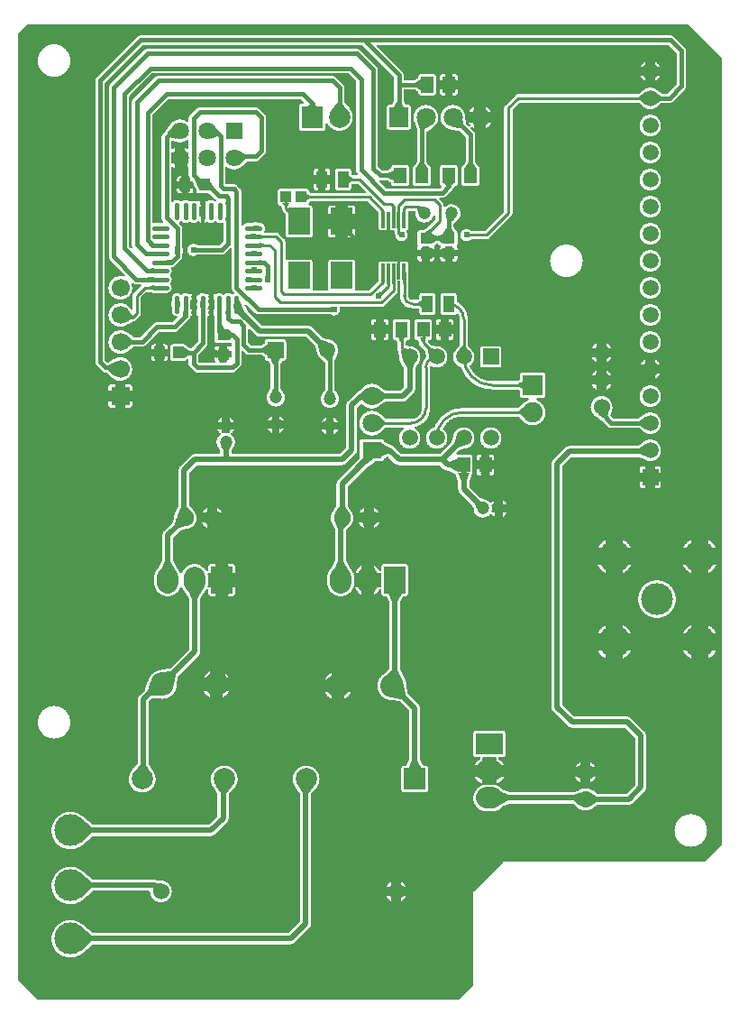
<source format=gtl>
G04 Layer: TopLayer*
G04 EasyEDA v6.4.3, 2020-08-16T09:55:44+08:00*
G04 81dc946ae44a44bf806acedbfbfd66cd,06d3987d76a94bb6b6563c12ef58ecb4,10*
G04 Gerber Generator version 0.2*
G04 Scale: 100 percent, Rotated: No, Reflected: No *
G04 Dimensions in inches *
G04 leading zeros omitted , absolute positions ,2 integer and 4 decimal *
%FSLAX24Y24*%
%MOIN*%
G90*
G70D02*

%ADD10C,0.020000*%
%ADD11C,0.010000*%
%ADD12C,0.015000*%
%ADD13C,0.017717*%
%ADD14C,0.024000*%
%ADD15C,0.030000*%
%ADD17R,0.039370X0.043307*%
%ADD18R,0.045670X0.057087*%
%ADD19R,0.012000X0.059055*%
%ADD20R,0.043307X0.039370*%
%ADD21R,0.078740X0.098425*%
%ADD22C,0.060000*%
%ADD23C,0.118110*%
%ADD25C,0.070866*%
%ADD26R,0.064300X0.064300*%
%ADD27C,0.064300*%
%ADD28R,0.066929X0.066929*%
%ADD29C,0.066929*%
%ADD31R,0.059000X0.059000*%
%ADD32C,0.059000*%
%ADD33C,0.047000*%
%ADD34R,0.074803X0.074803*%
%ADD35C,0.074803*%
%ADD36C,0.086614*%
%ADD37C,0.062992*%
%ADD38C,0.047244*%
%ADD39R,0.078740X0.078740*%
%ADD40C,0.078740*%
%ADD41R,0.070866X0.062000*%
%ADD42C,0.059055*%
%ADD43R,0.059055X0.059055*%

%LPD*%
G36*
G01X24897Y36148D02*
G01X452Y36148D01*
G01X446Y36147D01*
G01X434Y36141D01*
G01X108Y35815D01*
G01X102Y35803D01*
G01X101Y35797D01*
G01X101Y852D01*
G01X102Y846D01*
G01X108Y834D01*
G01X834Y108D01*
G01X846Y102D01*
G01X858Y100D01*
G01X16391Y100D01*
G01X16403Y102D01*
G01X16415Y108D01*
G01X16941Y634D01*
G01X16947Y646D01*
G01X16948Y652D01*
G01X16948Y4050D01*
G01X16949Y4059D01*
G01X16950Y4069D01*
G01X16953Y4079D01*
G01X16956Y4088D01*
G01X16960Y4097D01*
G01X16966Y4106D01*
G01X16971Y4114D01*
G01X18035Y5178D01*
G01X18043Y5183D01*
G01X18052Y5189D01*
G01X18061Y5193D01*
G01X18070Y5196D01*
G01X18080Y5199D01*
G01X18090Y5200D01*
G01X25491Y5200D01*
G01X25503Y5202D01*
G01X25515Y5208D01*
G01X26141Y5834D01*
G01X26147Y5846D01*
G01X26148Y5852D01*
G01X26148Y34897D01*
G01X26147Y34903D01*
G01X26141Y34915D01*
G01X24915Y36141D01*
G01X24903Y36147D01*
G01X24897Y36148D01*
G37*

%LPC*%
G36*
G01X24262Y35725D02*
G01X4637Y35725D01*
G01X4624Y35724D01*
G01X4600Y35718D01*
G01X4576Y35710D01*
G01X4554Y35698D01*
G01X4544Y35690D01*
G01X4534Y35683D01*
G01X3016Y34165D01*
G01X3009Y34155D01*
G01X3001Y34145D01*
G01X2989Y34123D01*
G01X2981Y34099D01*
G01X2975Y34075D01*
G01X2974Y34062D01*
G01X2973Y34050D01*
G01X2973Y23650D01*
G01X2975Y23624D01*
G01X2981Y23600D01*
G01X2989Y23576D01*
G01X3001Y23554D01*
G01X3009Y23544D01*
G01X3016Y23534D01*
G01X3234Y23316D01*
G01X3244Y23309D01*
G01X3254Y23301D01*
G01X3276Y23289D01*
G01X3300Y23281D01*
G01X3324Y23275D01*
G01X3350Y23273D01*
G01X3389Y23273D01*
G01X3394Y23272D01*
G01X3400Y23269D01*
G01X3410Y23263D01*
G01X3579Y23104D01*
G01X3594Y23089D01*
G01X3608Y23076D01*
G01X3622Y23064D01*
G01X3637Y23052D01*
G01X3652Y23041D01*
G01X3684Y23021D01*
G01X3700Y23012D01*
G01X3717Y23004D01*
G01X3735Y22996D01*
G01X3752Y22990D01*
G01X3788Y22978D01*
G01X3806Y22974D01*
G01X3825Y22970D01*
G01X3843Y22967D01*
G01X3862Y22965D01*
G01X3881Y22964D01*
G01X3919Y22964D01*
G01X3937Y22966D01*
G01X3975Y22970D01*
G01X3994Y22974D01*
G01X4012Y22979D01*
G01X4031Y22984D01*
G01X4048Y22990D01*
G01X4066Y22997D01*
G01X4084Y23005D01*
G01X4101Y23013D01*
G01X4117Y23022D01*
G01X4134Y23032D01*
G01X4149Y23043D01*
G01X4165Y23054D01*
G01X4180Y23066D01*
G01X4194Y23078D01*
G01X4208Y23091D01*
G01X4221Y23105D01*
G01X4233Y23119D01*
G01X4245Y23134D01*
G01X4256Y23150D01*
G01X4267Y23165D01*
G01X4277Y23182D01*
G01X4286Y23198D01*
G01X4294Y23215D01*
G01X4302Y23233D01*
G01X4309Y23250D01*
G01X4315Y23269D01*
G01X4325Y23305D01*
G01X4329Y23324D01*
G01X4333Y23362D01*
G01X4335Y23380D01*
G01X4335Y23419D01*
G01X4333Y23437D01*
G01X4329Y23475D01*
G01X4325Y23494D01*
G01X4315Y23530D01*
G01X4309Y23548D01*
G01X4302Y23566D01*
G01X4294Y23584D01*
G01X4286Y23601D01*
G01X4277Y23617D01*
G01X4267Y23634D01*
G01X4256Y23649D01*
G01X4245Y23665D01*
G01X4233Y23680D01*
G01X4221Y23694D01*
G01X4208Y23708D01*
G01X4194Y23721D01*
G01X4180Y23733D01*
G01X4165Y23745D01*
G01X4149Y23756D01*
G01X4134Y23767D01*
G01X4117Y23777D01*
G01X4101Y23786D01*
G01X4084Y23794D01*
G01X4066Y23802D01*
G01X4048Y23809D01*
G01X4031Y23815D01*
G01X4012Y23820D01*
G01X3994Y23825D01*
G01X3975Y23829D01*
G01X3937Y23833D01*
G01X3919Y23835D01*
G01X3881Y23835D01*
G01X3862Y23834D01*
G01X3844Y23832D01*
G01X3825Y23829D01*
G01X3789Y23821D01*
G01X3771Y23816D01*
G01X3753Y23810D01*
G01X3736Y23803D01*
G01X3718Y23796D01*
G01X3702Y23788D01*
G01X3685Y23779D01*
G01X3669Y23769D01*
G01X3654Y23759D01*
G01X3651Y23758D01*
G01X3451Y23639D01*
G01X3445Y23636D01*
G01X3438Y23634D01*
G01X3424Y23634D01*
G01X3412Y23638D01*
G01X3402Y23646D01*
G01X3333Y23715D01*
G01X3327Y23727D01*
G01X3326Y23733D01*
G01X3326Y33966D01*
G01X3327Y33972D01*
G01X3333Y33984D01*
G01X4715Y35366D01*
G01X4727Y35372D01*
G01X4733Y35373D01*
G01X12816Y35373D01*
G01X12822Y35372D01*
G01X12834Y35366D01*
G01X14016Y34184D01*
G01X14022Y34172D01*
G01X14023Y34166D01*
G01X14023Y33306D01*
G01X14022Y33300D01*
G01X14019Y33294D01*
G01X13961Y33177D01*
G01X13953Y33167D01*
G01X13949Y33163D01*
G01X13943Y33159D01*
G01X13931Y33155D01*
G01X13845Y33155D01*
G01X13827Y33153D01*
G01X13818Y33151D01*
G01X13809Y33148D01*
G01X13800Y33144D01*
G01X13792Y33140D01*
G01X13784Y33134D01*
G01X13777Y33128D01*
G01X13771Y33122D01*
G01X13765Y33115D01*
G01X13759Y33107D01*
G01X13755Y33099D01*
G01X13751Y33090D01*
G01X13748Y33081D01*
G01X13746Y33072D01*
G01X13744Y33054D01*
G01X13744Y32345D01*
G01X13746Y32327D01*
G01X13748Y32318D01*
G01X13751Y32309D01*
G01X13755Y32300D01*
G01X13759Y32292D01*
G01X13765Y32284D01*
G01X13771Y32277D01*
G01X13777Y32271D01*
G01X13784Y32265D01*
G01X13792Y32259D01*
G01X13800Y32255D01*
G01X13809Y32251D01*
G01X13818Y32248D01*
G01X13827Y32246D01*
G01X13845Y32244D01*
G01X14554Y32244D01*
G01X14572Y32246D01*
G01X14581Y32248D01*
G01X14590Y32251D01*
G01X14599Y32255D01*
G01X14607Y32259D01*
G01X14615Y32265D01*
G01X14622Y32271D01*
G01X14628Y32277D01*
G01X14634Y32284D01*
G01X14640Y32292D01*
G01X14644Y32300D01*
G01X14648Y32309D01*
G01X14651Y32318D01*
G01X14653Y32327D01*
G01X14655Y32345D01*
G01X14655Y33054D01*
G01X14653Y33072D01*
G01X14651Y33081D01*
G01X14648Y33090D01*
G01X14644Y33099D01*
G01X14640Y33107D01*
G01X14634Y33115D01*
G01X14628Y33122D01*
G01X14622Y33128D01*
G01X14615Y33134D01*
G01X14607Y33140D01*
G01X14599Y33144D01*
G01X14590Y33148D01*
G01X14581Y33151D01*
G01X14572Y33153D01*
G01X14554Y33155D01*
G01X14468Y33155D01*
G01X14456Y33159D01*
G01X14450Y33163D01*
G01X14446Y33167D01*
G01X14438Y33177D01*
G01X14380Y33294D01*
G01X14377Y33300D01*
G01X14376Y33306D01*
G01X14376Y33689D01*
G01X14377Y33695D01*
G01X14379Y33700D01*
G01X14385Y33710D01*
G01X14389Y33714D01*
G01X14399Y33720D01*
G01X14404Y33722D01*
G01X14410Y33723D01*
G01X14769Y33723D01*
G01X14775Y33722D01*
G01X14781Y33719D01*
G01X14898Y33661D01*
G01X14908Y33653D01*
G01X14916Y33643D01*
G01X14920Y33631D01*
G01X14920Y33614D01*
G01X14922Y33596D01*
G01X14924Y33586D01*
G01X14927Y33578D01*
G01X14931Y33569D01*
G01X14935Y33561D01*
G01X14941Y33553D01*
G01X14953Y33539D01*
G01X14960Y33533D01*
G01X14968Y33528D01*
G01X14976Y33524D01*
G01X14985Y33520D01*
G01X14994Y33517D01*
G01X15012Y33513D01*
G01X15487Y33513D01*
G01X15505Y33517D01*
G01X15514Y33520D01*
G01X15523Y33524D01*
G01X15531Y33528D01*
G01X15539Y33533D01*
G01X15546Y33539D01*
G01X15558Y33553D01*
G01X15564Y33561D01*
G01X15568Y33569D01*
G01X15572Y33578D01*
G01X15575Y33586D01*
G01X15577Y33596D01*
G01X15579Y33614D01*
G01X15579Y34185D01*
G01X15577Y34203D01*
G01X15575Y34213D01*
G01X15572Y34221D01*
G01X15568Y34230D01*
G01X15564Y34238D01*
G01X15558Y34246D01*
G01X15546Y34260D01*
G01X15539Y34266D01*
G01X15531Y34271D01*
G01X15523Y34275D01*
G01X15514Y34279D01*
G01X15505Y34282D01*
G01X15496Y34284D01*
G01X15478Y34286D01*
G01X15021Y34286D01*
G01X15003Y34284D01*
G01X14994Y34282D01*
G01X14985Y34279D01*
G01X14976Y34275D01*
G01X14968Y34271D01*
G01X14960Y34266D01*
G01X14953Y34260D01*
G01X14941Y34246D01*
G01X14935Y34238D01*
G01X14931Y34230D01*
G01X14927Y34221D01*
G01X14924Y34213D01*
G01X14922Y34203D01*
G01X14920Y34185D01*
G01X14920Y34168D01*
G01X14916Y34156D01*
G01X14912Y34150D01*
G01X14908Y34146D01*
G01X14898Y34138D01*
G01X14781Y34080D01*
G01X14775Y34077D01*
G01X14763Y34075D01*
G01X14415Y34075D01*
G01X14410Y34076D01*
G01X14404Y34077D01*
G01X14399Y34079D01*
G01X14389Y34085D01*
G01X14385Y34089D01*
G01X14379Y34099D01*
G01X14377Y34104D01*
G01X14376Y34110D01*
G01X14376Y34250D01*
G01X14375Y34262D01*
G01X14374Y34275D01*
G01X14368Y34299D01*
G01X14360Y34323D01*
G01X14348Y34345D01*
G01X14340Y34355D01*
G01X14333Y34365D01*
G01X13393Y35305D01*
G01X13385Y35315D01*
G01X13381Y35327D01*
G01X13381Y35339D01*
G01X13383Y35345D01*
G01X13387Y35355D01*
G01X13391Y35360D01*
G01X13395Y35364D01*
G01X13399Y35367D01*
G01X13404Y35370D01*
G01X13410Y35372D01*
G01X13415Y35373D01*
G01X24166Y35373D01*
G01X24172Y35372D01*
G01X24184Y35366D01*
G01X24466Y35084D01*
G01X24472Y35072D01*
G01X24473Y35066D01*
G01X24473Y33933D01*
G01X24472Y33927D01*
G01X24466Y33915D01*
G01X24134Y33583D01*
G01X24122Y33577D01*
G01X24110Y33575D01*
G01X23946Y33575D01*
G01X23934Y33577D01*
G01X23928Y33580D01*
G01X23923Y33583D01*
G01X23759Y33699D01*
G01X23756Y33701D01*
G01X23741Y33713D01*
G01X23726Y33724D01*
G01X23711Y33734D01*
G01X23695Y33744D01*
G01X23679Y33753D01*
G01X23662Y33761D01*
G01X23645Y33768D01*
G01X23627Y33774D01*
G01X23610Y33780D01*
G01X23592Y33785D01*
G01X23573Y33789D01*
G01X23555Y33792D01*
G01X23537Y33794D01*
G01X23518Y33795D01*
G01X23500Y33796D01*
G01X23462Y33794D01*
G01X23424Y33788D01*
G01X23406Y33784D01*
G01X23387Y33779D01*
G01X23369Y33774D01*
G01X23352Y33767D01*
G01X23334Y33759D01*
G01X23317Y33751D01*
G01X23301Y33742D01*
G01X23285Y33732D01*
G01X23269Y33721D01*
G01X23254Y33710D01*
G01X23239Y33698D01*
G01X23240Y33698D01*
G01X23238Y33697D01*
G01X23073Y33560D01*
G01X23067Y33556D01*
G01X23061Y33553D01*
G01X23054Y33551D01*
G01X23047Y33550D01*
G01X18588Y33550D01*
G01X18576Y33549D01*
G01X18564Y33546D01*
G01X18553Y33543D01*
G01X18542Y33539D01*
G01X18531Y33534D01*
G01X18511Y33522D01*
G01X18501Y33514D01*
G01X18135Y33148D01*
G01X18127Y33138D01*
G01X18115Y33118D01*
G01X18110Y33107D01*
G01X18106Y33096D01*
G01X18103Y33085D01*
G01X18100Y33073D01*
G01X18099Y33061D01*
G01X18098Y33050D01*
G01X18098Y29222D01*
G01X18097Y29216D01*
G01X18094Y29210D01*
G01X18091Y29205D01*
G01X18087Y29200D01*
G01X17399Y28512D01*
G01X17394Y28508D01*
G01X17389Y28505D01*
G01X17383Y28502D01*
G01X17377Y28501D01*
G01X17370Y28500D01*
G01X16895Y28500D01*
G01X16883Y28502D01*
G01X16878Y28504D01*
G01X16837Y28524D01*
G01X16830Y28528D01*
G01X16819Y28536D01*
G01X16807Y28543D01*
G01X16781Y28555D01*
G01X16768Y28560D01*
G01X16755Y28563D01*
G01X16741Y28567D01*
G01X16727Y28569D01*
G01X16713Y28570D01*
G01X16700Y28571D01*
G01X16686Y28570D01*
G01X16673Y28569D01*
G01X16660Y28567D01*
G01X16647Y28564D01*
G01X16621Y28556D01*
G01X16609Y28551D01*
G01X16585Y28539D01*
G01X16563Y28523D01*
G01X16553Y28515D01*
G01X16543Y28506D01*
G01X16534Y28496D01*
G01X16526Y28486D01*
G01X16510Y28464D01*
G01X16498Y28440D01*
G01X16493Y28428D01*
G01X16485Y28402D01*
G01X16482Y28389D01*
G01X16480Y28376D01*
G01X16478Y28350D01*
G01X16479Y28336D01*
G01X16480Y28323D01*
G01X16482Y28310D01*
G01X16485Y28297D01*
G01X16493Y28271D01*
G01X16498Y28259D01*
G01X16510Y28235D01*
G01X16526Y28213D01*
G01X16534Y28203D01*
G01X16543Y28193D01*
G01X16553Y28184D01*
G01X16563Y28176D01*
G01X16585Y28160D01*
G01X16609Y28148D01*
G01X16621Y28143D01*
G01X16647Y28135D01*
G01X16660Y28132D01*
G01X16673Y28130D01*
G01X16686Y28129D01*
G01X16700Y28128D01*
G01X16713Y28129D01*
G01X16727Y28130D01*
G01X16741Y28132D01*
G01X16755Y28136D01*
G01X16768Y28139D01*
G01X16781Y28144D01*
G01X16807Y28156D01*
G01X16819Y28163D01*
G01X16830Y28171D01*
G01X16837Y28175D01*
G01X16878Y28195D01*
G01X16883Y28197D01*
G01X16889Y28198D01*
G01X17450Y28198D01*
G01X17461Y28199D01*
G01X17473Y28200D01*
G01X17485Y28203D01*
G01X17496Y28206D01*
G01X17507Y28210D01*
G01X17518Y28215D01*
G01X17538Y28227D01*
G01X17548Y28235D01*
G01X18364Y29051D01*
G01X18372Y29061D01*
G01X18384Y29081D01*
G01X18389Y29092D01*
G01X18393Y29103D01*
G01X18396Y29114D01*
G01X18399Y29126D01*
G01X18401Y29150D01*
G01X18401Y32977D01*
G01X18402Y32983D01*
G01X18405Y32989D01*
G01X18408Y32994D01*
G01X18412Y32999D01*
G01X18650Y33237D01*
G01X18655Y33241D01*
G01X18660Y33244D01*
G01X18666Y33247D01*
G01X18672Y33248D01*
G01X23054Y33248D01*
G01X23061Y33246D01*
G01X23067Y33243D01*
G01X23073Y33239D01*
G01X23238Y33102D01*
G01X23239Y33101D01*
G01X23254Y33089D01*
G01X23269Y33078D01*
G01X23285Y33067D01*
G01X23301Y33057D01*
G01X23317Y33048D01*
G01X23334Y33040D01*
G01X23352Y33032D01*
G01X23369Y33025D01*
G01X23387Y33020D01*
G01X23406Y33015D01*
G01X23424Y33011D01*
G01X23462Y33005D01*
G01X23481Y33004D01*
G01X23518Y33004D01*
G01X23537Y33005D01*
G01X23555Y33007D01*
G01X23573Y33010D01*
G01X23592Y33014D01*
G01X23610Y33019D01*
G01X23627Y33025D01*
G01X23645Y33031D01*
G01X23662Y33038D01*
G01X23679Y33046D01*
G01X23695Y33055D01*
G01X23711Y33065D01*
G01X23726Y33075D01*
G01X23741Y33086D01*
G01X23756Y33098D01*
G01X23759Y33100D01*
G01X23923Y33216D01*
G01X23928Y33219D01*
G01X23934Y33222D01*
G01X23940Y33223D01*
G01X24200Y33223D01*
G01X24212Y33224D01*
G01X24225Y33225D01*
G01X24249Y33231D01*
G01X24273Y33239D01*
G01X24295Y33251D01*
G01X24305Y33259D01*
G01X24315Y33266D01*
G01X24783Y33734D01*
G01X24790Y33744D01*
G01X24798Y33754D01*
G01X24810Y33776D01*
G01X24818Y33800D01*
G01X24824Y33824D01*
G01X24826Y33850D01*
G01X24826Y35150D01*
G01X24825Y35162D01*
G01X24824Y35175D01*
G01X24818Y35199D01*
G01X24810Y35223D01*
G01X24798Y35245D01*
G01X24790Y35255D01*
G01X24783Y35265D01*
G01X24365Y35683D01*
G01X24355Y35690D01*
G01X24345Y35698D01*
G01X24323Y35710D01*
G01X24299Y35718D01*
G01X24275Y35724D01*
G01X24262Y35725D01*
G37*
G36*
G01X14528Y25236D02*
G01X14071Y25236D01*
G01X14053Y25234D01*
G01X14044Y25232D01*
G01X14035Y25229D01*
G01X14026Y25225D01*
G01X14018Y25221D01*
G01X14010Y25216D01*
G01X14003Y25210D01*
G01X13991Y25196D01*
G01X13985Y25188D01*
G01X13981Y25180D01*
G01X13977Y25171D01*
G01X13974Y25163D01*
G01X13972Y25153D01*
G01X13970Y25135D01*
G01X13970Y24564D01*
G01X13972Y24546D01*
G01X13974Y24536D01*
G01X13977Y24528D01*
G01X13981Y24519D01*
G01X13985Y24511D01*
G01X13991Y24503D01*
G01X14003Y24489D01*
G01X14010Y24483D01*
G01X14018Y24478D01*
G01X14026Y24474D01*
G01X14035Y24470D01*
G01X14044Y24467D01*
G01X14062Y24463D01*
G01X14094Y24463D01*
G01X14106Y24459D01*
G01X14116Y24451D01*
G01X14120Y24446D01*
G01X14123Y24441D01*
G01X14147Y24393D01*
G01X14148Y24387D01*
G01X14148Y24150D01*
G01X14150Y24126D01*
G01X14156Y24104D01*
G01X14164Y24082D01*
G01X14176Y24062D01*
G01X14180Y24056D01*
G01X14182Y24049D01*
G01X14184Y24043D01*
G01X14204Y23824D01*
G01X14204Y23823D01*
G01X14206Y23804D01*
G01X14212Y23766D01*
G01X14216Y23748D01*
G01X14228Y23712D01*
G01X14235Y23694D01*
G01X14251Y23660D01*
G01X14271Y23628D01*
G01X14282Y23613D01*
G01X14294Y23598D01*
G01X14297Y23592D01*
G01X14393Y23429D01*
G01X14396Y23423D01*
G01X14398Y23416D01*
G01X14398Y22743D01*
G01X14397Y22737D01*
G01X14394Y22731D01*
G01X14391Y22726D01*
G01X14387Y22721D01*
G01X14278Y22612D01*
G01X14273Y22608D01*
G01X14268Y22605D01*
G01X14262Y22602D01*
G01X14250Y22600D01*
G01X13725Y22600D01*
G01X13713Y22602D01*
G01X13708Y22604D01*
G01X13702Y22607D01*
G01X13497Y22744D01*
G01X13494Y22747D01*
G01X13478Y22760D01*
G01X13462Y22772D01*
G01X13445Y22783D01*
G01X13411Y22803D01*
G01X13393Y22812D01*
G01X13375Y22820D01*
G01X13337Y22834D01*
G01X13299Y22844D01*
G01X13279Y22848D01*
G01X13259Y22851D01*
G01X13239Y22853D01*
G01X13219Y22854D01*
G01X13200Y22855D01*
G01X13180Y22854D01*
G01X13161Y22853D01*
G01X13142Y22851D01*
G01X13123Y22848D01*
G01X13105Y22845D01*
G01X13086Y22840D01*
G01X13068Y22835D01*
G01X13032Y22823D01*
G01X13014Y22815D01*
G01X12997Y22807D01*
G01X12963Y22789D01*
G01X12947Y22779D01*
G01X12932Y22768D01*
G01X12916Y22756D01*
G01X12902Y22744D01*
G01X12887Y22731D01*
G01X12874Y22718D01*
G01X12861Y22704D01*
G01X12759Y22602D01*
G01X12754Y22598D01*
G01X12749Y22595D01*
G01X12743Y22592D01*
G01X12729Y22588D01*
G01X12703Y22576D01*
G01X12691Y22569D01*
G01X12679Y22560D01*
G01X12657Y22542D01*
G01X12307Y22192D01*
G01X12298Y22182D01*
G01X12290Y22172D01*
G01X12282Y22161D01*
G01X12275Y22150D01*
G01X12269Y22138D01*
G01X12259Y22114D01*
G01X12255Y22102D01*
G01X12252Y22089D01*
G01X12250Y22076D01*
G01X12248Y22050D01*
G01X12248Y20493D01*
G01X12247Y20487D01*
G01X12244Y20481D01*
G01X12241Y20476D01*
G01X12237Y20471D01*
G01X12028Y20262D01*
G01X12023Y20258D01*
G01X12018Y20255D01*
G01X12012Y20252D01*
G01X12000Y20250D01*
G01X8040Y20250D01*
G01X8035Y20251D01*
G01X8029Y20252D01*
G01X8024Y20254D01*
G01X8014Y20260D01*
G01X8010Y20264D01*
G01X8004Y20274D01*
G01X8002Y20279D01*
G01X8001Y20285D01*
G01X8001Y20357D01*
G01X8002Y20363D01*
G01X8004Y20368D01*
G01X8061Y20489D01*
G01X8065Y20497D01*
G01X8076Y20510D01*
G01X8085Y20525D01*
G01X8094Y20539D01*
G01X8102Y20555D01*
G01X8109Y20570D01*
G01X8121Y20602D01*
G01X8126Y20619D01*
G01X8130Y20636D01*
G01X8133Y20653D01*
G01X8135Y20670D01*
G01X8137Y20704D01*
G01X8135Y20738D01*
G01X8133Y20754D01*
G01X8130Y20771D01*
G01X8126Y20787D01*
G01X8122Y20804D01*
G01X8116Y20820D01*
G01X8110Y20835D01*
G01X8103Y20851D01*
G01X8095Y20866D01*
G01X8087Y20880D01*
G01X8078Y20894D01*
G01X8068Y20908D01*
G01X8046Y20934D01*
G01X8034Y20946D01*
G01X8022Y20957D01*
G01X8009Y20968D01*
G01X8005Y20972D01*
G01X8001Y20977D01*
G01X7998Y20982D01*
G01X7994Y20994D01*
G01X7994Y21005D01*
G01X7998Y21017D01*
G01X8001Y21022D01*
G01X8005Y21027D01*
G01X8009Y21031D01*
G01X8022Y21042D01*
G01X8035Y21054D01*
G01X8047Y21066D01*
G01X8059Y21079D01*
G01X8089Y21121D01*
G01X8097Y21136D01*
G01X8105Y21152D01*
G01X7943Y21152D01*
G01X7943Y21067D01*
G01X7942Y21061D01*
G01X7941Y21056D01*
G01X7939Y21050D01*
G01X7936Y21045D01*
G01X7933Y21041D01*
G01X7929Y21037D01*
G01X7924Y21033D01*
G01X7919Y21030D01*
G01X7914Y21028D01*
G01X7908Y21027D01*
G01X7903Y21027D01*
G01X7892Y21028D01*
G01X7874Y21033D01*
G01X7855Y21037D01*
G01X7837Y21039D01*
G01X7818Y21041D01*
G01X7781Y21041D01*
G01X7762Y21039D01*
G01X7744Y21037D01*
G01X7725Y21033D01*
G01X7707Y21028D01*
G01X7696Y21027D01*
G01X7691Y21027D01*
G01X7685Y21028D01*
G01X7680Y21030D01*
G01X7675Y21033D01*
G01X7670Y21037D01*
G01X7666Y21041D01*
G01X7663Y21045D01*
G01X7660Y21050D01*
G01X7658Y21056D01*
G01X7657Y21061D01*
G01X7656Y21067D01*
G01X7656Y21152D01*
G01X7494Y21152D01*
G01X7502Y21136D01*
G01X7510Y21121D01*
G01X7540Y21079D01*
G01X7552Y21066D01*
G01X7564Y21054D01*
G01X7577Y21042D01*
G01X7590Y21031D01*
G01X7594Y21027D01*
G01X7598Y21022D01*
G01X7601Y21017D01*
G01X7605Y21005D01*
G01X7605Y20994D01*
G01X7601Y20982D01*
G01X7598Y20977D01*
G01X7594Y20972D01*
G01X7590Y20968D01*
G01X7577Y20957D01*
G01X7565Y20946D01*
G01X7553Y20934D01*
G01X7531Y20908D01*
G01X7521Y20894D01*
G01X7512Y20880D01*
G01X7504Y20866D01*
G01X7496Y20851D01*
G01X7489Y20835D01*
G01X7483Y20820D01*
G01X7477Y20804D01*
G01X7473Y20787D01*
G01X7469Y20771D01*
G01X7466Y20754D01*
G01X7464Y20738D01*
G01X7462Y20704D01*
G01X7464Y20670D01*
G01X7466Y20653D01*
G01X7469Y20636D01*
G01X7473Y20619D01*
G01X7478Y20602D01*
G01X7490Y20570D01*
G01X7497Y20555D01*
G01X7505Y20539D01*
G01X7514Y20525D01*
G01X7523Y20510D01*
G01X7534Y20497D01*
G01X7538Y20489D01*
G01X7595Y20368D01*
G01X7597Y20363D01*
G01X7598Y20357D01*
G01X7598Y20285D01*
G01X7597Y20279D01*
G01X7595Y20274D01*
G01X7589Y20264D01*
G01X7585Y20260D01*
G01X7575Y20254D01*
G01X7570Y20252D01*
G01X7564Y20251D01*
G01X7559Y20250D01*
G01X6636Y20250D01*
G01X6623Y20249D01*
G01X6610Y20247D01*
G01X6597Y20244D01*
G01X6585Y20240D01*
G01X6561Y20230D01*
G01X6549Y20224D01*
G01X6538Y20217D01*
G01X6527Y20209D01*
G01X6517Y20201D01*
G01X6507Y20192D01*
G01X6107Y19792D01*
G01X6098Y19782D01*
G01X6090Y19772D01*
G01X6082Y19761D01*
G01X6075Y19750D01*
G01X6069Y19738D01*
G01X6059Y19714D01*
G01X6055Y19702D01*
G01X6052Y19689D01*
G01X6050Y19676D01*
G01X6048Y19650D01*
G01X6048Y18339D01*
G01X6047Y18333D01*
G01X6045Y18328D01*
G01X5954Y18131D01*
G01X5951Y18126D01*
G01X5941Y18111D01*
G01X5932Y18095D01*
G01X5924Y18078D01*
G01X5916Y18062D01*
G01X5910Y18045D01*
G01X5904Y18027D01*
G01X5898Y18010D01*
G01X5890Y17974D01*
G01X5887Y17956D01*
G01X5885Y17937D01*
G01X5884Y17932D01*
G01X5836Y17729D01*
G01X5834Y17722D01*
G01X5831Y17716D01*
G01X5826Y17710D01*
G01X5507Y17392D01*
G01X5498Y17382D01*
G01X5490Y17372D01*
G01X5482Y17361D01*
G01X5475Y17350D01*
G01X5469Y17338D01*
G01X5459Y17314D01*
G01X5455Y17302D01*
G01X5452Y17289D01*
G01X5450Y17276D01*
G01X5448Y17250D01*
G01X5448Y16329D01*
G01X5447Y16323D01*
G01X5444Y16317D01*
G01X5322Y16072D01*
G01X5318Y16066D01*
G01X5284Y16032D01*
G01X5258Y16000D01*
G01X5246Y15984D01*
G01X5224Y15950D01*
G01X5214Y15932D01*
G01X5196Y15896D01*
G01X5188Y15877D01*
G01X5181Y15858D01*
G01X5175Y15838D01*
G01X5170Y15819D01*
G01X5165Y15799D01*
G01X5161Y15779D01*
G01X5159Y15759D01*
G01X5156Y15739D01*
G01X5155Y15718D01*
G01X5155Y15481D01*
G01X5156Y15461D01*
G01X5158Y15441D01*
G01X5161Y15422D01*
G01X5165Y15402D01*
G01X5169Y15383D01*
G01X5174Y15363D01*
G01X5180Y15344D01*
G01X5187Y15326D01*
G01X5194Y15307D01*
G01X5203Y15289D01*
G01X5211Y15271D01*
G01X5231Y15237D01*
G01X5242Y15220D01*
G01X5266Y15188D01*
G01X5279Y15173D01*
G01X5293Y15158D01*
G01X5307Y15144D01*
G01X5321Y15131D01*
G01X5337Y15118D01*
G01X5352Y15106D01*
G01X5368Y15094D01*
G01X5385Y15083D01*
G01X5402Y15073D01*
G01X5420Y15063D01*
G01X5437Y15054D01*
G01X5456Y15046D01*
G01X5474Y15039D01*
G01X5493Y15032D01*
G01X5512Y15026D01*
G01X5531Y15021D01*
G01X5551Y15016D01*
G01X5570Y15013D01*
G01X5590Y15010D01*
G01X5610Y15008D01*
G01X5650Y15006D01*
G01X5669Y15007D01*
G01X5689Y15008D01*
G01X5709Y15010D01*
G01X5729Y15013D01*
G01X5748Y15016D01*
G01X5768Y15021D01*
G01X5787Y15026D01*
G01X5806Y15032D01*
G01X5825Y15039D01*
G01X5843Y15046D01*
G01X5862Y15054D01*
G01X5879Y15063D01*
G01X5897Y15073D01*
G01X5914Y15083D01*
G01X5931Y15094D01*
G01X5947Y15106D01*
G01X5962Y15118D01*
G01X5978Y15131D01*
G01X5992Y15144D01*
G01X6006Y15158D01*
G01X6020Y15173D01*
G01X6033Y15188D01*
G01X6057Y15220D01*
G01X6068Y15237D01*
G01X6088Y15271D01*
G01X6096Y15289D01*
G01X6105Y15307D01*
G01X6112Y15326D01*
G01X6118Y15336D01*
G01X6122Y15341D01*
G01X6127Y15345D01*
G01X6132Y15348D01*
G01X6138Y15350D01*
G01X6143Y15351D01*
G01X6150Y15352D01*
G01X6156Y15351D01*
G01X6161Y15350D01*
G01X6167Y15348D01*
G01X6172Y15345D01*
G01X6177Y15341D01*
G01X6181Y15336D01*
G01X6187Y15326D01*
G01X6203Y15288D01*
G01X6212Y15269D01*
G01X6223Y15251D01*
G01X6233Y15233D01*
G01X6245Y15216D01*
G01X6257Y15200D01*
G01X6270Y15183D01*
G01X6298Y15153D01*
G01X6318Y15133D01*
G01X6322Y15127D01*
G01X6444Y14882D01*
G01X6447Y14876D01*
G01X6448Y14870D01*
G01X6448Y13043D01*
G01X6447Y13037D01*
G01X6444Y13031D01*
G01X6441Y13026D01*
G01X6437Y13021D01*
G01X5757Y12341D01*
G01X5752Y12337D01*
G01X5747Y12334D01*
G01X5735Y12330D01*
G01X5413Y12282D01*
G01X5410Y12282D01*
G01X5389Y12280D01*
G01X5349Y12274D01*
G01X5328Y12270D01*
G01X5308Y12265D01*
G01X5288Y12259D01*
G01X5269Y12252D01*
G01X5249Y12245D01*
G01X5230Y12236D01*
G01X5211Y12228D01*
G01X5175Y12208D01*
G01X5158Y12197D01*
G01X5140Y12185D01*
G01X5124Y12173D01*
G01X5108Y12160D01*
G01X5092Y12146D01*
G01X5077Y12132D01*
G01X5062Y12117D01*
G01X5048Y12102D01*
G01X5022Y12070D01*
G01X5010Y12053D01*
G01X4999Y12036D01*
G01X4988Y12018D01*
G01X4978Y12000D01*
G01X4968Y11981D01*
G01X4960Y11963D01*
G01X4952Y11943D01*
G01X4945Y11924D01*
G01X4938Y11904D01*
G01X4933Y11884D01*
G01X4932Y11881D01*
G01X4822Y11562D01*
G01X4819Y11556D01*
G01X4816Y11551D01*
G01X4812Y11546D01*
G01X4607Y11342D01*
G01X4598Y11332D01*
G01X4590Y11322D01*
G01X4582Y11311D01*
G01X4575Y11300D01*
G01X4569Y11288D01*
G01X4559Y11264D01*
G01X4555Y11252D01*
G01X4552Y11239D01*
G01X4550Y11226D01*
G01X4548Y11200D01*
G01X4548Y8835D01*
G01X4546Y8829D01*
G01X4543Y8822D01*
G01X4539Y8817D01*
G01X4361Y8600D01*
G01X4359Y8598D01*
G01X4331Y8568D01*
G01X4319Y8552D01*
G01X4306Y8535D01*
G01X4295Y8519D01*
G01X4284Y8501D01*
G01X4274Y8484D01*
G01X4265Y8466D01*
G01X4249Y8428D01*
G01X4242Y8409D01*
G01X4236Y8390D01*
G01X4230Y8370D01*
G01X4222Y8330D01*
G01X4219Y8310D01*
G01X4217Y8290D01*
G01X4215Y8250D01*
G01X4217Y8210D01*
G01X4219Y8190D01*
G01X4222Y8170D01*
G01X4225Y8151D01*
G01X4230Y8131D01*
G01X4235Y8112D01*
G01X4241Y8093D01*
G01X4248Y8074D01*
G01X4255Y8056D01*
G01X4263Y8037D01*
G01X4272Y8020D01*
G01X4282Y8002D01*
G01X4292Y7985D01*
G01X4303Y7968D01*
G01X4315Y7952D01*
G01X4327Y7937D01*
G01X4340Y7921D01*
G01X4353Y7907D01*
G01X4367Y7893D01*
G01X4382Y7879D01*
G01X4397Y7866D01*
G01X4429Y7842D01*
G01X4446Y7831D01*
G01X4480Y7811D01*
G01X4498Y7803D01*
G01X4516Y7794D01*
G01X4535Y7787D01*
G01X4553Y7780D01*
G01X4572Y7774D01*
G01X4592Y7769D01*
G01X4611Y7765D01*
G01X4631Y7761D01*
G01X4650Y7758D01*
G01X4670Y7756D01*
G01X4690Y7755D01*
G01X4730Y7755D01*
G01X4750Y7756D01*
G01X4770Y7758D01*
G01X4789Y7761D01*
G01X4829Y7769D01*
G01X4848Y7774D01*
G01X4867Y7780D01*
G01X4886Y7787D01*
G01X4904Y7794D01*
G01X4922Y7803D01*
G01X4940Y7811D01*
G01X4957Y7821D01*
G01X4975Y7831D01*
G01X4991Y7842D01*
G01X5023Y7866D01*
G01X5038Y7879D01*
G01X5053Y7893D01*
G01X5067Y7907D01*
G01X5080Y7921D01*
G01X5093Y7937D01*
G01X5106Y7952D01*
G01X5117Y7968D01*
G01X5139Y8002D01*
G01X5148Y8020D01*
G01X5157Y8037D01*
G01X5165Y8056D01*
G01X5173Y8074D01*
G01X5185Y8112D01*
G01X5190Y8131D01*
G01X5195Y8151D01*
G01X5198Y8170D01*
G01X5201Y8190D01*
G01X5203Y8210D01*
G01X5205Y8250D01*
G01X5204Y8270D01*
G01X5203Y8291D01*
G01X5201Y8312D01*
G01X5198Y8333D01*
G01X5194Y8353D01*
G01X5189Y8374D01*
G01X5177Y8414D01*
G01X5169Y8433D01*
G01X5161Y8453D01*
G01X5152Y8471D01*
G01X5142Y8490D01*
G01X5132Y8508D01*
G01X5121Y8526D01*
G01X5109Y8543D01*
G01X5107Y8546D01*
G01X4956Y8795D01*
G01X4953Y8802D01*
G01X4951Y8809D01*
G01X4951Y11106D01*
G01X4952Y11112D01*
G01X4955Y11118D01*
G01X4958Y11123D01*
G01X4962Y11128D01*
G01X5051Y11216D01*
G01X5055Y11220D01*
G01X5061Y11224D01*
G01X5066Y11226D01*
G01X5073Y11227D01*
G01X5079Y11228D01*
G01X5080Y11228D01*
G01X5390Y11219D01*
G01X5393Y11218D01*
G01X5421Y11216D01*
G01X5450Y11215D01*
G01X5492Y11217D01*
G01X5512Y11219D01*
G01X5533Y11222D01*
G01X5575Y11230D01*
G01X5615Y11242D01*
G01X5655Y11256D01*
G01X5693Y11274D01*
G01X5711Y11284D01*
G01X5747Y11306D01*
G01X5764Y11318D01*
G01X5781Y11331D01*
G01X5797Y11344D01*
G01X5813Y11358D01*
G01X5843Y11388D01*
G01X5857Y11404D01*
G01X5870Y11420D01*
G01X5883Y11437D01*
G01X5894Y11454D01*
G01X5906Y11472D01*
G01X5916Y11490D01*
G01X5926Y11509D01*
G01X5944Y11547D01*
G01X5951Y11567D01*
G01X5958Y11586D01*
G01X5964Y11607D01*
G01X5969Y11627D01*
G01X5974Y11648D01*
G01X5977Y11668D01*
G01X5980Y11689D01*
G01X5982Y11710D01*
G01X5982Y11713D01*
G01X6030Y12035D01*
G01X6034Y12047D01*
G01X6037Y12052D01*
G01X6041Y12057D01*
G01X6792Y12807D01*
G01X6801Y12817D01*
G01X6809Y12827D01*
G01X6817Y12838D01*
G01X6824Y12849D01*
G01X6830Y12861D01*
G01X6840Y12885D01*
G01X6844Y12897D01*
G01X6847Y12910D01*
G01X6849Y12923D01*
G01X6850Y12936D01*
G01X6851Y12950D01*
G01X6851Y14870D01*
G01X6852Y14876D01*
G01X6855Y14882D01*
G01X6978Y15127D01*
G01X6981Y15133D01*
G01X6986Y15139D01*
G01X7002Y15154D01*
G01X7016Y15169D01*
G01X7031Y15186D01*
G01X7057Y15220D01*
G01X7069Y15238D01*
G01X7080Y15257D01*
G01X7083Y15262D01*
G01X7087Y15266D01*
G01X7092Y15270D01*
G01X7097Y15273D01*
G01X7109Y15277D01*
G01X7120Y15277D01*
G01X7126Y15275D01*
G01X7136Y15271D01*
G01X7141Y15267D01*
G01X7145Y15263D01*
G01X7148Y15259D01*
G01X7151Y15254D01*
G01X7153Y15248D01*
G01X7154Y15243D01*
G01X7155Y15237D01*
G01X7155Y15098D01*
G01X7156Y15089D01*
G01X7158Y15080D01*
G01X7161Y15071D01*
G01X7165Y15062D01*
G01X7170Y15054D01*
G01X7175Y15047D01*
G01X7181Y15039D01*
G01X7187Y15033D01*
G01X7195Y15027D01*
G01X7202Y15022D01*
G01X7210Y15017D01*
G01X7219Y15013D01*
G01X7228Y15010D01*
G01X7237Y15008D01*
G01X7246Y15007D01*
G01X7256Y15006D01*
G01X7428Y15006D01*
G01X7428Y15328D01*
G01X7168Y15328D01*
G01X7156Y15330D01*
G01X7151Y15332D01*
G01X7141Y15338D01*
G01X7137Y15342D01*
G01X7131Y15352D01*
G01X7129Y15357D01*
G01X7128Y15363D01*
G01X7128Y15369D01*
G01X7129Y15378D01*
G01X7133Y15399D01*
G01X7137Y15419D01*
G01X7140Y15439D01*
G01X7142Y15460D01*
G01X7144Y15480D01*
G01X7144Y15719D01*
G01X7142Y15739D01*
G01X7140Y15760D01*
G01X7137Y15780D01*
G01X7133Y15800D01*
G01X7129Y15821D01*
G01X7128Y15830D01*
G01X7128Y15836D01*
G01X7129Y15842D01*
G01X7131Y15847D01*
G01X7137Y15857D01*
G01X7141Y15861D01*
G01X7151Y15867D01*
G01X7156Y15869D01*
G01X7168Y15871D01*
G01X7428Y15871D01*
G01X7428Y16192D01*
G01X7246Y16192D01*
G01X7237Y16191D01*
G01X7228Y16189D01*
G01X7219Y16186D01*
G01X7210Y16182D01*
G01X7202Y16177D01*
G01X7195Y16172D01*
G01X7187Y16166D01*
G01X7181Y16160D01*
G01X7175Y16152D01*
G01X7170Y16145D01*
G01X7165Y16137D01*
G01X7161Y16128D01*
G01X7158Y16119D01*
G01X7156Y16110D01*
G01X7155Y16101D01*
G01X7155Y15962D01*
G01X7154Y15956D01*
G01X7153Y15951D01*
G01X7151Y15945D01*
G01X7148Y15940D01*
G01X7145Y15936D01*
G01X7141Y15932D01*
G01X7136Y15928D01*
G01X7131Y15925D01*
G01X7126Y15923D01*
G01X7120Y15922D01*
G01X7109Y15922D01*
G01X7097Y15926D01*
G01X7092Y15929D01*
G01X7087Y15933D01*
G01X7083Y15937D01*
G01X7080Y15942D01*
G01X7069Y15959D01*
G01X7059Y15976D01*
G01X7047Y15993D01*
G01X7035Y16008D01*
G01X7022Y16024D01*
G01X7008Y16039D01*
G01X6994Y16053D01*
G01X6979Y16067D01*
G01X6964Y16080D01*
G01X6932Y16104D01*
G01X6916Y16115D01*
G01X6898Y16125D01*
G01X6881Y16135D01*
G01X6863Y16144D01*
G01X6845Y16152D01*
G01X6826Y16160D01*
G01X6807Y16167D01*
G01X6788Y16173D01*
G01X6769Y16178D01*
G01X6729Y16186D01*
G01X6710Y16189D01*
G01X6690Y16191D01*
G01X6650Y16193D01*
G01X6610Y16191D01*
G01X6590Y16189D01*
G01X6570Y16186D01*
G01X6551Y16183D01*
G01X6531Y16178D01*
G01X6512Y16173D01*
G01X6493Y16167D01*
G01X6474Y16160D01*
G01X6456Y16153D01*
G01X6437Y16145D01*
G01X6420Y16136D01*
G01X6402Y16126D01*
G01X6385Y16116D01*
G01X6368Y16105D01*
G01X6352Y16093D01*
G01X6337Y16081D01*
G01X6321Y16068D01*
G01X6307Y16055D01*
G01X6293Y16041D01*
G01X6279Y16026D01*
G01X6266Y16011D01*
G01X6242Y15979D01*
G01X6231Y15962D01*
G01X6211Y15928D01*
G01X6203Y15910D01*
G01X6194Y15892D01*
G01X6187Y15873D01*
G01X6181Y15863D01*
G01X6177Y15858D01*
G01X6172Y15854D01*
G01X6167Y15851D01*
G01X6161Y15849D01*
G01X6156Y15848D01*
G01X6150Y15847D01*
G01X6143Y15848D01*
G01X6138Y15849D01*
G01X6132Y15851D01*
G01X6127Y15854D01*
G01X6122Y15858D01*
G01X6118Y15863D01*
G01X6112Y15873D01*
G01X6096Y15911D01*
G01X6086Y15930D01*
G01X6076Y15948D01*
G01X6066Y15965D01*
G01X6054Y15983D01*
G01X6042Y15999D01*
G01X6029Y16015D01*
G01X6015Y16031D01*
G01X6001Y16046D01*
G01X5986Y16060D01*
G01X5981Y16066D01*
G01X5977Y16072D01*
G01X5855Y16317D01*
G01X5852Y16323D01*
G01X5851Y16329D01*
G01X5851Y17156D01*
G01X5852Y17162D01*
G01X5855Y17168D01*
G01X5858Y17173D01*
G01X5862Y17178D01*
G01X6110Y17426D01*
G01X6116Y17431D01*
G01X6122Y17434D01*
G01X6129Y17436D01*
G01X6332Y17484D01*
G01X6337Y17485D01*
G01X6356Y17487D01*
G01X6374Y17490D01*
G01X6393Y17494D01*
G01X6429Y17504D01*
G01X6446Y17510D01*
G01X6463Y17517D01*
G01X6497Y17533D01*
G01X6529Y17553D01*
G01X6544Y17563D01*
G01X6559Y17575D01*
G01X6573Y17586D01*
G01X6587Y17599D01*
G01X6600Y17612D01*
G01X6613Y17626D01*
G01X6625Y17640D01*
G01X6636Y17655D01*
G01X6647Y17671D01*
G01X6657Y17686D01*
G01X6666Y17703D01*
G01X6674Y17719D01*
G01X6682Y17736D01*
G01X6689Y17753D01*
G01X6701Y17789D01*
G01X6709Y17825D01*
G01X6712Y17844D01*
G01X6714Y17862D01*
G01X6715Y17881D01*
G01X6715Y17918D01*
G01X6714Y17937D01*
G01X6712Y17956D01*
G01X6709Y17974D01*
G01X6705Y17992D01*
G01X6700Y18011D01*
G01X6695Y18028D01*
G01X6689Y18046D01*
G01X6682Y18064D01*
G01X6674Y18081D01*
G01X6656Y18113D01*
G01X6636Y18145D01*
G01X6624Y18160D01*
G01X6612Y18174D01*
G01X6599Y18188D01*
G01X6582Y18205D01*
G01X6459Y18361D01*
G01X6455Y18367D01*
G01X6451Y18379D01*
G01X6451Y19556D01*
G01X6452Y19562D01*
G01X6455Y19568D01*
G01X6458Y19573D01*
G01X6462Y19578D01*
G01X6721Y19837D01*
G01X6726Y19841D01*
G01X6731Y19844D01*
G01X6737Y19847D01*
G01X6743Y19848D01*
G01X12100Y19848D01*
G01X12126Y19850D01*
G01X12139Y19852D01*
G01X12152Y19855D01*
G01X12164Y19859D01*
G01X12188Y19869D01*
G01X12200Y19875D01*
G01X12211Y19882D01*
G01X12222Y19890D01*
G01X12232Y19898D01*
G01X12242Y19907D01*
G01X12592Y20257D01*
G01X12601Y20267D01*
G01X12609Y20277D01*
G01X12617Y20288D01*
G01X12624Y20299D01*
G01X12630Y20311D01*
G01X12640Y20335D01*
G01X12644Y20347D01*
G01X12647Y20360D01*
G01X12649Y20373D01*
G01X12650Y20386D01*
G01X12651Y20400D01*
G01X12651Y21956D01*
G01X12652Y21962D01*
G01X12655Y21968D01*
G01X12658Y21973D01*
G01X12662Y21978D01*
G01X12792Y22108D01*
G01X12797Y22112D01*
G01X12802Y22115D01*
G01X12814Y22119D01*
G01X12826Y22119D01*
G01X12833Y22117D01*
G01X12838Y22115D01*
G01X12844Y22112D01*
G01X12861Y22095D01*
G01X12874Y22081D01*
G01X12887Y22068D01*
G01X12902Y22055D01*
G01X12916Y22043D01*
G01X12932Y22031D01*
G01X12947Y22020D01*
G01X12963Y22010D01*
G01X12997Y21992D01*
G01X13014Y21984D01*
G01X13032Y21976D01*
G01X13068Y21964D01*
G01X13086Y21959D01*
G01X13105Y21954D01*
G01X13123Y21951D01*
G01X13142Y21948D01*
G01X13161Y21946D01*
G01X13180Y21945D01*
G01X13200Y21944D01*
G01X13219Y21945D01*
G01X13239Y21946D01*
G01X13259Y21948D01*
G01X13279Y21951D01*
G01X13299Y21955D01*
G01X13337Y21965D01*
G01X13375Y21979D01*
G01X13393Y21987D01*
G01X13411Y21996D01*
G01X13445Y22016D01*
G01X13462Y22027D01*
G01X13478Y22039D01*
G01X13494Y22052D01*
G01X13497Y22055D01*
G01X13702Y22192D01*
G01X13708Y22195D01*
G01X13713Y22197D01*
G01X13719Y22198D01*
G01X14350Y22198D01*
G01X14376Y22200D01*
G01X14389Y22202D01*
G01X14402Y22205D01*
G01X14414Y22209D01*
G01X14438Y22219D01*
G01X14450Y22225D01*
G01X14461Y22232D01*
G01X14472Y22240D01*
G01X14482Y22248D01*
G01X14492Y22257D01*
G01X14742Y22507D01*
G01X14751Y22517D01*
G01X14759Y22527D01*
G01X14767Y22538D01*
G01X14774Y22549D01*
G01X14780Y22561D01*
G01X14790Y22585D01*
G01X14794Y22597D01*
G01X14797Y22610D01*
G01X14799Y22623D01*
G01X14800Y22636D01*
G01X14801Y22650D01*
G01X14801Y23416D01*
G01X14803Y23423D01*
G01X14806Y23429D01*
G01X14902Y23592D01*
G01X14905Y23598D01*
G01X14917Y23612D01*
G01X14937Y23642D01*
G01X14955Y23674D01*
G01X14962Y23690D01*
G01X14969Y23707D01*
G01X14975Y23724D01*
G01X14981Y23742D01*
G01X14985Y23759D01*
G01X14989Y23777D01*
G01X14992Y23795D01*
G01X14994Y23813D01*
G01X14995Y23831D01*
G01X14996Y23850D01*
G01X14994Y23886D01*
G01X14992Y23903D01*
G01X14986Y23939D01*
G01X14981Y23956D01*
G01X14976Y23974D01*
G01X14970Y23991D01*
G01X14963Y24007D01*
G01X14955Y24024D01*
G01X14947Y24040D01*
G01X14938Y24055D01*
G01X14928Y24071D01*
G01X14918Y24085D01*
G01X14907Y24100D01*
G01X14895Y24113D01*
G01X14883Y24127D01*
G01X14870Y24139D01*
G01X14842Y24163D01*
G01X14828Y24173D01*
G01X14798Y24193D01*
G01X14766Y24209D01*
G01X14749Y24217D01*
G01X14715Y24229D01*
G01X14698Y24233D01*
G01X14680Y24238D01*
G01X14662Y24241D01*
G01X14626Y24245D01*
G01X14625Y24245D01*
G01X14487Y24258D01*
G01X14481Y24259D01*
G01X14475Y24261D01*
G01X14470Y24263D01*
G01X14465Y24267D01*
G01X14457Y24275D01*
G01X14454Y24281D01*
G01X14452Y24286D01*
G01X14451Y24292D01*
G01X14451Y24387D01*
G01X14452Y24393D01*
G01X14476Y24441D01*
G01X14479Y24446D01*
G01X14483Y24451D01*
G01X14493Y24459D01*
G01X14505Y24463D01*
G01X14537Y24463D01*
G01X14555Y24467D01*
G01X14564Y24470D01*
G01X14573Y24474D01*
G01X14581Y24478D01*
G01X14589Y24483D01*
G01X14596Y24489D01*
G01X14608Y24503D01*
G01X14614Y24511D01*
G01X14618Y24519D01*
G01X14622Y24528D01*
G01X14625Y24536D01*
G01X14627Y24546D01*
G01X14629Y24564D01*
G01X14629Y25135D01*
G01X14627Y25153D01*
G01X14625Y25163D01*
G01X14622Y25171D01*
G01X14618Y25180D01*
G01X14614Y25188D01*
G01X14608Y25196D01*
G01X14596Y25210D01*
G01X14589Y25216D01*
G01X14581Y25221D01*
G01X14573Y25225D01*
G01X14564Y25229D01*
G01X14555Y25232D01*
G01X14546Y25234D01*
G01X14528Y25236D01*
G37*
G36*
G01X12662Y35225D02*
G01X4887Y35225D01*
G01X4874Y35224D01*
G01X4850Y35218D01*
G01X4826Y35210D01*
G01X4804Y35198D01*
G01X4794Y35190D01*
G01X4784Y35183D01*
G01X3516Y33915D01*
G01X3509Y33905D01*
G01X3501Y33895D01*
G01X3489Y33873D01*
G01X3481Y33849D01*
G01X3475Y33825D01*
G01X3474Y33812D01*
G01X3473Y33800D01*
G01X3473Y27550D01*
G01X3475Y27524D01*
G01X3481Y27500D01*
G01X3489Y27476D01*
G01X3501Y27454D01*
G01X3509Y27444D01*
G01X3516Y27434D01*
G01X4072Y26878D01*
G01X4075Y26872D01*
G01X4079Y26860D01*
G01X4079Y26848D01*
G01X4078Y26843D01*
G01X4076Y26837D01*
G01X4073Y26832D01*
G01X4070Y26828D01*
G01X4066Y26824D01*
G01X4061Y26820D01*
G01X4051Y26816D01*
G01X4045Y26814D01*
G01X4039Y26814D01*
G01X4033Y26815D01*
G01X4028Y26816D01*
G01X4007Y26822D01*
G01X3986Y26827D01*
G01X3964Y26830D01*
G01X3943Y26833D01*
G01X3921Y26835D01*
G01X3881Y26835D01*
G01X3824Y26829D01*
G01X3805Y26825D01*
G01X3769Y26815D01*
G01X3751Y26809D01*
G01X3733Y26802D01*
G01X3715Y26794D01*
G01X3698Y26786D01*
G01X3682Y26777D01*
G01X3665Y26767D01*
G01X3650Y26756D01*
G01X3634Y26745D01*
G01X3619Y26733D01*
G01X3605Y26721D01*
G01X3591Y26708D01*
G01X3578Y26694D01*
G01X3566Y26680D01*
G01X3554Y26665D01*
G01X3543Y26649D01*
G01X3532Y26634D01*
G01X3522Y26617D01*
G01X3513Y26601D01*
G01X3505Y26584D01*
G01X3497Y26566D01*
G01X3490Y26548D01*
G01X3484Y26530D01*
G01X3474Y26494D01*
G01X3470Y26475D01*
G01X3466Y26437D01*
G01X3464Y26419D01*
G01X3464Y26380D01*
G01X3466Y26362D01*
G01X3470Y26324D01*
G01X3474Y26305D01*
G01X3484Y26269D01*
G01X3490Y26250D01*
G01X3497Y26233D01*
G01X3505Y26215D01*
G01X3513Y26198D01*
G01X3522Y26182D01*
G01X3532Y26165D01*
G01X3543Y26150D01*
G01X3554Y26134D01*
G01X3566Y26119D01*
G01X3578Y26105D01*
G01X3591Y26091D01*
G01X3605Y26078D01*
G01X3619Y26066D01*
G01X3634Y26054D01*
G01X3650Y26043D01*
G01X3665Y26032D01*
G01X3682Y26022D01*
G01X3698Y26013D01*
G01X3715Y26005D01*
G01X3733Y25997D01*
G01X3751Y25990D01*
G01X3769Y25984D01*
G01X3805Y25974D01*
G01X3824Y25970D01*
G01X3881Y25964D01*
G01X3919Y25964D01*
G01X3937Y25966D01*
G01X3975Y25970D01*
G01X3994Y25974D01*
G01X4012Y25979D01*
G01X4031Y25984D01*
G01X4048Y25990D01*
G01X4066Y25997D01*
G01X4084Y26005D01*
G01X4101Y26013D01*
G01X4117Y26022D01*
G01X4134Y26032D01*
G01X4149Y26043D01*
G01X4165Y26054D01*
G01X4180Y26066D01*
G01X4194Y26078D01*
G01X4208Y26091D01*
G01X4221Y26105D01*
G01X4233Y26119D01*
G01X4245Y26134D01*
G01X4256Y26150D01*
G01X4267Y26165D01*
G01X4277Y26182D01*
G01X4286Y26198D01*
G01X4294Y26215D01*
G01X4302Y26233D01*
G01X4309Y26250D01*
G01X4315Y26269D01*
G01X4325Y26305D01*
G01X4329Y26324D01*
G01X4333Y26362D01*
G01X4335Y26380D01*
G01X4335Y26419D01*
G01X4331Y26457D01*
G01X4328Y26476D01*
G01X4325Y26494D01*
G01X4320Y26513D01*
G01X4315Y26531D01*
G01X4313Y26537D01*
G01X4313Y26549D01*
G01X4315Y26554D01*
G01X4317Y26560D01*
G01X4319Y26565D01*
G01X4331Y26577D01*
G01X4336Y26580D01*
G01X4342Y26582D01*
G01X4347Y26583D01*
G01X4359Y26583D01*
G01X4366Y26581D01*
G01X4372Y26578D01*
G01X4377Y26575D01*
G01X4388Y26567D01*
G01X4410Y26555D01*
G01X4422Y26550D01*
G01X4434Y26546D01*
G01X4446Y26543D01*
G01X4459Y26540D01*
G01X4485Y26538D01*
G01X4634Y26538D01*
G01X4640Y26537D01*
G01X4645Y26535D01*
G01X4655Y26529D01*
G01X4659Y26525D01*
G01X4665Y26515D01*
G01X4667Y26510D01*
G01X4668Y26504D01*
G01X4668Y26492D01*
G01X4664Y26480D01*
G01X4661Y26475D01*
G01X4657Y26470D01*
G01X4385Y26198D01*
G01X4377Y26188D01*
G01X4365Y26168D01*
G01X4360Y26157D01*
G01X4356Y26146D01*
G01X4353Y26135D01*
G01X4350Y26123D01*
G01X4349Y26111D01*
G01X4348Y26100D01*
G01X4348Y25641D01*
G01X4347Y25636D01*
G01X4345Y25630D01*
G01X4342Y25625D01*
G01X4339Y25621D01*
G01X4335Y25617D01*
G01X4330Y25613D01*
G01X4325Y25610D01*
G01X4320Y25608D01*
G01X4314Y25607D01*
G01X4302Y25607D01*
G01X4296Y25609D01*
G01X4291Y25611D01*
G01X4285Y25614D01*
G01X4281Y25618D01*
G01X4277Y25623D01*
G01X4252Y25656D01*
G01X4240Y25671D01*
G01X4214Y25701D01*
G01X4200Y25715D01*
G01X4186Y25728D01*
G01X4171Y25740D01*
G01X4155Y25752D01*
G01X4123Y25774D01*
G01X4106Y25783D01*
G01X4088Y25792D01*
G01X4071Y25800D01*
G01X4052Y25807D01*
G01X4034Y25814D01*
G01X3996Y25824D01*
G01X3977Y25828D01*
G01X3958Y25831D01*
G01X3939Y25833D01*
G01X3919Y25835D01*
G01X3881Y25835D01*
G01X3824Y25829D01*
G01X3805Y25825D01*
G01X3769Y25815D01*
G01X3751Y25809D01*
G01X3733Y25802D01*
G01X3715Y25794D01*
G01X3698Y25786D01*
G01X3682Y25777D01*
G01X3665Y25767D01*
G01X3650Y25756D01*
G01X3634Y25745D01*
G01X3619Y25733D01*
G01X3605Y25721D01*
G01X3591Y25708D01*
G01X3578Y25694D01*
G01X3566Y25680D01*
G01X3554Y25665D01*
G01X3543Y25649D01*
G01X3532Y25634D01*
G01X3522Y25617D01*
G01X3513Y25601D01*
G01X3505Y25584D01*
G01X3497Y25566D01*
G01X3490Y25548D01*
G01X3484Y25530D01*
G01X3474Y25494D01*
G01X3470Y25475D01*
G01X3466Y25437D01*
G01X3464Y25419D01*
G01X3464Y25380D01*
G01X3466Y25362D01*
G01X3470Y25324D01*
G01X3474Y25305D01*
G01X3484Y25269D01*
G01X3490Y25250D01*
G01X3497Y25233D01*
G01X3505Y25215D01*
G01X3513Y25198D01*
G01X3522Y25182D01*
G01X3532Y25165D01*
G01X3543Y25150D01*
G01X3554Y25134D01*
G01X3566Y25119D01*
G01X3578Y25105D01*
G01X3591Y25091D01*
G01X3605Y25078D01*
G01X3619Y25066D01*
G01X3634Y25054D01*
G01X3650Y25043D01*
G01X3665Y25032D01*
G01X3682Y25022D01*
G01X3698Y25013D01*
G01X3715Y25005D01*
G01X3733Y24997D01*
G01X3751Y24990D01*
G01X3769Y24984D01*
G01X3805Y24974D01*
G01X3824Y24970D01*
G01X3881Y24964D01*
G01X3919Y24964D01*
G01X3959Y24968D01*
G01X3978Y24971D01*
G01X3997Y24975D01*
G01X4017Y24980D01*
G01X4035Y24986D01*
G01X4054Y24992D01*
G01X4090Y25008D01*
G01X4108Y25017D01*
G01X4351Y25145D01*
G01X4358Y25148D01*
G01X4365Y25149D01*
G01X4377Y25151D01*
G01X4388Y25153D01*
G01X4399Y25157D01*
G01X4409Y25161D01*
G01X4420Y25166D01*
G01X4430Y25171D01*
G01X4448Y25185D01*
G01X4614Y25351D01*
G01X4622Y25361D01*
G01X4634Y25381D01*
G01X4639Y25392D01*
G01X4643Y25403D01*
G01X4646Y25414D01*
G01X4649Y25426D01*
G01X4651Y25450D01*
G01X4651Y26027D01*
G01X4652Y26033D01*
G01X4655Y26039D01*
G01X4658Y26044D01*
G01X4662Y26049D01*
G01X4850Y26237D01*
G01X4855Y26241D01*
G01X4860Y26244D01*
G01X4866Y26247D01*
G01X4872Y26248D01*
G01X4970Y26248D01*
G01X4980Y26247D01*
G01X5057Y26227D01*
G01X5087Y26217D01*
G01X5100Y26214D01*
G01X5113Y26212D01*
G01X5125Y26210D01*
G01X5623Y26210D01*
G01X5635Y26212D01*
G01X5648Y26214D01*
G01X5660Y26216D01*
G01X5672Y26220D01*
G01X5683Y26224D01*
G01X5695Y26229D01*
G01X5706Y26235D01*
G01X5726Y26249D01*
G01X5736Y26257D01*
G01X5745Y26265D01*
G01X5753Y26275D01*
G01X5761Y26284D01*
G01X5768Y26294D01*
G01X5775Y26305D01*
G01X5781Y26316D01*
G01X5786Y26327D01*
G01X5790Y26339D01*
G01X5794Y26350D01*
G01X5797Y26363D01*
G01X5799Y26375D01*
G01X5800Y26387D01*
G01X5800Y26413D01*
G01X5799Y26425D01*
G01X5793Y26451D01*
G01X5789Y26463D01*
G01X5779Y26487D01*
G01X5772Y26499D01*
G01X5765Y26509D01*
G01X5757Y26520D01*
G01X5749Y26530D01*
G01X5745Y26534D01*
G01X5742Y26539D01*
G01X5738Y26551D01*
G01X5738Y26563D01*
G01X5742Y26575D01*
G01X5745Y26580D01*
G01X5749Y26584D01*
G01X5757Y26594D01*
G01X5765Y26605D01*
G01X5772Y26615D01*
G01X5779Y26627D01*
G01X5789Y26651D01*
G01X5793Y26663D01*
G01X5799Y26689D01*
G01X5800Y26701D01*
G01X5800Y26728D01*
G01X5799Y26740D01*
G01X5793Y26766D01*
G01X5789Y26778D01*
G01X5779Y26802D01*
G01X5772Y26814D01*
G01X5765Y26824D01*
G01X5757Y26835D01*
G01X5749Y26845D01*
G01X5745Y26849D01*
G01X5742Y26854D01*
G01X5738Y26866D01*
G01X5738Y26878D01*
G01X5742Y26890D01*
G01X5745Y26895D01*
G01X5749Y26899D01*
G01X5757Y26909D01*
G01X5765Y26920D01*
G01X5772Y26930D01*
G01X5779Y26942D01*
G01X5789Y26966D01*
G01X5793Y26978D01*
G01X5799Y27004D01*
G01X5800Y27016D01*
G01X5800Y27044D01*
G01X5798Y27058D01*
G01X5792Y27086D01*
G01X5787Y27099D01*
G01X5781Y27112D01*
G01X5779Y27118D01*
G01X5777Y27130D01*
G01X5778Y27136D01*
G01X5779Y27141D01*
G01X5781Y27147D01*
G01X5784Y27152D01*
G01X5788Y27156D01*
G01X5792Y27161D01*
G01X5802Y27167D01*
G01X5807Y27168D01*
G01X5825Y27171D01*
G01X5837Y27174D01*
G01X5848Y27177D01*
G01X5859Y27181D01*
G01X5881Y27191D01*
G01X5891Y27197D01*
G01X5901Y27204D01*
G01X5919Y27220D01*
G01X6133Y27434D01*
G01X6140Y27444D01*
G01X6148Y27454D01*
G01X6160Y27476D01*
G01X6168Y27500D01*
G01X6174Y27524D01*
G01X6176Y27550D01*
G01X6176Y27616D01*
G01X6183Y27657D01*
G01X6185Y27664D01*
G01X6189Y27670D01*
G01X6201Y27694D01*
G01X6206Y27706D01*
G01X6214Y27732D01*
G01X6217Y27745D01*
G01X6219Y27758D01*
G01X6220Y27771D01*
G01X6221Y27785D01*
G01X6219Y27811D01*
G01X6217Y27825D01*
G01X6214Y27838D01*
G01X6210Y27851D01*
G01X6206Y27863D01*
G01X6201Y27876D01*
G01X6195Y27888D01*
G01X6189Y27899D01*
G01X6185Y27906D01*
G01X6183Y27913D01*
G01X6176Y27954D01*
G01X6176Y28600D01*
G01X6175Y28612D01*
G01X6174Y28625D01*
G01X6168Y28649D01*
G01X6160Y28673D01*
G01X6148Y28695D01*
G01X6140Y28705D01*
G01X6133Y28715D01*
G01X6088Y28760D01*
G01X6080Y28770D01*
G01X6076Y28782D01*
G01X6076Y28794D01*
G01X6078Y28800D01*
G01X6080Y28805D01*
G01X6086Y28815D01*
G01X6090Y28819D01*
G01X6095Y28822D01*
G01X6105Y28829D01*
G01X6125Y28845D01*
G01X6129Y28849D01*
G01X6134Y28852D01*
G01X6146Y28856D01*
G01X6158Y28856D01*
G01X6170Y28852D01*
G01X6175Y28849D01*
G01X6179Y28845D01*
G01X6189Y28837D01*
G01X6200Y28829D01*
G01X6210Y28822D01*
G01X6222Y28815D01*
G01X6246Y28805D01*
G01X6258Y28801D01*
G01X6284Y28795D01*
G01X6296Y28794D01*
G01X6323Y28794D01*
G01X6335Y28795D01*
G01X6361Y28801D01*
G01X6373Y28805D01*
G01X6397Y28815D01*
G01X6409Y28822D01*
G01X6419Y28829D01*
G01X6430Y28837D01*
G01X6440Y28845D01*
G01X6444Y28849D01*
G01X6449Y28852D01*
G01X6461Y28856D01*
G01X6473Y28856D01*
G01X6485Y28852D01*
G01X6490Y28849D01*
G01X6494Y28845D01*
G01X6504Y28837D01*
G01X6515Y28829D01*
G01X6525Y28822D01*
G01X6537Y28815D01*
G01X6561Y28805D01*
G01X6573Y28801D01*
G01X6599Y28795D01*
G01X6611Y28794D01*
G01X6638Y28794D01*
G01X6650Y28795D01*
G01X6676Y28801D01*
G01X6688Y28805D01*
G01X6712Y28815D01*
G01X6724Y28822D01*
G01X6734Y28829D01*
G01X6745Y28837D01*
G01X6755Y28845D01*
G01X6759Y28849D01*
G01X6764Y28852D01*
G01X6776Y28856D01*
G01X6788Y28856D01*
G01X6800Y28852D01*
G01X6805Y28849D01*
G01X6809Y28845D01*
G01X6820Y28836D01*
G01X6832Y28827D01*
G01X6844Y28819D01*
G01X6870Y28807D01*
G01X6870Y29032D01*
G01X6854Y29032D01*
G01X6848Y29033D01*
G01X6843Y29034D01*
G01X6837Y29036D01*
G01X6832Y29038D01*
G01X6820Y29050D01*
G01X6818Y29055D01*
G01X6816Y29061D01*
G01X6814Y29066D01*
G01X6814Y29373D01*
G01X6816Y29378D01*
G01X6818Y29384D01*
G01X6820Y29389D01*
G01X6832Y29401D01*
G01X6837Y29403D01*
G01X6843Y29405D01*
G01X6848Y29406D01*
G01X6854Y29407D01*
G01X6870Y29407D01*
G01X6870Y29632D01*
G01X6844Y29620D01*
G01X6832Y29612D01*
G01X6820Y29603D01*
G01X6809Y29594D01*
G01X6805Y29590D01*
G01X6800Y29587D01*
G01X6788Y29583D01*
G01X6776Y29583D01*
G01X6764Y29587D01*
G01X6759Y29590D01*
G01X6755Y29594D01*
G01X6745Y29602D01*
G01X6734Y29610D01*
G01X6724Y29617D01*
G01X6712Y29624D01*
G01X6688Y29634D01*
G01X6676Y29638D01*
G01X6650Y29644D01*
G01X6638Y29645D01*
G01X6611Y29645D01*
G01X6599Y29644D01*
G01X6573Y29638D01*
G01X6561Y29634D01*
G01X6537Y29624D01*
G01X6525Y29617D01*
G01X6515Y29610D01*
G01X6504Y29602D01*
G01X6494Y29594D01*
G01X6490Y29590D01*
G01X6485Y29587D01*
G01X6473Y29583D01*
G01X6461Y29583D01*
G01X6449Y29587D01*
G01X6444Y29590D01*
G01X6440Y29594D01*
G01X6430Y29602D01*
G01X6419Y29610D01*
G01X6409Y29617D01*
G01X6397Y29624D01*
G01X6373Y29634D01*
G01X6361Y29638D01*
G01X6335Y29644D01*
G01X6323Y29645D01*
G01X6296Y29645D01*
G01X6284Y29644D01*
G01X6258Y29638D01*
G01X6246Y29634D01*
G01X6222Y29624D01*
G01X6210Y29617D01*
G01X6200Y29610D01*
G01X6189Y29602D01*
G01X6179Y29594D01*
G01X6175Y29590D01*
G01X6170Y29587D01*
G01X6158Y29583D01*
G01X6146Y29583D01*
G01X6134Y29587D01*
G01X6129Y29590D01*
G01X6125Y29594D01*
G01X6115Y29602D01*
G01X6104Y29610D01*
G01X6094Y29617D01*
G01X6082Y29624D01*
G01X6058Y29634D01*
G01X6046Y29638D01*
G01X6020Y29644D01*
G01X6008Y29645D01*
G01X5981Y29645D01*
G01X5969Y29644D01*
G01X5943Y29638D01*
G01X5931Y29634D01*
G01X5918Y29629D01*
G01X5907Y29624D01*
G01X5895Y29617D01*
G01X5885Y29610D01*
G01X5874Y29602D01*
G01X5864Y29594D01*
G01X5855Y29584D01*
G01X5847Y29574D01*
G01X5843Y29570D01*
G01X5838Y29566D01*
G01X5833Y29563D01*
G01X5827Y29561D01*
G01X5815Y29559D01*
G01X5810Y29560D01*
G01X5804Y29561D01*
G01X5799Y29563D01*
G01X5789Y29569D01*
G01X5785Y29573D01*
G01X5779Y29583D01*
G01X5777Y29588D01*
G01X5776Y29594D01*
G01X5776Y30840D01*
G01X5777Y30846D01*
G01X5779Y30851D01*
G01X5785Y30861D01*
G01X5789Y30865D01*
G01X5799Y30871D01*
G01X5804Y30873D01*
G01X5810Y30874D01*
G01X5822Y30874D01*
G01X5828Y30872D01*
G01X5835Y30870D01*
G01X5840Y30866D01*
G01X5858Y30853D01*
G01X5876Y30841D01*
G01X5894Y30830D01*
G01X5914Y30820D01*
G01X5914Y31014D01*
G01X5810Y31014D01*
G01X5804Y31015D01*
G01X5799Y31017D01*
G01X5794Y31020D01*
G01X5789Y31024D01*
G01X5785Y31028D01*
G01X5782Y31032D01*
G01X5779Y31037D01*
G01X5777Y31042D01*
G01X5776Y31048D01*
G01X5776Y31351D01*
G01X5777Y31357D01*
G01X5779Y31362D01*
G01X5782Y31367D01*
G01X5785Y31371D01*
G01X5789Y31375D01*
G01X5794Y31379D01*
G01X5799Y31382D01*
G01X5804Y31384D01*
G01X5810Y31385D01*
G01X5914Y31385D01*
G01X5914Y31579D01*
G01X5894Y31569D01*
G01X5876Y31558D01*
G01X5858Y31546D01*
G01X5840Y31533D01*
G01X5835Y31529D01*
G01X5828Y31527D01*
G01X5822Y31525D01*
G01X5810Y31525D01*
G01X5804Y31526D01*
G01X5799Y31528D01*
G01X5789Y31534D01*
G01X5785Y31538D01*
G01X5779Y31548D01*
G01X5777Y31553D01*
G01X5776Y31559D01*
G01X5776Y31802D01*
G01X5777Y31807D01*
G01X5779Y31812D01*
G01X5785Y31822D01*
G01X5789Y31826D01*
G01X5799Y31832D01*
G01X5804Y31834D01*
G01X5810Y31835D01*
G01X5815Y31836D01*
G01X5825Y31835D01*
G01X5961Y31801D01*
G01X5980Y31794D01*
G01X5999Y31789D01*
G01X6039Y31781D01*
G01X6079Y31777D01*
G01X6118Y31777D01*
G01X6137Y31779D01*
G01X6155Y31781D01*
G01X6174Y31784D01*
G01X6192Y31787D01*
G01X6228Y31797D01*
G01X6245Y31803D01*
G01X6263Y31810D01*
G01X6280Y31817D01*
G01X6296Y31826D01*
G01X6313Y31835D01*
G01X6329Y31844D01*
G01X6359Y31866D01*
G01X6364Y31870D01*
G01X6371Y31872D01*
G01X6377Y31874D01*
G01X6389Y31874D01*
G01X6395Y31873D01*
G01X6400Y31871D01*
G01X6410Y31865D01*
G01X6414Y31861D01*
G01X6420Y31851D01*
G01X6422Y31846D01*
G01X6423Y31840D01*
G01X6423Y31559D01*
G01X6422Y31553D01*
G01X6420Y31548D01*
G01X6414Y31538D01*
G01X6410Y31534D01*
G01X6400Y31528D01*
G01X6395Y31526D01*
G01X6389Y31525D01*
G01X6377Y31525D01*
G01X6371Y31527D01*
G01X6364Y31529D01*
G01X6359Y31533D01*
G01X6341Y31546D01*
G01X6323Y31558D01*
G01X6305Y31569D01*
G01X6285Y31579D01*
G01X6285Y31385D01*
G01X6389Y31385D01*
G01X6395Y31384D01*
G01X6400Y31382D01*
G01X6405Y31379D01*
G01X6410Y31375D01*
G01X6414Y31371D01*
G01X6417Y31367D01*
G01X6420Y31362D01*
G01X6422Y31357D01*
G01X6423Y31351D01*
G01X6423Y31048D01*
G01X6422Y31042D01*
G01X6420Y31037D01*
G01X6417Y31032D01*
G01X6414Y31028D01*
G01X6410Y31024D01*
G01X6405Y31020D01*
G01X6400Y31017D01*
G01X6395Y31015D01*
G01X6389Y31014D01*
G01X6285Y31014D01*
G01X6285Y30820D01*
G01X6305Y30830D01*
G01X6323Y30841D01*
G01X6341Y30853D01*
G01X6359Y30866D01*
G01X6364Y30870D01*
G01X6371Y30872D01*
G01X6377Y30874D01*
G01X6389Y30874D01*
G01X6395Y30873D01*
G01X6400Y30871D01*
G01X6410Y30865D01*
G01X6414Y30861D01*
G01X6420Y30851D01*
G01X6422Y30846D01*
G01X6423Y30840D01*
G01X6423Y30550D01*
G01X6419Y30538D01*
G01X6419Y30333D01*
G01X6537Y30333D01*
G01X6542Y30332D01*
G01X6548Y30331D01*
G01X6558Y30327D01*
G01X6563Y30323D01*
G01X6567Y30319D01*
G01X6570Y30315D01*
G01X6573Y30310D01*
G01X6660Y30123D01*
G01X6663Y30112D01*
G01X6669Y30103D01*
G01X6702Y30033D01*
G01X6706Y30021D01*
G01X6706Y29974D01*
G01X6708Y29964D01*
G01X6710Y29955D01*
G01X6713Y29946D01*
G01X6721Y29930D01*
G01X6726Y29922D01*
G01X6732Y29915D01*
G01X6739Y29908D01*
G01X6746Y29902D01*
G01X6754Y29897D01*
G01X6770Y29889D01*
G01X6779Y29886D01*
G01X6788Y29884D01*
G01X6798Y29882D01*
G01X7154Y29882D01*
G01X7161Y29881D01*
G01X7167Y29880D01*
G01X7173Y29878D01*
G01X7178Y29874D01*
G01X7357Y29742D01*
G01X7362Y29738D01*
G01X7425Y29675D01*
G01X7442Y29660D01*
G01X7446Y29656D01*
G01X7450Y29651D01*
G01X7456Y29641D01*
G01X7457Y29635D01*
G01X7457Y29623D01*
G01X7456Y29617D01*
G01X7454Y29612D01*
G01X7448Y29602D01*
G01X7444Y29598D01*
G01X7438Y29594D01*
G01X7434Y29590D01*
G01X7429Y29587D01*
G01X7417Y29583D01*
G01X7405Y29583D01*
G01X7393Y29587D01*
G01X7388Y29590D01*
G01X7384Y29594D01*
G01X7374Y29602D01*
G01X7363Y29610D01*
G01X7353Y29617D01*
G01X7341Y29624D01*
G01X7317Y29634D01*
G01X7305Y29638D01*
G01X7279Y29644D01*
G01X7267Y29645D01*
G01X7241Y29645D01*
G01X7228Y29644D01*
G01X7202Y29638D01*
G01X7178Y29630D01*
G01X7166Y29624D01*
G01X7155Y29618D01*
G01X7144Y29610D01*
G01X7134Y29603D01*
G01X7124Y29594D01*
G01X7119Y29590D01*
G01X7114Y29587D01*
G01X7108Y29585D01*
G01X7103Y29584D01*
G01X7097Y29583D01*
G01X7090Y29584D01*
G01X7085Y29585D01*
G01X7079Y29587D01*
G01X7074Y29590D01*
G01X7069Y29594D01*
G01X7047Y29612D01*
G01X7035Y29620D01*
G01X7009Y29632D01*
G01X7009Y29407D01*
G01X7024Y29407D01*
G01X7030Y29406D01*
G01X7035Y29405D01*
G01X7041Y29403D01*
G01X7046Y29401D01*
G01X7058Y29389D01*
G01X7060Y29384D01*
G01X7062Y29378D01*
G01X7064Y29373D01*
G01X7064Y29066D01*
G01X7062Y29061D01*
G01X7060Y29055D01*
G01X7058Y29050D01*
G01X7046Y29038D01*
G01X7041Y29036D01*
G01X7035Y29034D01*
G01X7030Y29033D01*
G01X7024Y29032D01*
G01X7009Y29032D01*
G01X7009Y28807D01*
G01X7035Y28819D01*
G01X7047Y28827D01*
G01X7069Y28845D01*
G01X7074Y28849D01*
G01X7079Y28852D01*
G01X7085Y28854D01*
G01X7090Y28855D01*
G01X7097Y28856D01*
G01X7103Y28855D01*
G01X7108Y28854D01*
G01X7114Y28852D01*
G01X7119Y28849D01*
G01X7124Y28845D01*
G01X7134Y28836D01*
G01X7144Y28829D01*
G01X7155Y28821D01*
G01X7166Y28815D01*
G01X7178Y28809D01*
G01X7202Y28801D01*
G01X7228Y28795D01*
G01X7241Y28794D01*
G01X7267Y28794D01*
G01X7279Y28795D01*
G01X7305Y28801D01*
G01X7317Y28805D01*
G01X7341Y28815D01*
G01X7353Y28822D01*
G01X7363Y28829D01*
G01X7374Y28837D01*
G01X7384Y28845D01*
G01X7388Y28849D01*
G01X7393Y28852D01*
G01X7405Y28856D01*
G01X7417Y28856D01*
G01X7429Y28852D01*
G01X7434Y28849D01*
G01X7438Y28845D01*
G01X7448Y28837D01*
G01X7459Y28829D01*
G01X7469Y28822D01*
G01X7481Y28815D01*
G01X7505Y28805D01*
G01X7517Y28801D01*
G01X7543Y28795D01*
G01X7555Y28794D01*
G01X7582Y28794D01*
G01X7610Y28798D01*
G01X7636Y28806D01*
G01X7649Y28812D01*
G01X7655Y28814D01*
G01X7660Y28815D01*
G01X7666Y28816D01*
G01X7678Y28814D01*
G01X7684Y28811D01*
G01X7694Y28805D01*
G01X7698Y28800D01*
G01X7704Y28790D01*
G01X7706Y28778D01*
G01X7707Y28757D01*
G01X7707Y28117D01*
G01X7706Y28111D01*
G01X7700Y28099D01*
G01X7584Y27983D01*
G01X7572Y27977D01*
G01X7560Y27975D01*
G01X6775Y27975D01*
G01X6768Y27976D01*
G01X6728Y27983D01*
G01X6721Y27985D01*
G01X6714Y27989D01*
G01X6690Y28001D01*
G01X6678Y28006D01*
G01X6652Y28014D01*
G01X6639Y28017D01*
G01X6626Y28019D01*
G01X6600Y28021D01*
G01X6586Y28020D01*
G01X6573Y28019D01*
G01X6560Y28017D01*
G01X6547Y28014D01*
G01X6521Y28006D01*
G01X6509Y28001D01*
G01X6485Y27989D01*
G01X6463Y27973D01*
G01X6453Y27965D01*
G01X6443Y27956D01*
G01X6434Y27946D01*
G01X6426Y27936D01*
G01X6410Y27914D01*
G01X6398Y27890D01*
G01X6393Y27878D01*
G01X6385Y27852D01*
G01X6382Y27839D01*
G01X6380Y27826D01*
G01X6378Y27800D01*
G01X6379Y27786D01*
G01X6380Y27773D01*
G01X6382Y27760D01*
G01X6385Y27747D01*
G01X6393Y27721D01*
G01X6398Y27709D01*
G01X6410Y27685D01*
G01X6426Y27663D01*
G01X6434Y27653D01*
G01X6443Y27643D01*
G01X6453Y27634D01*
G01X6463Y27626D01*
G01X6485Y27610D01*
G01X6509Y27598D01*
G01X6521Y27593D01*
G01X6547Y27585D01*
G01X6560Y27582D01*
G01X6573Y27580D01*
G01X6586Y27579D01*
G01X6600Y27578D01*
G01X6626Y27580D01*
G01X6639Y27582D01*
G01X6652Y27585D01*
G01X6678Y27593D01*
G01X6690Y27598D01*
G01X6714Y27610D01*
G01X6721Y27614D01*
G01X6728Y27616D01*
G01X6768Y27623D01*
G01X7650Y27623D01*
G01X7662Y27624D01*
G01X7675Y27625D01*
G01X7699Y27631D01*
G01X7723Y27639D01*
G01X7745Y27651D01*
G01X7755Y27659D01*
G01X7765Y27666D01*
G01X7954Y27855D01*
G01X7964Y27863D01*
G01X7976Y27867D01*
G01X7988Y27867D01*
G01X7994Y27865D01*
G01X8004Y27861D01*
G01X8009Y27857D01*
G01X8013Y27853D01*
G01X8016Y27849D01*
G01X8019Y27844D01*
G01X8021Y27838D01*
G01X8022Y27833D01*
G01X8023Y27827D01*
G01X8023Y26388D01*
G01X8024Y26375D01*
G01X8030Y26351D01*
G01X8038Y26327D01*
G01X8050Y26305D01*
G01X8066Y26285D01*
G01X8074Y26276D01*
G01X8108Y26243D01*
G01X8112Y26238D01*
G01X8115Y26232D01*
G01X8117Y26227D01*
G01X8119Y26221D01*
G01X8119Y26208D01*
G01X8117Y26203D01*
G01X8115Y26197D01*
G01X8109Y26187D01*
G01X8104Y26183D01*
G01X8099Y26180D01*
G01X8087Y26172D01*
G01X8075Y26163D01*
G01X8064Y26154D01*
G01X8060Y26150D01*
G01X8055Y26147D01*
G01X8043Y26143D01*
G01X8031Y26143D01*
G01X8019Y26147D01*
G01X8014Y26150D01*
G01X8010Y26154D01*
G01X8000Y26162D01*
G01X7989Y26170D01*
G01X7979Y26177D01*
G01X7967Y26184D01*
G01X7943Y26194D01*
G01X7931Y26198D01*
G01X7905Y26204D01*
G01X7893Y26205D01*
G01X7866Y26205D01*
G01X7854Y26204D01*
G01X7828Y26198D01*
G01X7816Y26194D01*
G01X7792Y26184D01*
G01X7780Y26177D01*
G01X7770Y26170D01*
G01X7759Y26162D01*
G01X7749Y26154D01*
G01X7745Y26150D01*
G01X7740Y26147D01*
G01X7728Y26143D01*
G01X7716Y26143D01*
G01X7704Y26147D01*
G01X7699Y26150D01*
G01X7695Y26154D01*
G01X7685Y26162D01*
G01X7674Y26170D01*
G01X7664Y26177D01*
G01X7652Y26184D01*
G01X7628Y26194D01*
G01X7616Y26198D01*
G01X7590Y26204D01*
G01X7578Y26205D01*
G01X7551Y26205D01*
G01X7539Y26204D01*
G01X7513Y26198D01*
G01X7501Y26194D01*
G01X7477Y26184D01*
G01X7465Y26177D01*
G01X7455Y26170D01*
G01X7444Y26162D01*
G01X7434Y26154D01*
G01X7430Y26150D01*
G01X7425Y26147D01*
G01X7413Y26143D01*
G01X7401Y26143D01*
G01X7389Y26147D01*
G01X7384Y26150D01*
G01X7380Y26154D01*
G01X7369Y26163D01*
G01X7357Y26172D01*
G01X7345Y26180D01*
G01X7319Y26192D01*
G01X7319Y25967D01*
G01X7341Y25967D01*
G01X7346Y25965D01*
G01X7352Y25963D01*
G01X7357Y25961D01*
G01X7369Y25949D01*
G01X7371Y25944D01*
G01X7373Y25938D01*
G01X7375Y25933D01*
G01X7375Y25626D01*
G01X7373Y25621D01*
G01X7371Y25615D01*
G01X7369Y25610D01*
G01X7357Y25598D01*
G01X7352Y25596D01*
G01X7346Y25594D01*
G01X7341Y25593D01*
G01X7335Y25592D01*
G01X7319Y25592D01*
G01X7319Y25367D01*
G01X7330Y25372D01*
G01X7336Y25374D01*
G01X7341Y25375D01*
G01X7347Y25376D01*
G01X7359Y25374D01*
G01X7365Y25371D01*
G01X7375Y25365D01*
G01X7379Y25360D01*
G01X7385Y25350D01*
G01X7387Y25338D01*
G01X7388Y25316D01*
G01X7388Y25077D01*
G01X7382Y24856D01*
G01X7382Y24448D01*
G01X7384Y24438D01*
G01X7386Y24429D01*
G01X7389Y24421D01*
G01X7393Y24412D01*
G01X7397Y24404D01*
G01X7402Y24396D01*
G01X7408Y24389D01*
G01X7415Y24382D01*
G01X7422Y24376D01*
G01X7430Y24371D01*
G01X7446Y24363D01*
G01X7455Y24360D01*
G01X7464Y24358D01*
G01X7474Y24356D01*
G01X7926Y24356D01*
G01X7946Y24360D01*
G01X7964Y24368D01*
G01X7970Y24371D01*
G01X7977Y24373D01*
G01X7989Y24373D01*
G01X7995Y24372D01*
G01X8000Y24370D01*
G01X8005Y24367D01*
G01X8010Y24363D01*
G01X8014Y24359D01*
G01X8017Y24355D01*
G01X8020Y24350D01*
G01X8022Y24344D01*
G01X8023Y24339D01*
G01X8023Y24260D01*
G01X8022Y24255D01*
G01X8020Y24249D01*
G01X8017Y24244D01*
G01X8014Y24240D01*
G01X8010Y24236D01*
G01X8005Y24232D01*
G01X8000Y24229D01*
G01X7995Y24227D01*
G01X7989Y24226D01*
G01X7977Y24226D01*
G01X7970Y24228D01*
G01X7964Y24231D01*
G01X7946Y24239D01*
G01X7926Y24243D01*
G01X7833Y24243D01*
G01X7833Y24069D01*
G01X7984Y24069D01*
G01X7989Y24068D01*
G01X7995Y24067D01*
G01X8000Y24065D01*
G01X8010Y24059D01*
G01X8014Y24055D01*
G01X8020Y24045D01*
G01X8022Y24040D01*
G01X8023Y24034D01*
G01X8023Y23856D01*
G01X8022Y23850D01*
G01X8020Y23845D01*
G01X8017Y23840D01*
G01X8014Y23836D01*
G01X8010Y23832D01*
G01X8005Y23828D01*
G01X8000Y23825D01*
G01X7995Y23823D01*
G01X7989Y23822D01*
G01X7833Y23822D01*
G01X7833Y23665D01*
G01X7832Y23660D01*
G01X7831Y23654D01*
G01X7829Y23649D01*
G01X7823Y23639D01*
G01X7819Y23635D01*
G01X7809Y23629D01*
G01X7804Y23627D01*
G01X7798Y23626D01*
G01X7793Y23625D01*
G01X7606Y23625D01*
G01X7601Y23626D01*
G01X7595Y23627D01*
G01X7590Y23629D01*
G01X7580Y23635D01*
G01X7576Y23639D01*
G01X7570Y23649D01*
G01X7568Y23654D01*
G01X7567Y23660D01*
G01X7566Y23665D01*
G01X7566Y23822D01*
G01X7382Y23822D01*
G01X7382Y23739D01*
G01X7386Y23721D01*
G01X7388Y23713D01*
G01X7396Y23697D01*
G01X7401Y23689D01*
G01X7405Y23684D01*
G01X7407Y23678D01*
G01X7408Y23672D01*
G01X7409Y23665D01*
G01X7408Y23660D01*
G01X7407Y23654D01*
G01X7403Y23644D01*
G01X7399Y23639D01*
G01X7395Y23635D01*
G01X7385Y23629D01*
G01X7380Y23627D01*
G01X7375Y23626D01*
G01X7369Y23625D01*
G01X6839Y23625D01*
G01X6827Y23627D01*
G01X6815Y23633D01*
G01X6783Y23665D01*
G01X6777Y23677D01*
G01X6776Y23683D01*
G01X6776Y23916D01*
G01X6777Y23922D01*
G01X6783Y23934D01*
G01X7083Y24234D01*
G01X7090Y24244D01*
G01X7098Y24254D01*
G01X7110Y24276D01*
G01X7118Y24300D01*
G01X7124Y24324D01*
G01X7126Y24350D01*
G01X7126Y25335D01*
G01X7127Y25341D01*
G01X7129Y25346D01*
G01X7135Y25356D01*
G01X7139Y25360D01*
G01X7149Y25366D01*
G01X7154Y25368D01*
G01X7160Y25369D01*
G01X7165Y25370D01*
G01X7173Y25369D01*
G01X7180Y25367D01*
G01X7180Y25592D01*
G01X7167Y25592D01*
G01X7161Y25593D01*
G01X7156Y25594D01*
G01X7150Y25596D01*
G01X7145Y25598D01*
G01X7133Y25610D01*
G01X7131Y25615D01*
G01X7129Y25621D01*
G01X7127Y25626D01*
G01X7127Y25632D01*
G01X7128Y25639D01*
G01X7133Y25671D01*
G01X7135Y25678D01*
G01X7139Y25685D01*
G01X7151Y25709D01*
G01X7156Y25721D01*
G01X7164Y25747D01*
G01X7167Y25760D01*
G01X7169Y25773D01*
G01X7170Y25786D01*
G01X7171Y25800D01*
G01X7169Y25828D01*
G01X7166Y25842D01*
G01X7163Y25855D01*
G01X7159Y25869D01*
G01X7155Y25882D01*
G01X7149Y25895D01*
G01X7142Y25907D01*
G01X7140Y25914D01*
G01X7138Y25920D01*
G01X7137Y25927D01*
G01X7138Y25933D01*
G01X7139Y25938D01*
G01X7141Y25944D01*
G01X7144Y25949D01*
G01X7147Y25953D01*
G01X7151Y25957D01*
G01X7156Y25961D01*
G01X7166Y25965D01*
G01X7172Y25967D01*
G01X7180Y25967D01*
G01X7180Y26192D01*
G01X7154Y26180D01*
G01X7142Y26172D01*
G01X7120Y26154D01*
G01X7115Y26150D01*
G01X7110Y26147D01*
G01X7104Y26145D01*
G01X7098Y26144D01*
G01X7093Y26143D01*
G01X7086Y26144D01*
G01X7081Y26145D01*
G01X7075Y26147D01*
G01X7070Y26150D01*
G01X7065Y26154D01*
G01X7055Y26163D01*
G01X7045Y26170D01*
G01X7034Y26178D01*
G01X7023Y26184D01*
G01X7011Y26190D01*
G01X6987Y26198D01*
G01X6961Y26204D01*
G01X6948Y26205D01*
G01X6922Y26205D01*
G01X6910Y26204D01*
G01X6884Y26198D01*
G01X6872Y26194D01*
G01X6848Y26184D01*
G01X6836Y26177D01*
G01X6826Y26170D01*
G01X6815Y26162D01*
G01X6805Y26154D01*
G01X6801Y26150D01*
G01X6796Y26147D01*
G01X6784Y26143D01*
G01X6772Y26143D01*
G01X6760Y26147D01*
G01X6755Y26150D01*
G01X6751Y26154D01*
G01X6740Y26163D01*
G01X6728Y26172D01*
G01X6716Y26180D01*
G01X6690Y26192D01*
G01X6690Y25967D01*
G01X6712Y25967D01*
G01X6717Y25965D01*
G01X6723Y25963D01*
G01X6728Y25961D01*
G01X6740Y25949D01*
G01X6742Y25944D01*
G01X6744Y25938D01*
G01X6746Y25933D01*
G01X6746Y25893D01*
G01X6745Y25886D01*
G01X6743Y25879D01*
G01X6735Y25853D01*
G01X6732Y25840D01*
G01X6730Y25827D01*
G01X6729Y25813D01*
G01X6728Y25800D01*
G01X6729Y25786D01*
G01X6730Y25773D01*
G01X6732Y25759D01*
G01X6735Y25746D01*
G01X6743Y25720D01*
G01X6745Y25713D01*
G01X6746Y25706D01*
G01X6746Y25626D01*
G01X6744Y25621D01*
G01X6742Y25615D01*
G01X6740Y25610D01*
G01X6728Y25598D01*
G01X6723Y25596D01*
G01X6717Y25594D01*
G01X6712Y25593D01*
G01X6706Y25592D01*
G01X6690Y25592D01*
G01X6690Y25367D01*
G01X6702Y25372D01*
G01X6720Y25381D01*
G01X6727Y25383D01*
G01X6739Y25383D01*
G01X6745Y25382D01*
G01X6750Y25380D01*
G01X6760Y25374D01*
G01X6764Y25370D01*
G01X6770Y25360D01*
G01X6772Y25355D01*
G01X6773Y25349D01*
G01X6773Y24433D01*
G01X6772Y24427D01*
G01X6766Y24415D01*
G01X6534Y24183D01*
G01X6522Y24177D01*
G01X6510Y24175D01*
G01X6509Y24175D01*
G01X6497Y24177D01*
G01X6357Y24247D01*
G01X6352Y24250D01*
G01X6347Y24254D01*
G01X6343Y24258D01*
G01X6340Y24264D01*
G01X6335Y24271D01*
G01X6330Y24279D01*
G01X6324Y24286D01*
G01X6310Y24298D01*
G01X6303Y24303D01*
G01X6295Y24307D01*
G01X6286Y24311D01*
G01X6278Y24313D01*
G01X6260Y24317D01*
G01X5848Y24317D01*
G01X5838Y24315D01*
G01X5829Y24313D01*
G01X5820Y24310D01*
G01X5804Y24302D01*
G01X5796Y24297D01*
G01X5789Y24291D01*
G01X5782Y24284D01*
G01X5776Y24277D01*
G01X5771Y24269D01*
G01X5763Y24253D01*
G01X5760Y24244D01*
G01X5758Y24235D01*
G01X5756Y24225D01*
G01X5756Y23774D01*
G01X5758Y23764D01*
G01X5760Y23755D01*
G01X5763Y23746D01*
G01X5771Y23730D01*
G01X5776Y23722D01*
G01X5782Y23715D01*
G01X5789Y23708D01*
G01X5796Y23702D01*
G01X5804Y23697D01*
G01X5820Y23689D01*
G01X5829Y23686D01*
G01X5838Y23684D01*
G01X5848Y23682D01*
G01X6260Y23682D01*
G01X6278Y23686D01*
G01X6286Y23688D01*
G01X6295Y23692D01*
G01X6303Y23696D01*
G01X6310Y23701D01*
G01X6324Y23713D01*
G01X6330Y23720D01*
G01X6335Y23728D01*
G01X6340Y23735D01*
G01X6343Y23741D01*
G01X6347Y23745D01*
G01X6352Y23749D01*
G01X6357Y23752D01*
G01X6366Y23757D01*
G01X6371Y23759D01*
G01X6377Y23760D01*
G01X6384Y23761D01*
G01X6389Y23760D01*
G01X6395Y23759D01*
G01X6400Y23757D01*
G01X6410Y23751D01*
G01X6414Y23747D01*
G01X6420Y23737D01*
G01X6422Y23732D01*
G01X6423Y23726D01*
G01X6423Y23600D01*
G01X6425Y23574D01*
G01X6431Y23550D01*
G01X6439Y23526D01*
G01X6451Y23504D01*
G01X6459Y23494D01*
G01X6466Y23484D01*
G01X6634Y23316D01*
G01X6644Y23309D01*
G01X6654Y23301D01*
G01X6676Y23289D01*
G01X6700Y23281D01*
G01X6724Y23275D01*
G01X6750Y23273D01*
G01X8050Y23273D01*
G01X8062Y23274D01*
G01X8075Y23275D01*
G01X8099Y23281D01*
G01X8123Y23289D01*
G01X8145Y23301D01*
G01X8155Y23309D01*
G01X8165Y23316D01*
G01X8333Y23484D01*
G01X8340Y23494D01*
G01X8348Y23504D01*
G01X8360Y23526D01*
G01X8368Y23550D01*
G01X8374Y23574D01*
G01X8376Y23600D01*
G01X8376Y24034D01*
G01X8377Y24039D01*
G01X8379Y24045D01*
G01X8382Y24050D01*
G01X8385Y24054D01*
G01X8389Y24058D01*
G01X8394Y24062D01*
G01X8404Y24066D01*
G01X8410Y24068D01*
G01X8422Y24068D01*
G01X8434Y24064D01*
G01X8444Y24056D01*
G01X8534Y23966D01*
G01X8544Y23959D01*
G01X8554Y23951D01*
G01X8576Y23939D01*
G01X8600Y23931D01*
G01X8624Y23925D01*
G01X8650Y23923D01*
G01X9092Y23923D01*
G01X9098Y23922D01*
G01X9104Y23919D01*
G01X9221Y23861D01*
G01X9227Y23857D01*
G01X9235Y23849D01*
G01X9239Y23843D01*
G01X9243Y23831D01*
G01X9243Y23804D01*
G01X9245Y23786D01*
G01X9247Y23777D01*
G01X9250Y23768D01*
G01X9254Y23759D01*
G01X9258Y23751D01*
G01X9264Y23743D01*
G01X9270Y23736D01*
G01X9276Y23730D01*
G01X9283Y23724D01*
G01X9291Y23718D01*
G01X9299Y23714D01*
G01X9308Y23710D01*
G01X9317Y23707D01*
G01X9326Y23705D01*
G01X9344Y23703D01*
G01X9371Y23703D01*
G01X9383Y23699D01*
G01X9393Y23691D01*
G01X9397Y23687D01*
G01X9401Y23681D01*
G01X9459Y23564D01*
G01X9462Y23558D01*
G01X9464Y23546D01*
G01X9464Y22704D01*
G01X9463Y22698D01*
G01X9461Y22691D01*
G01X9458Y22685D01*
G01X9386Y22559D01*
G01X9383Y22554D01*
G01X9373Y22541D01*
G01X9364Y22526D01*
G01X9355Y22512D01*
G01X9348Y22497D01*
G01X9340Y22481D01*
G01X9334Y22466D01*
G01X9329Y22450D01*
G01X9324Y22433D01*
G01X9320Y22417D01*
G01X9317Y22400D01*
G01X9315Y22383D01*
G01X9314Y22366D01*
G01X9314Y22333D01*
G01X9315Y22317D01*
G01X9317Y22300D01*
G01X9320Y22284D01*
G01X9328Y22252D01*
G01X9333Y22236D01*
G01X9339Y22221D01*
G01X9353Y22191D01*
G01X9361Y22177D01*
G01X9370Y22163D01*
G01X9380Y22149D01*
G01X9390Y22136D01*
G01X9412Y22112D01*
G01X9436Y22090D01*
G01X9449Y22080D01*
G01X9463Y22070D01*
G01X9477Y22061D01*
G01X9491Y22053D01*
G01X9521Y22039D01*
G01X9536Y22033D01*
G01X9552Y22028D01*
G01X9584Y22020D01*
G01X9600Y22017D01*
G01X9617Y22015D01*
G01X9633Y22014D01*
G01X9650Y22013D01*
G01X9682Y22015D01*
G01X9699Y22017D01*
G01X9715Y22020D01*
G01X9747Y22028D01*
G01X9763Y22033D01*
G01X9778Y22039D01*
G01X9808Y22053D01*
G01X9822Y22061D01*
G01X9836Y22070D01*
G01X9850Y22080D01*
G01X9863Y22090D01*
G01X9887Y22112D01*
G01X9909Y22136D01*
G01X9919Y22149D01*
G01X9929Y22163D01*
G01X9938Y22177D01*
G01X9946Y22191D01*
G01X9960Y22221D01*
G01X9966Y22236D01*
G01X9971Y22252D01*
G01X9979Y22284D01*
G01X9982Y22300D01*
G01X9984Y22317D01*
G01X9985Y22333D01*
G01X9986Y22350D01*
G01X9984Y22384D01*
G01X9982Y22401D01*
G01X9978Y22418D01*
G01X9975Y22435D01*
G01X9970Y22451D01*
G01X9964Y22468D01*
G01X9958Y22484D01*
G01X9942Y22514D01*
G01X9924Y22544D01*
G01X9914Y22557D01*
G01X9903Y22571D01*
G01X9899Y22575D01*
G01X9822Y22692D01*
G01X9819Y22697D01*
G01X9817Y22702D01*
G01X9815Y22714D01*
G01X9815Y23546D01*
G01X9817Y23558D01*
G01X9820Y23564D01*
G01X9878Y23681D01*
G01X9882Y23687D01*
G01X9890Y23695D01*
G01X9896Y23699D01*
G01X9908Y23703D01*
G01X9935Y23703D01*
G01X9953Y23705D01*
G01X9962Y23707D01*
G01X9971Y23710D01*
G01X9980Y23714D01*
G01X9988Y23718D01*
G01X9996Y23724D01*
G01X10003Y23730D01*
G01X10009Y23736D01*
G01X10015Y23743D01*
G01X10021Y23751D01*
G01X10025Y23759D01*
G01X10029Y23768D01*
G01X10032Y23777D01*
G01X10034Y23786D01*
G01X10036Y23804D01*
G01X10036Y24395D01*
G01X10034Y24413D01*
G01X10032Y24422D01*
G01X10029Y24431D01*
G01X10025Y24440D01*
G01X10021Y24448D01*
G01X10015Y24456D01*
G01X10009Y24463D01*
G01X10003Y24469D01*
G01X9996Y24475D01*
G01X9988Y24481D01*
G01X9980Y24485D01*
G01X9971Y24489D01*
G01X9962Y24492D01*
G01X9953Y24494D01*
G01X9935Y24496D01*
G01X9344Y24496D01*
G01X9326Y24494D01*
G01X9317Y24492D01*
G01X9308Y24489D01*
G01X9299Y24485D01*
G01X9291Y24481D01*
G01X9283Y24475D01*
G01X9276Y24469D01*
G01X9270Y24463D01*
G01X9264Y24456D01*
G01X9258Y24448D01*
G01X9254Y24440D01*
G01X9250Y24431D01*
G01X9247Y24422D01*
G01X9245Y24413D01*
G01X9243Y24395D01*
G01X9243Y24368D01*
G01X9239Y24356D01*
G01X9235Y24350D01*
G01X9227Y24342D01*
G01X9221Y24338D01*
G01X9104Y24280D01*
G01X9098Y24277D01*
G01X9086Y24275D01*
G01X8739Y24275D01*
G01X8727Y24277D01*
G01X8715Y24283D01*
G01X8633Y24365D01*
G01X8627Y24377D01*
G01X8626Y24383D01*
G01X8626Y24848D01*
G01X8627Y24854D01*
G01X8629Y24859D01*
G01X8635Y24869D01*
G01X8639Y24873D01*
G01X8649Y24879D01*
G01X8654Y24881D01*
G01X8660Y24882D01*
G01X8665Y24883D01*
G01X8672Y24882D01*
G01X8678Y24881D01*
G01X8684Y24878D01*
G01X8689Y24875D01*
G01X8694Y24871D01*
G01X8907Y24657D01*
G01X8917Y24648D01*
G01X8927Y24640D01*
G01X8938Y24632D01*
G01X8949Y24625D01*
G01X8961Y24619D01*
G01X8985Y24609D01*
G01X8997Y24605D01*
G01X9010Y24602D01*
G01X9023Y24600D01*
G01X9036Y24599D01*
G01X9050Y24598D01*
G01X10766Y24598D01*
G01X10772Y24597D01*
G01X10778Y24594D01*
G01X10783Y24591D01*
G01X10788Y24587D01*
G01X11106Y24269D01*
G01X11111Y24263D01*
G01X11114Y24257D01*
G01X11116Y24251D01*
G01X11164Y24067D01*
G01X11165Y24061D01*
G01X11167Y24043D01*
G01X11170Y24025D01*
G01X11174Y24007D01*
G01X11179Y23989D01*
G01X11184Y23972D01*
G01X11198Y23938D01*
G01X11206Y23921D01*
G01X11214Y23905D01*
G01X11224Y23889D01*
G01X11244Y23859D01*
G01X11268Y23831D01*
G01X11294Y23805D01*
G01X11308Y23793D01*
G01X11322Y23782D01*
G01X11325Y23780D01*
G01X11460Y23658D01*
G01X11465Y23653D01*
G01X11469Y23647D01*
G01X11473Y23635D01*
G01X11473Y22652D01*
G01X11471Y22645D01*
G01X11468Y22638D01*
G01X11393Y22517D01*
G01X11390Y22513D01*
G01X11380Y22500D01*
G01X11370Y22486D01*
G01X11361Y22472D01*
G01X11353Y22458D01*
G01X11339Y22428D01*
G01X11333Y22413D01*
G01X11328Y22397D01*
G01X11320Y22365D01*
G01X11317Y22349D01*
G01X11315Y22332D01*
G01X11314Y22316D01*
G01X11314Y22283D01*
G01X11315Y22267D01*
G01X11317Y22250D01*
G01X11320Y22234D01*
G01X11328Y22202D01*
G01X11333Y22186D01*
G01X11339Y22171D01*
G01X11353Y22141D01*
G01X11361Y22127D01*
G01X11370Y22113D01*
G01X11380Y22099D01*
G01X11390Y22086D01*
G01X11412Y22062D01*
G01X11436Y22040D01*
G01X11449Y22030D01*
G01X11463Y22020D01*
G01X11477Y22011D01*
G01X11491Y22003D01*
G01X11521Y21989D01*
G01X11536Y21983D01*
G01X11552Y21978D01*
G01X11584Y21970D01*
G01X11600Y21967D01*
G01X11617Y21965D01*
G01X11633Y21964D01*
G01X11650Y21963D01*
G01X11682Y21965D01*
G01X11699Y21967D01*
G01X11715Y21970D01*
G01X11747Y21978D01*
G01X11763Y21983D01*
G01X11778Y21989D01*
G01X11808Y22003D01*
G01X11822Y22011D01*
G01X11836Y22020D01*
G01X11850Y22030D01*
G01X11863Y22040D01*
G01X11887Y22062D01*
G01X11909Y22086D01*
G01X11919Y22099D01*
G01X11929Y22113D01*
G01X11938Y22127D01*
G01X11946Y22141D01*
G01X11960Y22171D01*
G01X11966Y22186D01*
G01X11971Y22202D01*
G01X11979Y22234D01*
G01X11982Y22250D01*
G01X11984Y22267D01*
G01X11985Y22283D01*
G01X11986Y22300D01*
G01X11984Y22332D01*
G01X11982Y22349D01*
G01X11979Y22365D01*
G01X11971Y22397D01*
G01X11966Y22413D01*
G01X11960Y22428D01*
G01X11946Y22458D01*
G01X11938Y22472D01*
G01X11929Y22486D01*
G01X11919Y22500D01*
G01X11909Y22513D01*
G01X11906Y22517D01*
G01X11831Y22638D01*
G01X11828Y22645D01*
G01X11826Y22652D01*
G01X11826Y23705D01*
G01X11828Y23712D01*
G01X11910Y23914D01*
G01X11912Y23918D01*
G01X11920Y23935D01*
G01X11927Y23952D01*
G01X11934Y23970D01*
G01X11940Y23988D01*
G01X11945Y24006D01*
G01X11949Y24024D01*
G01X11952Y24043D01*
G01X11954Y24062D01*
G01X11956Y24100D01*
G01X11954Y24136D01*
G01X11952Y24154D01*
G01X11949Y24172D01*
G01X11941Y24208D01*
G01X11929Y24242D01*
G01X11922Y24259D01*
G01X11914Y24276D01*
G01X11906Y24292D01*
G01X11897Y24308D01*
G01X11887Y24323D01*
G01X11876Y24338D01*
G01X11865Y24352D01*
G01X11853Y24366D01*
G01X11827Y24392D01*
G01X11813Y24404D01*
G01X11799Y24415D01*
G01X11784Y24426D01*
G01X11769Y24436D01*
G01X11737Y24454D01*
G01X11721Y24461D01*
G01X11704Y24469D01*
G01X11687Y24475D01*
G01X11669Y24480D01*
G01X11652Y24485D01*
G01X11634Y24489D01*
G01X11616Y24492D01*
G01X11598Y24494D01*
G01X11592Y24495D01*
G01X11408Y24543D01*
G01X11402Y24545D01*
G01X11396Y24548D01*
G01X11390Y24553D01*
G01X11002Y24942D01*
G01X10992Y24951D01*
G01X10982Y24959D01*
G01X10971Y24967D01*
G01X10960Y24974D01*
G01X10948Y24980D01*
G01X10924Y24990D01*
G01X10912Y24994D01*
G01X10899Y24997D01*
G01X10886Y24999D01*
G01X10873Y25000D01*
G01X9149Y25000D01*
G01X9137Y25002D01*
G01X9131Y25005D01*
G01X9126Y25008D01*
G01X9121Y25012D01*
G01X8615Y25519D01*
G01X8610Y25524D01*
G01X8607Y25529D01*
G01X8503Y25737D01*
G01X8501Y25742D01*
G01X8499Y25754D01*
G01X8501Y25766D01*
G01X8505Y25776D01*
G01X8509Y25781D01*
G01X8513Y25785D01*
G01X8517Y25788D01*
G01X8523Y25791D01*
G01X8528Y25793D01*
G01X8533Y25794D01*
G01X8545Y25794D01*
G01X8557Y25790D01*
G01X8563Y25787D01*
G01X8884Y25466D01*
G01X8894Y25459D01*
G01X8904Y25451D01*
G01X8926Y25439D01*
G01X8950Y25431D01*
G01X8974Y25425D01*
G01X9000Y25423D01*
G01X11631Y25423D01*
G01X11671Y25416D01*
G01X11678Y25414D01*
G01X11685Y25410D01*
G01X11709Y25398D01*
G01X11721Y25393D01*
G01X11747Y25385D01*
G01X11760Y25382D01*
G01X11773Y25380D01*
G01X11786Y25379D01*
G01X11800Y25378D01*
G01X11826Y25380D01*
G01X11839Y25382D01*
G01X11852Y25385D01*
G01X11878Y25393D01*
G01X11890Y25398D01*
G01X11914Y25410D01*
G01X11936Y25426D01*
G01X11946Y25434D01*
G01X11956Y25443D01*
G01X11965Y25453D01*
G01X11973Y25463D01*
G01X11989Y25485D01*
G01X12001Y25509D01*
G01X12006Y25521D01*
G01X12014Y25547D01*
G01X12017Y25560D01*
G01X12019Y25573D01*
G01X12020Y25586D01*
G01X12021Y25600D01*
G01X12020Y25616D01*
G01X12018Y25633D01*
G01X12015Y25649D01*
G01X12014Y25658D01*
G01X12014Y25664D01*
G01X12015Y25670D01*
G01X12017Y25675D01*
G01X12020Y25680D01*
G01X12024Y25685D01*
G01X12028Y25689D01*
G01X12032Y25692D01*
G01X12037Y25695D01*
G01X12042Y25697D01*
G01X12048Y25698D01*
G01X13550Y25698D01*
G01X13561Y25699D01*
G01X13573Y25700D01*
G01X13585Y25703D01*
G01X13596Y25706D01*
G01X13607Y25710D01*
G01X13618Y25715D01*
G01X13638Y25727D01*
G01X13648Y25735D01*
G01X14114Y26201D01*
G01X14122Y26211D01*
G01X14134Y26231D01*
G01X14139Y26242D01*
G01X14143Y26253D01*
G01X14146Y26264D01*
G01X14149Y26276D01*
G01X14151Y26300D01*
G01X14151Y26537D01*
G01X14152Y26551D01*
G01X14157Y26638D01*
G01X14158Y26644D01*
G01X14160Y26650D01*
G01X14162Y26655D01*
G01X14166Y26660D01*
G01X14170Y26664D01*
G01X14175Y26668D01*
G01X14180Y26671D01*
G01X14185Y26673D01*
G01X14191Y26675D01*
G01X14203Y26675D01*
G01X14209Y26674D01*
G01X14214Y26671D01*
G01X14219Y26669D01*
G01X14224Y26665D01*
G01X14228Y26661D01*
G01X14234Y26651D01*
G01X14236Y26645D01*
G01X14237Y26640D01*
G01X14246Y26553D01*
G01X14248Y26536D01*
G01X14248Y26100D01*
G01X14249Y26080D01*
G01X14250Y26061D01*
G01X14252Y26042D01*
G01X14255Y26023D01*
G01X14259Y26004D01*
G01X14263Y25986D01*
G01X14268Y25967D01*
G01X14274Y25949D01*
G01X14281Y25931D01*
G01X14289Y25914D01*
G01X14297Y25896D01*
G01X14306Y25880D01*
G01X14315Y25863D01*
G01X14337Y25831D01*
G01X14349Y25816D01*
G01X14361Y25802D01*
G01X14374Y25787D01*
G01X14387Y25774D01*
G01X14402Y25761D01*
G01X14416Y25749D01*
G01X14431Y25737D01*
G01X14463Y25715D01*
G01X14480Y25706D01*
G01X14496Y25697D01*
G01X14514Y25689D01*
G01X14531Y25681D01*
G01X14549Y25674D01*
G01X14567Y25668D01*
G01X14586Y25663D01*
G01X14604Y25659D01*
G01X14623Y25655D01*
G01X14642Y25652D01*
G01X14661Y25650D01*
G01X14680Y25649D01*
G01X14700Y25648D01*
G01X14882Y25648D01*
G01X14888Y25647D01*
G01X14936Y25623D01*
G01X14941Y25620D01*
G01X14946Y25616D01*
G01X14954Y25606D01*
G01X14956Y25600D01*
G01X14957Y25594D01*
G01X14958Y25587D01*
G01X14958Y25485D01*
G01X14962Y25467D01*
G01X14965Y25458D01*
G01X14969Y25449D01*
G01X14973Y25441D01*
G01X14978Y25434D01*
G01X14984Y25426D01*
G01X14998Y25414D01*
G01X15014Y25404D01*
G01X15022Y25400D01*
G01X15031Y25397D01*
G01X15040Y25395D01*
G01X15050Y25394D01*
G01X15059Y25393D01*
G01X15453Y25393D01*
G01X15471Y25395D01*
G01X15480Y25397D01*
G01X15489Y25400D01*
G01X15498Y25404D01*
G01X15514Y25414D01*
G01X15521Y25420D01*
G01X15527Y25426D01*
G01X15533Y25434D01*
G01X15539Y25441D01*
G01X15543Y25449D01*
G01X15547Y25458D01*
G01X15550Y25467D01*
G01X15552Y25476D01*
G01X15554Y25494D01*
G01X15554Y26105D01*
G01X15552Y26123D01*
G01X15550Y26132D01*
G01X15547Y26141D01*
G01X15543Y26150D01*
G01X15539Y26158D01*
G01X15533Y26165D01*
G01X15527Y26173D01*
G01X15521Y26179D01*
G01X15514Y26185D01*
G01X15498Y26195D01*
G01X15489Y26199D01*
G01X15480Y26202D01*
G01X15471Y26204D01*
G01X15453Y26206D01*
G01X15059Y26206D01*
G01X15050Y26205D01*
G01X15040Y26204D01*
G01X15031Y26202D01*
G01X15022Y26199D01*
G01X15014Y26195D01*
G01X14998Y26185D01*
G01X14984Y26173D01*
G01X14978Y26165D01*
G01X14973Y26158D01*
G01X14969Y26150D01*
G01X14965Y26141D01*
G01X14962Y26132D01*
G01X14958Y26114D01*
G01X14958Y26012D01*
G01X14957Y26005D01*
G01X14956Y25999D01*
G01X14954Y25993D01*
G01X14946Y25983D01*
G01X14941Y25979D01*
G01X14936Y25976D01*
G01X14888Y25952D01*
G01X14876Y25950D01*
G01X14700Y25950D01*
G01X14688Y25951D01*
G01X14677Y25952D01*
G01X14666Y25954D01*
G01X14656Y25957D01*
G01X14645Y25961D01*
G01X14635Y25965D01*
G01X14625Y25970D01*
G01X14616Y25976D01*
G01X14598Y25990D01*
G01X14590Y25998D01*
G01X14576Y26016D01*
G01X14570Y26025D01*
G01X14565Y26035D01*
G01X14561Y26045D01*
G01X14557Y26056D01*
G01X14554Y26066D01*
G01X14552Y26077D01*
G01X14551Y26088D01*
G01X14551Y26538D01*
G01X14554Y26687D01*
G01X14554Y27289D01*
G01X14550Y27307D01*
G01X14544Y27325D01*
G01X14534Y27341D01*
G01X14528Y27348D01*
G01X14514Y27360D01*
G01X14506Y27366D01*
G01X14490Y27374D01*
G01X14481Y27377D01*
G01X14472Y27379D01*
G01X14463Y27380D01*
G01X14453Y27381D01*
G01X14333Y27381D01*
G01X14315Y27379D01*
G01X14306Y27377D01*
G01X14295Y27375D01*
G01X14284Y27377D01*
G01X14275Y27379D01*
G01X14266Y27380D01*
G01X14256Y27381D01*
G01X14251Y27381D01*
G01X14251Y27344D01*
G01X14249Y27337D01*
G01X14246Y27331D01*
G01X14241Y27322D01*
G01X14233Y27298D01*
G01X14231Y27293D01*
G01X14227Y27288D01*
G01X14219Y27280D01*
G01X14213Y27278D01*
G01X14208Y27275D01*
G01X14202Y27274D01*
G01X14190Y27274D01*
G01X14185Y27275D01*
G01X14179Y27278D01*
G01X14174Y27280D01*
G01X14169Y27284D01*
G01X14165Y27288D01*
G01X14159Y27298D01*
G01X14158Y27304D01*
G01X14155Y27313D01*
G01X14147Y27331D01*
G01X14144Y27337D01*
G01X14142Y27344D01*
G01X14141Y27351D01*
G01X14141Y27381D01*
G01X14136Y27381D01*
G01X14118Y27379D01*
G01X14109Y27377D01*
G01X14098Y27375D01*
G01X14087Y27377D01*
G01X14078Y27379D01*
G01X14060Y27381D01*
G01X13940Y27381D01*
G01X13930Y27380D01*
G01X13921Y27379D01*
G01X13912Y27377D01*
G01X13901Y27375D01*
G01X13890Y27377D01*
G01X13881Y27379D01*
G01X13863Y27381D01*
G01X13743Y27381D01*
G01X13733Y27380D01*
G01X13724Y27379D01*
G01X13715Y27377D01*
G01X13704Y27375D01*
G01X13693Y27377D01*
G01X13684Y27379D01*
G01X13666Y27381D01*
G01X13546Y27381D01*
G01X13536Y27380D01*
G01X13527Y27379D01*
G01X13518Y27377D01*
G01X13509Y27374D01*
G01X13493Y27366D01*
G01X13485Y27360D01*
G01X13471Y27348D01*
G01X13465Y27341D01*
G01X13455Y27325D01*
G01X13449Y27307D01*
G01X13445Y27289D01*
G01X13445Y26669D01*
G01X13441Y26657D01*
G01X13438Y26652D01*
G01X13434Y26647D01*
G01X13099Y26312D01*
G01X13094Y26308D01*
G01X13089Y26305D01*
G01X13083Y26302D01*
G01X13077Y26301D01*
G01X13070Y26300D01*
G01X12620Y26300D01*
G01X12614Y26301D01*
G01X12609Y26302D01*
G01X12604Y26304D01*
G01X12594Y26310D01*
G01X12590Y26314D01*
G01X12584Y26324D01*
G01X12582Y26329D01*
G01X12581Y26335D01*
G01X12580Y26340D01*
G01X12580Y26345D01*
G01X12581Y26357D01*
G01X12581Y27351D01*
G01X12577Y27369D01*
G01X12571Y27387D01*
G01X12566Y27395D01*
G01X12561Y27402D01*
G01X12555Y27410D01*
G01X12541Y27422D01*
G01X12525Y27432D01*
G01X12517Y27436D01*
G01X12508Y27439D01*
G01X12499Y27441D01*
G01X12490Y27442D01*
G01X12480Y27443D01*
G01X11693Y27443D01*
G01X11683Y27442D01*
G01X11674Y27441D01*
G01X11665Y27439D01*
G01X11656Y27436D01*
G01X11648Y27432D01*
G01X11632Y27422D01*
G01X11618Y27410D01*
G01X11612Y27402D01*
G01X11607Y27395D01*
G01X11602Y27387D01*
G01X11596Y27369D01*
G01X11592Y27351D01*
G01X11592Y26357D01*
G01X11593Y26345D01*
G01X11593Y26340D01*
G01X11592Y26335D01*
G01X11591Y26329D01*
G01X11589Y26324D01*
G01X11583Y26314D01*
G01X11579Y26310D01*
G01X11569Y26304D01*
G01X11564Y26302D01*
G01X11559Y26301D01*
G01X11553Y26300D01*
G01X11046Y26300D01*
G01X11040Y26301D01*
G01X11035Y26302D01*
G01X11030Y26304D01*
G01X11020Y26310D01*
G01X11016Y26314D01*
G01X11010Y26324D01*
G01X11008Y26329D01*
G01X11007Y26335D01*
G01X11006Y26340D01*
G01X11006Y26345D01*
G01X11007Y26357D01*
G01X11007Y27351D01*
G01X11003Y27369D01*
G01X10997Y27387D01*
G01X10992Y27395D01*
G01X10987Y27402D01*
G01X10981Y27410D01*
G01X10967Y27422D01*
G01X10951Y27432D01*
G01X10943Y27436D01*
G01X10934Y27439D01*
G01X10925Y27441D01*
G01X10916Y27442D01*
G01X10906Y27443D01*
G01X10119Y27443D01*
G01X10099Y27441D01*
G01X10090Y27438D01*
G01X10080Y27435D01*
G01X10071Y27431D01*
G01X10063Y27426D01*
G01X10058Y27423D01*
G01X10046Y27419D01*
G01X10035Y27419D01*
G01X10029Y27421D01*
G01X10019Y27425D01*
G01X10014Y27429D01*
G01X10010Y27433D01*
G01X10007Y27437D01*
G01X10004Y27442D01*
G01X10002Y27448D01*
G01X10001Y27453D01*
G01X10001Y28100D01*
G01X10000Y28111D01*
G01X9999Y28123D01*
G01X9996Y28135D01*
G01X9993Y28146D01*
G01X9989Y28157D01*
G01X9984Y28168D01*
G01X9972Y28188D01*
G01X9964Y28198D01*
G01X9763Y28399D01*
G01X9753Y28407D01*
G01X9733Y28419D01*
G01X9722Y28424D01*
G01X9711Y28428D01*
G01X9700Y28431D01*
G01X9688Y28434D01*
G01X9676Y28435D01*
G01X9254Y28435D01*
G01X9248Y28436D01*
G01X9243Y28437D01*
G01X9237Y28439D01*
G01X9232Y28442D01*
G01X9228Y28445D01*
G01X9224Y28449D01*
G01X9220Y28454D01*
G01X9216Y28464D01*
G01X9214Y28470D01*
G01X9214Y28481D01*
G01X9216Y28487D01*
G01X9220Y28497D01*
G01X9227Y28509D01*
G01X9233Y28521D01*
G01X9238Y28533D01*
G01X9243Y28546D01*
G01X9246Y28559D01*
G01X9248Y28573D01*
G01X9250Y28586D01*
G01X9250Y28612D01*
G01X9249Y28624D01*
G01X9247Y28636D01*
G01X9244Y28649D01*
G01X9240Y28660D01*
G01X9236Y28672D01*
G01X9231Y28683D01*
G01X9225Y28694D01*
G01X9218Y28705D01*
G01X9211Y28715D01*
G01X9203Y28725D01*
G01X9195Y28734D01*
G01X9186Y28742D01*
G01X9176Y28750D01*
G01X9156Y28764D01*
G01X9145Y28770D01*
G01X9133Y28775D01*
G01X9122Y28779D01*
G01X9110Y28783D01*
G01X9098Y28785D01*
G01X9085Y28787D01*
G01X9073Y28789D01*
G01X9024Y28789D01*
G01X9017Y28790D01*
G01X9011Y28791D01*
G01X9005Y28794D01*
G01X8992Y28800D01*
G01X8980Y28805D01*
G01X8967Y28810D01*
G01X8954Y28814D01*
G01X8940Y28817D01*
G01X8927Y28819D01*
G01X8913Y28820D01*
G01X8900Y28821D01*
G01X8872Y28819D01*
G01X8859Y28817D01*
G01X8845Y28814D01*
G01X8832Y28810D01*
G01X8819Y28805D01*
G01X8807Y28800D01*
G01X8794Y28794D01*
G01X8788Y28791D01*
G01X8782Y28790D01*
G01X8775Y28789D01*
G01X8576Y28789D01*
G01X8563Y28787D01*
G01X8539Y28783D01*
G01X8527Y28779D01*
G01X8515Y28774D01*
G01X8504Y28769D01*
G01X8482Y28757D01*
G01X8462Y28741D01*
G01X8453Y28733D01*
G01X8445Y28723D01*
G01X8441Y28719D01*
G01X8431Y28713D01*
G01X8426Y28711D01*
G01X8420Y28710D01*
G01X8409Y28710D01*
G01X8403Y28711D01*
G01X8398Y28713D01*
G01X8388Y28719D01*
G01X8384Y28723D01*
G01X8378Y28733D01*
G01X8376Y28738D01*
G01X8375Y28744D01*
G01X8375Y28756D01*
G01X8387Y28964D01*
G01X8387Y28965D01*
G01X8388Y28980D01*
G01X8388Y29459D01*
G01X8387Y29474D01*
G01X8387Y29475D01*
G01X8375Y29683D01*
G01X8375Y29948D01*
G01X8374Y29961D01*
G01X8373Y29973D01*
G01X8371Y29985D01*
G01X8368Y29997D01*
G01X8364Y30009D01*
G01X8359Y30021D01*
G01X8354Y30032D01*
G01X8347Y30043D01*
G01X8333Y30063D01*
G01X8324Y30072D01*
G01X8225Y30173D01*
G01X8216Y30181D01*
G01X8206Y30190D01*
G01X8196Y30197D01*
G01X8185Y30203D01*
G01X8173Y30209D01*
G01X8162Y30214D01*
G01X8150Y30218D01*
G01X8137Y30221D01*
G01X8125Y30224D01*
G01X8112Y30225D01*
G01X7815Y30225D01*
G01X7810Y30226D01*
G01X7804Y30227D01*
G01X7799Y30229D01*
G01X7789Y30235D01*
G01X7785Y30239D01*
G01X7779Y30249D01*
G01X7777Y30254D01*
G01X7776Y30260D01*
G01X7776Y30840D01*
G01X7777Y30846D01*
G01X7779Y30851D01*
G01X7785Y30861D01*
G01X7789Y30865D01*
G01X7799Y30871D01*
G01X7804Y30873D01*
G01X7810Y30874D01*
G01X7822Y30874D01*
G01X7828Y30872D01*
G01X7835Y30870D01*
G01X7840Y30866D01*
G01X7870Y30844D01*
G01X7886Y30835D01*
G01X7903Y30826D01*
G01X7919Y30817D01*
G01X7936Y30810D01*
G01X7954Y30803D01*
G01X7971Y30797D01*
G01X8007Y30787D01*
G01X8025Y30784D01*
G01X8044Y30781D01*
G01X8062Y30779D01*
G01X8081Y30777D01*
G01X8119Y30777D01*
G01X8157Y30781D01*
G01X8176Y30784D01*
G01X8195Y30788D01*
G01X8214Y30793D01*
G01X8232Y30798D01*
G01X8251Y30805D01*
G01X8268Y30812D01*
G01X8286Y30820D01*
G01X8303Y30829D01*
G01X8320Y30839D01*
G01X8336Y30849D01*
G01X8352Y30861D01*
G01X8367Y30872D01*
G01X8382Y30885D01*
G01X8396Y30898D01*
G01X8409Y30912D01*
G01X8411Y30914D01*
G01X8571Y31063D01*
G01X8576Y31067D01*
G01X8581Y31070D01*
G01X8587Y31072D01*
G01X8592Y31073D01*
G01X8900Y31073D01*
G01X8912Y31074D01*
G01X8925Y31075D01*
G01X8949Y31081D01*
G01X8973Y31089D01*
G01X8995Y31101D01*
G01X9005Y31109D01*
G01X9015Y31116D01*
G01X9233Y31334D01*
G01X9240Y31344D01*
G01X9248Y31354D01*
G01X9260Y31376D01*
G01X9268Y31400D01*
G01X9274Y31424D01*
G01X9276Y31450D01*
G01X9276Y32700D01*
G01X9275Y32712D01*
G01X9274Y32725D01*
G01X9268Y32749D01*
G01X9260Y32773D01*
G01X9248Y32795D01*
G01X9240Y32805D01*
G01X9233Y32815D01*
G01X9015Y33033D01*
G01X9005Y33040D01*
G01X8995Y33048D01*
G01X8973Y33060D01*
G01X8949Y33068D01*
G01X8925Y33074D01*
G01X8912Y33075D01*
G01X6837Y33075D01*
G01X6824Y33074D01*
G01X6800Y33068D01*
G01X6776Y33060D01*
G01X6754Y33048D01*
G01X6744Y33040D01*
G01X6734Y33033D01*
G01X6466Y32765D01*
G01X6459Y32755D01*
G01X6451Y32745D01*
G01X6439Y32723D01*
G01X6431Y32699D01*
G01X6425Y32675D01*
G01X6424Y32662D01*
G01X6423Y32650D01*
G01X6423Y32559D01*
G01X6422Y32553D01*
G01X6420Y32548D01*
G01X6414Y32538D01*
G01X6410Y32534D01*
G01X6400Y32528D01*
G01X6395Y32526D01*
G01X6389Y32525D01*
G01X6377Y32525D01*
G01X6371Y32527D01*
G01X6364Y32529D01*
G01X6359Y32533D01*
G01X6329Y32555D01*
G01X6313Y32564D01*
G01X6296Y32573D01*
G01X6280Y32582D01*
G01X6263Y32589D01*
G01X6245Y32596D01*
G01X6228Y32602D01*
G01X6192Y32612D01*
G01X6174Y32615D01*
G01X6155Y32618D01*
G01X6137Y32620D01*
G01X6118Y32622D01*
G01X6081Y32622D01*
G01X6043Y32618D01*
G01X6024Y32615D01*
G01X6006Y32611D01*
G01X5987Y32607D01*
G01X5951Y32595D01*
G01X5934Y32588D01*
G01X5900Y32572D01*
G01X5883Y32562D01*
G01X5867Y32552D01*
G01X5852Y32542D01*
G01X5822Y32518D01*
G01X5808Y32505D01*
G01X5795Y32492D01*
G01X5782Y32478D01*
G01X5770Y32464D01*
G01X5758Y32449D01*
G01X5747Y32433D01*
G01X5737Y32417D01*
G01X5728Y32401D01*
G01X5726Y32398D01*
G01X5585Y32185D01*
G01X5580Y32179D01*
G01X5466Y32065D01*
G01X5459Y32055D01*
G01X5451Y32045D01*
G01X5439Y32023D01*
G01X5431Y31999D01*
G01X5425Y31975D01*
G01X5424Y31962D01*
G01X5423Y31950D01*
G01X5423Y29000D01*
G01X5425Y28974D01*
G01X5431Y28950D01*
G01X5439Y28926D01*
G01X5451Y28904D01*
G01X5459Y28894D01*
G01X5466Y28884D01*
G01X5493Y28857D01*
G01X5496Y28851D01*
G01X5500Y28839D01*
G01X5500Y28827D01*
G01X5499Y28822D01*
G01X5497Y28816D01*
G01X5494Y28811D01*
G01X5491Y28807D01*
G01X5487Y28803D01*
G01X5482Y28799D01*
G01X5472Y28795D01*
G01X5466Y28793D01*
G01X5138Y28793D01*
G01X5119Y28792D01*
G01X5110Y28792D01*
G01X5104Y28794D01*
G01X5094Y28798D01*
G01X5089Y28802D01*
G01X5085Y28806D01*
G01X5082Y28810D01*
G01X5079Y28815D01*
G01X5077Y28821D01*
G01X5076Y28826D01*
G01X5076Y32766D01*
G01X5077Y32772D01*
G01X5083Y32784D01*
G01X5665Y33366D01*
G01X5677Y33372D01*
G01X5683Y33373D01*
G01X10566Y33373D01*
G01X10572Y33372D01*
G01X10584Y33366D01*
G01X10692Y33258D01*
G01X10695Y33252D01*
G01X10697Y33247D01*
G01X10699Y33240D01*
G01X10699Y33229D01*
G01X10698Y33223D01*
G01X10696Y33218D01*
G01X10690Y33208D01*
G01X10686Y33204D01*
G01X10676Y33198D01*
G01X10671Y33196D01*
G01X10659Y33194D01*
G01X10596Y33194D01*
G01X10578Y33190D01*
G01X10569Y33187D01*
G01X10561Y33184D01*
G01X10545Y33174D01*
G01X10538Y33168D01*
G01X10531Y33161D01*
G01X10525Y33154D01*
G01X10515Y33138D01*
G01X10512Y33130D01*
G01X10509Y33121D01*
G01X10505Y33103D01*
G01X10505Y32296D01*
G01X10509Y32278D01*
G01X10512Y32269D01*
G01X10515Y32261D01*
G01X10525Y32245D01*
G01X10531Y32238D01*
G01X10538Y32231D01*
G01X10545Y32225D01*
G01X10561Y32215D01*
G01X10569Y32212D01*
G01X10578Y32209D01*
G01X10596Y32205D01*
G01X11403Y32205D01*
G01X11421Y32209D01*
G01X11430Y32212D01*
G01X11438Y32215D01*
G01X11454Y32225D01*
G01X11461Y32231D01*
G01X11468Y32238D01*
G01X11474Y32245D01*
G01X11484Y32261D01*
G01X11487Y32269D01*
G01X11490Y32278D01*
G01X11494Y32296D01*
G01X11494Y32436D01*
G01X11495Y32442D01*
G01X11496Y32447D01*
G01X11498Y32453D01*
G01X11501Y32458D01*
G01X11504Y32462D01*
G01X11508Y32466D01*
G01X11513Y32470D01*
G01X11523Y32474D01*
G01X11529Y32476D01*
G01X11540Y32476D01*
G01X11552Y32472D01*
G01X11557Y32469D01*
G01X11562Y32465D01*
G01X11566Y32461D01*
G01X11569Y32456D01*
G01X11579Y32438D01*
G01X11590Y32422D01*
G01X11602Y32405D01*
G01X11614Y32389D01*
G01X11627Y32374D01*
G01X11641Y32359D01*
G01X11669Y32331D01*
G01X11685Y32318D01*
G01X11700Y32306D01*
G01X11717Y32294D01*
G01X11733Y32283D01*
G01X11750Y32272D01*
G01X11768Y32262D01*
G01X11786Y32253D01*
G01X11804Y32245D01*
G01X11823Y32237D01*
G01X11880Y32219D01*
G01X11920Y32211D01*
G01X11939Y32208D01*
G01X11959Y32206D01*
G01X11979Y32205D01*
G01X12019Y32205D01*
G01X12039Y32206D01*
G01X12059Y32208D01*
G01X12079Y32211D01*
G01X12098Y32215D01*
G01X12118Y32219D01*
G01X12137Y32224D01*
G01X12156Y32230D01*
G01X12175Y32237D01*
G01X12193Y32244D01*
G01X12212Y32253D01*
G01X12229Y32261D01*
G01X12247Y32271D01*
G01X12264Y32281D01*
G01X12281Y32292D01*
G01X12297Y32304D01*
G01X12312Y32316D01*
G01X12328Y32329D01*
G01X12370Y32371D01*
G01X12383Y32387D01*
G01X12395Y32402D01*
G01X12407Y32418D01*
G01X12418Y32435D01*
G01X12428Y32452D01*
G01X12438Y32470D01*
G01X12446Y32487D01*
G01X12455Y32506D01*
G01X12462Y32524D01*
G01X12469Y32543D01*
G01X12475Y32562D01*
G01X12480Y32581D01*
G01X12484Y32601D01*
G01X12488Y32620D01*
G01X12491Y32640D01*
G01X12493Y32660D01*
G01X12494Y32680D01*
G01X12494Y32720D01*
G01X12490Y32762D01*
G01X12487Y32782D01*
G01X12483Y32803D01*
G01X12473Y32843D01*
G01X12459Y32883D01*
G01X12451Y32902D01*
G01X12442Y32921D01*
G01X12422Y32957D01*
G01X12411Y32975D01*
G01X12399Y32992D01*
G01X12373Y33024D01*
G01X12372Y33025D01*
G01X12184Y33260D01*
G01X12178Y33272D01*
G01X12176Y33278D01*
G01X12176Y33800D01*
G01X12175Y33812D01*
G01X12174Y33825D01*
G01X12168Y33849D01*
G01X12160Y33873D01*
G01X12148Y33895D01*
G01X12140Y33905D01*
G01X12133Y33915D01*
G01X11865Y34183D01*
G01X11855Y34190D01*
G01X11845Y34198D01*
G01X11823Y34210D01*
G01X11799Y34218D01*
G01X11775Y34224D01*
G01X11762Y34225D01*
G01X5287Y34225D01*
G01X5274Y34224D01*
G01X5250Y34218D01*
G01X5226Y34210D01*
G01X5204Y34198D01*
G01X5194Y34190D01*
G01X5184Y34183D01*
G01X4366Y33365D01*
G01X4359Y33355D01*
G01X4351Y33345D01*
G01X4339Y33323D01*
G01X4331Y33299D01*
G01X4325Y33275D01*
G01X4324Y33262D01*
G01X4323Y33250D01*
G01X4323Y28000D01*
G01X4325Y27974D01*
G01X4331Y27948D01*
G01X4335Y27936D01*
G01X4340Y27924D01*
G01X4347Y27913D01*
G01X4349Y27906D01*
G01X4351Y27900D01*
G01X4352Y27893D01*
G01X4350Y27881D01*
G01X4348Y27876D01*
G01X4345Y27871D01*
G01X4342Y27867D01*
G01X4338Y27863D01*
G01X4333Y27859D01*
G01X4328Y27856D01*
G01X4323Y27854D01*
G01X4317Y27853D01*
G01X4305Y27853D01*
G01X4299Y27855D01*
G01X4294Y27857D01*
G01X4288Y27860D01*
G01X4283Y27864D01*
G01X4237Y27911D01*
G01X4233Y27915D01*
G01X4227Y27927D01*
G01X4226Y27933D01*
G01X4226Y33466D01*
G01X4227Y33472D01*
G01X4233Y33484D01*
G01X5065Y34316D01*
G01X5077Y34322D01*
G01X5083Y34323D01*
G01X12316Y34323D01*
G01X12322Y34322D01*
G01X12334Y34316D01*
G01X12616Y34034D01*
G01X12622Y34022D01*
G01X12623Y34016D01*
G01X12623Y30750D01*
G01X12625Y30724D01*
G01X12631Y30700D01*
G01X12639Y30676D01*
G01X12651Y30654D01*
G01X12659Y30644D01*
G01X12666Y30634D01*
G01X12681Y30619D01*
G01X12689Y30609D01*
G01X12693Y30597D01*
G01X12693Y30585D01*
G01X12691Y30579D01*
G01X12687Y30569D01*
G01X12683Y30564D01*
G01X12679Y30560D01*
G01X12675Y30557D01*
G01X12670Y30554D01*
G01X12664Y30552D01*
G01X12659Y30551D01*
G01X12653Y30550D01*
G01X12523Y30550D01*
G01X12511Y30552D01*
G01X12463Y30576D01*
G01X12458Y30579D01*
G01X12453Y30583D01*
G01X12445Y30593D01*
G01X12443Y30599D01*
G01X12442Y30605D01*
G01X12441Y30612D01*
G01X12441Y30714D01*
G01X12437Y30732D01*
G01X12434Y30741D01*
G01X12430Y30750D01*
G01X12426Y30758D01*
G01X12421Y30765D01*
G01X12415Y30773D01*
G01X12401Y30785D01*
G01X12385Y30795D01*
G01X12377Y30799D01*
G01X12368Y30802D01*
G01X12359Y30804D01*
G01X12349Y30805D01*
G01X12340Y30806D01*
G01X11946Y30806D01*
G01X11928Y30804D01*
G01X11919Y30802D01*
G01X11910Y30799D01*
G01X11901Y30795D01*
G01X11885Y30785D01*
G01X11878Y30779D01*
G01X11872Y30773D01*
G01X11866Y30765D01*
G01X11860Y30758D01*
G01X11856Y30750D01*
G01X11852Y30741D01*
G01X11849Y30732D01*
G01X11847Y30723D01*
G01X11845Y30705D01*
G01X11845Y30094D01*
G01X11847Y30076D01*
G01X11849Y30067D01*
G01X11852Y30058D01*
G01X11856Y30049D01*
G01X11860Y30041D01*
G01X11866Y30034D01*
G01X11872Y30026D01*
G01X11878Y30020D01*
G01X11885Y30014D01*
G01X11901Y30004D01*
G01X11910Y30000D01*
G01X11919Y29997D01*
G01X11928Y29995D01*
G01X11946Y29993D01*
G01X12340Y29993D01*
G01X12349Y29994D01*
G01X12359Y29995D01*
G01X12368Y29997D01*
G01X12377Y30000D01*
G01X12385Y30004D01*
G01X12401Y30014D01*
G01X12415Y30026D01*
G01X12421Y30034D01*
G01X12426Y30041D01*
G01X12430Y30049D01*
G01X12434Y30058D01*
G01X12437Y30067D01*
G01X12441Y30085D01*
G01X12441Y30187D01*
G01X12442Y30194D01*
G01X12443Y30200D01*
G01X12445Y30206D01*
G01X12453Y30216D01*
G01X12458Y30220D01*
G01X12463Y30223D01*
G01X12511Y30247D01*
G01X12517Y30248D01*
G01X12677Y30248D01*
G01X12683Y30247D01*
G01X12689Y30244D01*
G01X12694Y30241D01*
G01X12699Y30237D01*
G01X12967Y29969D01*
G01X12971Y29964D01*
G01X12974Y29959D01*
G01X12978Y29947D01*
G01X12978Y29935D01*
G01X12977Y29929D01*
G01X12975Y29924D01*
G01X12969Y29914D01*
G01X12965Y29910D01*
G01X12955Y29904D01*
G01X12950Y29902D01*
G01X12938Y29900D01*
G01X10955Y29900D01*
G01X10943Y29902D01*
G01X10895Y29926D01*
G01X10890Y29929D01*
G01X10885Y29933D01*
G01X10877Y29943D01*
G01X10873Y29955D01*
G01X10873Y29975D01*
G01X10871Y29985D01*
G01X10869Y29994D01*
G01X10866Y30003D01*
G01X10858Y30019D01*
G01X10853Y30027D01*
G01X10847Y30034D01*
G01X10840Y30041D01*
G01X10833Y30047D01*
G01X10825Y30052D01*
G01X10817Y30056D01*
G01X10808Y30060D01*
G01X10800Y30063D01*
G01X10791Y30065D01*
G01X10781Y30067D01*
G01X10368Y30067D01*
G01X10358Y30065D01*
G01X10349Y30063D01*
G01X10339Y30059D01*
G01X10330Y30055D01*
G01X10322Y30050D01*
G01X10317Y30047D01*
G01X10305Y30043D01*
G01X10294Y30043D01*
G01X10282Y30047D01*
G01X10277Y30050D01*
G01X10269Y30055D01*
G01X10260Y30059D01*
G01X10250Y30063D01*
G01X10241Y30065D01*
G01X10231Y30067D01*
G01X9818Y30067D01*
G01X9809Y30065D01*
G01X9799Y30063D01*
G01X9791Y30060D01*
G01X9782Y30056D01*
G01X9774Y30052D01*
G01X9766Y30047D01*
G01X9759Y30041D01*
G01X9752Y30034D01*
G01X9747Y30027D01*
G01X9741Y30019D01*
G01X9733Y30003D01*
G01X9730Y29994D01*
G01X9728Y29985D01*
G01X9727Y29975D01*
G01X9726Y29966D01*
G01X9726Y29533D01*
G01X9728Y29515D01*
G01X9730Y29506D01*
G01X9733Y29497D01*
G01X9736Y29489D01*
G01X9741Y29480D01*
G01X9746Y29473D01*
G01X9758Y29459D01*
G01X9765Y29453D01*
G01X9781Y29443D01*
G01X9789Y29439D01*
G01X9798Y29436D01*
G01X9807Y29434D01*
G01X9816Y29433D01*
G01X9821Y29432D01*
G01X9827Y29430D01*
G01X9832Y29427D01*
G01X9836Y29424D01*
G01X9841Y29420D01*
G01X9844Y29416D01*
G01X9847Y29411D01*
G01X9869Y29368D01*
G01X9871Y29362D01*
G01X9873Y29350D01*
G01X9873Y29326D01*
G01X9875Y29314D01*
G01X9877Y29303D01*
G01X9880Y29291D01*
G01X9884Y29280D01*
G01X9889Y29270D01*
G01X9895Y29259D01*
G01X9902Y29249D01*
G01X9909Y29240D01*
G01X9917Y29231D01*
G01X9942Y29207D01*
G01X9947Y29200D01*
G01X10012Y29099D01*
G01X10014Y29094D01*
G01X10016Y29088D01*
G01X10017Y29083D01*
G01X10018Y29077D01*
G01X10018Y28348D01*
G01X10022Y28330D01*
G01X10028Y28312D01*
G01X10038Y28296D01*
G01X10044Y28289D01*
G01X10058Y28277D01*
G01X10066Y28271D01*
G01X10082Y28263D01*
G01X10091Y28260D01*
G01X10100Y28258D01*
G01X10109Y28257D01*
G01X10119Y28256D01*
G01X10906Y28256D01*
G01X10916Y28257D01*
G01X10925Y28258D01*
G01X10934Y28260D01*
G01X10943Y28263D01*
G01X10959Y28271D01*
G01X10967Y28277D01*
G01X10981Y28289D01*
G01X10987Y28296D01*
G01X10997Y28312D01*
G01X11003Y28330D01*
G01X11007Y28348D01*
G01X11007Y29351D01*
G01X11003Y29369D01*
G01X10997Y29387D01*
G01X10992Y29395D01*
G01X10987Y29402D01*
G01X10981Y29410D01*
G01X10967Y29422D01*
G01X10951Y29432D01*
G01X10943Y29436D01*
G01X10934Y29439D01*
G01X10925Y29441D01*
G01X10916Y29442D01*
G01X10906Y29443D01*
G01X10898Y29443D01*
G01X10892Y29444D01*
G01X10887Y29446D01*
G01X10877Y29452D01*
G01X10873Y29456D01*
G01X10867Y29466D01*
G01X10865Y29471D01*
G01X10864Y29477D01*
G01X10864Y29490D01*
G01X10866Y29497D01*
G01X10869Y29506D01*
G01X10873Y29524D01*
G01X10873Y29544D01*
G01X10877Y29556D01*
G01X10885Y29566D01*
G01X10890Y29570D01*
G01X10895Y29573D01*
G01X10943Y29597D01*
G01X10949Y29598D01*
G01X13027Y29598D01*
G01X13033Y29597D01*
G01X13039Y29594D01*
G01X13044Y29591D01*
G01X13049Y29587D01*
G01X13433Y29202D01*
G01X13437Y29198D01*
G01X13443Y29186D01*
G01X13445Y29174D01*
G01X13445Y28610D01*
G01X13449Y28592D01*
G01X13455Y28574D01*
G01X13465Y28558D01*
G01X13471Y28551D01*
G01X13485Y28539D01*
G01X13493Y28533D01*
G01X13509Y28525D01*
G01X13518Y28522D01*
G01X13527Y28520D01*
G01X13536Y28519D01*
G01X13546Y28518D01*
G01X13666Y28518D01*
G01X13684Y28520D01*
G01X13693Y28522D01*
G01X13704Y28524D01*
G01X13715Y28522D01*
G01X13724Y28520D01*
G01X13733Y28519D01*
G01X13743Y28518D01*
G01X13748Y28518D01*
G01X13748Y28555D01*
G01X13750Y28562D01*
G01X13753Y28568D01*
G01X13761Y28586D01*
G01X13764Y28595D01*
G01X13766Y28600D01*
G01X13768Y28606D01*
G01X13772Y28611D01*
G01X13780Y28619D01*
G01X13786Y28621D01*
G01X13791Y28624D01*
G01X13797Y28625D01*
G01X13809Y28625D01*
G01X13814Y28624D01*
G01X13820Y28621D01*
G01X13825Y28619D01*
G01X13830Y28615D01*
G01X13834Y28611D01*
G01X13837Y28606D01*
G01X13840Y28600D01*
G01X13841Y28595D01*
G01X13844Y28586D01*
G01X13852Y28568D01*
G01X13855Y28562D01*
G01X13857Y28555D01*
G01X13858Y28548D01*
G01X13858Y28518D01*
G01X13863Y28518D01*
G01X13881Y28520D01*
G01X13890Y28522D01*
G01X13901Y28524D01*
G01X13912Y28522D01*
G01X13921Y28520D01*
G01X13930Y28519D01*
G01X13940Y28518D01*
G01X14010Y28518D01*
G01X14022Y28514D01*
G01X14027Y28511D01*
G01X14032Y28507D01*
G01X14036Y28503D01*
G01X14042Y28493D01*
G01X14044Y28481D01*
G01X14045Y28467D01*
G01X14045Y28453D01*
G01X14046Y28442D01*
G01X14047Y28430D01*
G01X14049Y28419D01*
G01X14052Y28409D01*
G01X14056Y28398D01*
G01X14060Y28388D01*
G01X14065Y28378D01*
G01X14069Y28368D01*
G01X14079Y28328D01*
G01X14080Y28323D01*
G01X14082Y28310D01*
G01X14085Y28296D01*
G01X14089Y28284D01*
G01X14093Y28271D01*
G01X14098Y28259D01*
G01X14110Y28235D01*
G01X14126Y28213D01*
G01X14134Y28203D01*
G01X14143Y28193D01*
G01X14163Y28175D01*
G01X14174Y28168D01*
G01X14185Y28160D01*
G01X14209Y28148D01*
G01X14221Y28143D01*
G01X14234Y28138D01*
G01X14260Y28132D01*
G01X14273Y28130D01*
G01X14286Y28129D01*
G01X14300Y28128D01*
G01X14326Y28130D01*
G01X14339Y28132D01*
G01X14352Y28135D01*
G01X14378Y28143D01*
G01X14390Y28148D01*
G01X14414Y28160D01*
G01X14436Y28176D01*
G01X14446Y28184D01*
G01X14456Y28193D01*
G01X14465Y28203D01*
G01X14473Y28213D01*
G01X14489Y28235D01*
G01X14501Y28259D01*
G01X14506Y28271D01*
G01X14514Y28297D01*
G01X14517Y28310D01*
G01X14519Y28323D01*
G01X14520Y28336D01*
G01X14521Y28350D01*
G01X14519Y28378D01*
G01X14513Y28406D01*
G01X14509Y28420D01*
G01X14504Y28433D01*
G01X14498Y28447D01*
G01X14484Y28471D01*
G01X14481Y28477D01*
G01X14479Y28482D01*
G01X14477Y28494D01*
G01X14479Y28506D01*
G01X14482Y28512D01*
G01X14485Y28517D01*
G01X14489Y28522D01*
G01X14494Y28526D01*
G01X14499Y28529D01*
G01X14515Y28539D01*
G01X14522Y28545D01*
G01X14534Y28559D01*
G01X14539Y28566D01*
G01X14544Y28575D01*
G01X14547Y28583D01*
G01X14553Y28601D01*
G01X14554Y28610D01*
G01X14554Y29209D01*
G01X14555Y29215D01*
G01X14556Y29220D01*
G01X14558Y29225D01*
G01X14564Y29235D01*
G01X14568Y29239D01*
G01X14578Y29245D01*
G01X14583Y29247D01*
G01X14589Y29248D01*
G01X14769Y29248D01*
G01X14774Y29247D01*
G01X14780Y29245D01*
G01X14785Y29242D01*
G01X14789Y29239D01*
G01X14793Y29234D01*
G01X14797Y29230D01*
G01X14800Y29225D01*
G01X14802Y29219D01*
G01X14803Y29214D01*
G01X14814Y29126D01*
G01X14814Y29124D01*
G01X14816Y29107D01*
G01X14819Y29090D01*
G01X14822Y29074D01*
G01X14826Y29058D01*
G01X14831Y29042D01*
G01X14837Y29026D01*
G01X14843Y29011D01*
G01X14859Y28981D01*
G01X14877Y28953D01*
G01X14887Y28940D01*
G01X14898Y28927D01*
G01X14909Y28915D01*
G01X14921Y28903D01*
G01X14947Y28881D01*
G01X14960Y28872D01*
G01X14975Y28863D01*
G01X14989Y28854D01*
G01X15019Y28840D01*
G01X15051Y28828D01*
G01X15083Y28820D01*
G01X15099Y28817D01*
G01X15116Y28815D01*
G01X15150Y28813D01*
G01X15182Y28815D01*
G01X15199Y28817D01*
G01X15231Y28823D01*
G01X15246Y28828D01*
G01X15262Y28833D01*
G01X15292Y28845D01*
G01X15307Y28853D01*
G01X15335Y28869D01*
G01X15349Y28879D01*
G01X15362Y28889D01*
G01X15386Y28911D01*
G01X15408Y28935D01*
G01X15428Y28961D01*
G01X15437Y28975D01*
G01X15445Y28989D01*
G01X15459Y29019D01*
G01X15465Y29034D01*
G01X15470Y29050D01*
G01X15473Y29055D01*
G01X15476Y29061D01*
G01X15480Y29066D01*
G01X15485Y29070D01*
G01X15490Y29073D01*
G01X15496Y29076D01*
G01X15502Y29077D01*
G01X15509Y29078D01*
G01X15514Y29077D01*
G01X15520Y29076D01*
G01X15525Y29074D01*
G01X15535Y29068D01*
G01X15539Y29064D01*
G01X15545Y29054D01*
G01X15547Y29049D01*
G01X15548Y29043D01*
G01X15548Y28922D01*
G01X15547Y28916D01*
G01X15544Y28910D01*
G01X15541Y28905D01*
G01X15537Y28900D01*
G01X15287Y28651D01*
G01X15283Y28647D01*
G01X15125Y28531D01*
G01X15119Y28527D01*
G01X15107Y28523D01*
G01X14974Y28523D01*
G01X14964Y28521D01*
G01X14955Y28519D01*
G01X14946Y28516D01*
G01X14930Y28508D01*
G01X14922Y28503D01*
G01X14915Y28497D01*
G01X14908Y28490D01*
G01X14902Y28483D01*
G01X14897Y28475D01*
G01X14893Y28467D01*
G01X14889Y28458D01*
G01X14886Y28450D01*
G01X14884Y28441D01*
G01X14882Y28431D01*
G01X14882Y28018D01*
G01X14884Y28008D01*
G01X14886Y27999D01*
G01X14890Y27989D01*
G01X14894Y27980D01*
G01X14899Y27972D01*
G01X14902Y27967D01*
G01X14906Y27955D01*
G01X14906Y27944D01*
G01X14902Y27932D01*
G01X14899Y27927D01*
G01X14894Y27919D01*
G01X14890Y27910D01*
G01X14886Y27900D01*
G01X14884Y27891D01*
G01X14882Y27881D01*
G01X14882Y27797D01*
G01X15066Y27797D01*
G01X15066Y27887D01*
G01X15068Y27899D01*
G01X15070Y27904D01*
G01X15073Y27909D01*
G01X15076Y27913D01*
G01X15080Y27918D01*
G01X15090Y27924D01*
G01X15095Y27926D01*
G01X15101Y27927D01*
G01X15298Y27927D01*
G01X15304Y27926D01*
G01X15309Y27924D01*
G01X15319Y27918D01*
G01X15323Y27913D01*
G01X15326Y27909D01*
G01X15329Y27904D01*
G01X15331Y27899D01*
G01X15333Y27887D01*
G01X15333Y27797D01*
G01X15517Y27797D01*
G01X15517Y27881D01*
G01X15515Y27892D01*
G01X15512Y27902D01*
G01X15508Y27912D01*
G01X15504Y27921D01*
G01X15501Y27927D01*
G01X15499Y27934D01*
G01X15498Y27941D01*
G01X15499Y27947D01*
G01X15500Y27954D01*
G01X15503Y27959D01*
G01X15506Y27965D01*
G01X15510Y27970D01*
G01X15515Y27974D01*
G01X15520Y27977D01*
G01X15607Y28020D01*
G01X15612Y28022D01*
G01X15618Y28024D01*
G01X15631Y28024D01*
G01X15637Y28022D01*
G01X15642Y28020D01*
G01X15729Y27977D01*
G01X15739Y27969D01*
G01X15743Y27964D01*
G01X15746Y27959D01*
G01X15749Y27953D01*
G01X15751Y27941D01*
G01X15750Y27934D01*
G01X15748Y27927D01*
G01X15745Y27921D01*
G01X15741Y27912D01*
G01X15737Y27902D01*
G01X15734Y27892D01*
G01X15733Y27881D01*
G01X15732Y27871D01*
G01X15732Y27797D01*
G01X15916Y27797D01*
G01X15916Y27887D01*
G01X15918Y27899D01*
G01X15920Y27904D01*
G01X15923Y27909D01*
G01X15926Y27913D01*
G01X15930Y27918D01*
G01X15940Y27924D01*
G01X15945Y27926D01*
G01X15951Y27927D01*
G01X16148Y27927D01*
G01X16154Y27926D01*
G01X16159Y27924D01*
G01X16169Y27918D01*
G01X16173Y27913D01*
G01X16176Y27909D01*
G01X16179Y27904D01*
G01X16181Y27899D01*
G01X16183Y27887D01*
G01X16183Y27797D01*
G01X16367Y27797D01*
G01X16367Y27881D01*
G01X16365Y27891D01*
G01X16363Y27900D01*
G01X16359Y27910D01*
G01X16355Y27919D01*
G01X16350Y27927D01*
G01X16347Y27932D01*
G01X16343Y27944D01*
G01X16343Y27955D01*
G01X16347Y27967D01*
G01X16350Y27972D01*
G01X16355Y27980D01*
G01X16359Y27989D01*
G01X16363Y27999D01*
G01X16365Y28008D01*
G01X16367Y28018D01*
G01X16367Y28431D01*
G01X16361Y28458D01*
G01X16353Y28474D01*
G01X16348Y28482D01*
G01X16342Y28489D01*
G01X16336Y28495D01*
G01X16329Y28501D01*
G01X16321Y28506D01*
G01X16314Y28511D01*
G01X16308Y28514D01*
G01X16304Y28519D01*
G01X16300Y28523D01*
G01X16297Y28529D01*
G01X16230Y28662D01*
G01X16227Y28668D01*
G01X16226Y28674D01*
G01X16226Y28763D01*
G01X16227Y28768D01*
G01X16229Y28773D01*
G01X16235Y28783D01*
G01X16239Y28787D01*
G01X16326Y28863D01*
G01X16331Y28867D01*
G01X16345Y28876D01*
G01X16358Y28886D01*
G01X16371Y28897D01*
G01X16383Y28908D01*
G01X16395Y28920D01*
G01X16417Y28946D01*
G01X16427Y28960D01*
G01X16436Y28974D01*
G01X16444Y28988D01*
G01X16452Y29003D01*
G01X16459Y29019D01*
G01X16465Y29034D01*
G01X16475Y29066D01*
G01X16479Y29083D01*
G01X16482Y29099D01*
G01X16484Y29116D01*
G01X16486Y29150D01*
G01X16484Y29182D01*
G01X16482Y29199D01*
G01X16479Y29215D01*
G01X16471Y29247D01*
G01X16466Y29263D01*
G01X16460Y29278D01*
G01X16446Y29308D01*
G01X16438Y29322D01*
G01X16429Y29336D01*
G01X16419Y29350D01*
G01X16409Y29363D01*
G01X16387Y29387D01*
G01X16363Y29409D01*
G01X16350Y29419D01*
G01X16336Y29429D01*
G01X16322Y29438D01*
G01X16308Y29446D01*
G01X16278Y29460D01*
G01X16263Y29466D01*
G01X16247Y29471D01*
G01X16215Y29479D01*
G01X16199Y29482D01*
G01X16182Y29484D01*
G01X16166Y29485D01*
G01X16132Y29485D01*
G01X16116Y29484D01*
G01X16099Y29482D01*
G01X16082Y29479D01*
G01X16065Y29475D01*
G01X16033Y29465D01*
G01X16017Y29458D01*
G01X16002Y29451D01*
G01X15986Y29443D01*
G01X15972Y29435D01*
G01X15944Y29415D01*
G01X15918Y29393D01*
G01X15913Y29389D01*
G01X15908Y29386D01*
G01X15902Y29384D01*
G01X15897Y29383D01*
G01X15890Y29382D01*
G01X15885Y29382D01*
G01X15879Y29384D01*
G01X15869Y29388D01*
G01X15864Y29392D01*
G01X15860Y29396D01*
G01X15857Y29400D01*
G01X15854Y29405D01*
G01X15852Y29411D01*
G01X15851Y29416D01*
G01X15851Y29450D01*
G01X15850Y29461D01*
G01X15849Y29473D01*
G01X15846Y29485D01*
G01X15843Y29496D01*
G01X15839Y29507D01*
G01X15834Y29518D01*
G01X15822Y29538D01*
G01X15814Y29548D01*
G01X15707Y29655D01*
G01X15703Y29660D01*
G01X15700Y29665D01*
G01X15696Y29677D01*
G01X15696Y29689D01*
G01X15697Y29695D01*
G01X15699Y29700D01*
G01X15705Y29710D01*
G01X15709Y29714D01*
G01X15719Y29720D01*
G01X15724Y29722D01*
G01X15730Y29723D01*
G01X15800Y29723D01*
G01X15812Y29724D01*
G01X15825Y29725D01*
G01X15849Y29731D01*
G01X15873Y29739D01*
G01X15895Y29751D01*
G01X15905Y29759D01*
G01X15915Y29766D01*
G01X16174Y30025D01*
G01X16183Y30035D01*
G01X16191Y30045D01*
G01X16199Y30057D01*
G01X16206Y30068D01*
G01X16211Y30080D01*
G01X16216Y30093D01*
G01X16219Y30099D01*
G01X16222Y30104D01*
G01X16226Y30108D01*
G01X16269Y30152D01*
G01X16274Y30157D01*
G01X16279Y30160D01*
G01X16286Y30163D01*
G01X16292Y30164D01*
G01X16310Y30168D01*
G01X16318Y30171D01*
G01X16326Y30175D01*
G01X16334Y30180D01*
G01X16341Y30185D01*
G01X16348Y30191D01*
G01X16360Y30205D01*
G01X16365Y30212D01*
G01X16369Y30220D01*
G01X16372Y30229D01*
G01X16375Y30237D01*
G01X16377Y30246D01*
G01X16379Y30264D01*
G01X16379Y30835D01*
G01X16377Y30853D01*
G01X16375Y30863D01*
G01X16372Y30871D01*
G01X16368Y30880D01*
G01X16364Y30888D01*
G01X16358Y30896D01*
G01X16346Y30910D01*
G01X16339Y30916D01*
G01X16331Y30921D01*
G01X16323Y30925D01*
G01X16314Y30929D01*
G01X16305Y30932D01*
G01X16296Y30934D01*
G01X16278Y30936D01*
G01X15821Y30936D01*
G01X15803Y30934D01*
G01X15794Y30932D01*
G01X15785Y30929D01*
G01X15776Y30925D01*
G01X15768Y30921D01*
G01X15760Y30916D01*
G01X15753Y30910D01*
G01X15741Y30896D01*
G01X15735Y30888D01*
G01X15731Y30880D01*
G01X15727Y30871D01*
G01X15724Y30863D01*
G01X15722Y30853D01*
G01X15720Y30835D01*
G01X15720Y30264D01*
G01X15721Y30254D01*
G01X15722Y30245D01*
G01X15724Y30235D01*
G01X15732Y30217D01*
G01X15737Y30208D01*
G01X15743Y30200D01*
G01X15749Y30193D01*
G01X15757Y30186D01*
G01X15764Y30181D01*
G01X15769Y30176D01*
G01X15774Y30172D01*
G01X15780Y30160D01*
G01X15781Y30154D01*
G01X15782Y30147D01*
G01X15780Y30135D01*
G01X15778Y30129D01*
G01X15770Y30119D01*
G01X15734Y30083D01*
G01X15722Y30077D01*
G01X15710Y30075D01*
G01X13739Y30075D01*
G01X13727Y30077D01*
G01X13715Y30083D01*
G01X13493Y30305D01*
G01X13485Y30315D01*
G01X13481Y30327D01*
G01X13481Y30339D01*
G01X13483Y30345D01*
G01X13487Y30355D01*
G01X13491Y30360D01*
G01X13495Y30364D01*
G01X13499Y30367D01*
G01X13504Y30370D01*
G01X13510Y30372D01*
G01X13515Y30373D01*
G01X13769Y30373D01*
G01X13775Y30372D01*
G01X13781Y30369D01*
G01X13898Y30311D01*
G01X13908Y30303D01*
G01X13916Y30293D01*
G01X13920Y30281D01*
G01X13920Y30264D01*
G01X13922Y30246D01*
G01X13924Y30236D01*
G01X13927Y30228D01*
G01X13931Y30219D01*
G01X13935Y30211D01*
G01X13941Y30203D01*
G01X13953Y30189D01*
G01X13960Y30183D01*
G01X13968Y30178D01*
G01X13976Y30174D01*
G01X13985Y30170D01*
G01X13994Y30167D01*
G01X14012Y30163D01*
G01X14487Y30163D01*
G01X14505Y30167D01*
G01X14514Y30170D01*
G01X14523Y30174D01*
G01X14531Y30178D01*
G01X14539Y30183D01*
G01X14546Y30189D01*
G01X14558Y30203D01*
G01X14564Y30211D01*
G01X14568Y30219D01*
G01X14572Y30228D01*
G01X14575Y30236D01*
G01X14577Y30246D01*
G01X14579Y30264D01*
G01X14579Y30835D01*
G01X14577Y30853D01*
G01X14575Y30863D01*
G01X14572Y30871D01*
G01X14568Y30880D01*
G01X14564Y30888D01*
G01X14558Y30896D01*
G01X14546Y30910D01*
G01X14539Y30916D01*
G01X14531Y30921D01*
G01X14523Y30925D01*
G01X14514Y30929D01*
G01X14505Y30932D01*
G01X14496Y30934D01*
G01X14478Y30936D01*
G01X14021Y30936D01*
G01X14003Y30934D01*
G01X13994Y30932D01*
G01X13985Y30929D01*
G01X13976Y30925D01*
G01X13968Y30921D01*
G01X13960Y30916D01*
G01X13953Y30910D01*
G01X13941Y30896D01*
G01X13935Y30888D01*
G01X13931Y30880D01*
G01X13927Y30871D01*
G01X13924Y30863D01*
G01X13922Y30853D01*
G01X13920Y30835D01*
G01X13920Y30818D01*
G01X13916Y30806D01*
G01X13912Y30800D01*
G01X13908Y30796D01*
G01X13898Y30788D01*
G01X13781Y30730D01*
G01X13775Y30727D01*
G01X13763Y30725D01*
G01X13589Y30725D01*
G01X13577Y30727D01*
G01X13565Y30733D01*
G01X13433Y30865D01*
G01X13427Y30877D01*
G01X13426Y30883D01*
G01X13426Y34450D01*
G01X13425Y34462D01*
G01X13424Y34475D01*
G01X13418Y34499D01*
G01X13410Y34523D01*
G01X13398Y34545D01*
G01X13390Y34555D01*
G01X13383Y34565D01*
G01X12765Y35183D01*
G01X12755Y35190D01*
G01X12745Y35198D01*
G01X12723Y35210D01*
G01X12699Y35218D01*
G01X12675Y35224D01*
G01X12662Y35225D01*
G37*
G36*
G01X23536Y20794D02*
G01X23500Y20796D01*
G01X23464Y20794D01*
G01X23446Y20792D01*
G01X23428Y20789D01*
G01X23394Y20781D01*
G01X23376Y20776D01*
G01X23360Y20770D01*
G01X23343Y20763D01*
G01X23327Y20756D01*
G01X23311Y20748D01*
G01X23295Y20739D01*
G01X23265Y20719D01*
G01X23251Y20708D01*
G01X23238Y20697D01*
G01X23224Y20684D01*
G01X23207Y20667D01*
G01X23065Y20559D01*
G01X23060Y20555D01*
G01X23054Y20553D01*
G01X23047Y20551D01*
G01X23041Y20550D01*
G01X20486Y20550D01*
G01X20473Y20549D01*
G01X20460Y20547D01*
G01X20447Y20544D01*
G01X20435Y20540D01*
G01X20411Y20530D01*
G01X20399Y20524D01*
G01X20388Y20517D01*
G01X20377Y20509D01*
G01X20367Y20501D01*
G01X20357Y20492D01*
G01X19907Y20042D01*
G01X19898Y20032D01*
G01X19890Y20022D01*
G01X19882Y20011D01*
G01X19875Y20000D01*
G01X19869Y19988D01*
G01X19859Y19964D01*
G01X19855Y19952D01*
G01X19852Y19939D01*
G01X19850Y19926D01*
G01X19848Y19900D01*
G01X19848Y10900D01*
G01X19849Y10886D01*
G01X19850Y10873D01*
G01X19852Y10860D01*
G01X19855Y10847D01*
G01X19859Y10835D01*
G01X19869Y10811D01*
G01X19875Y10799D01*
G01X19882Y10788D01*
G01X19890Y10777D01*
G01X19898Y10767D01*
G01X19907Y10757D01*
G01X20457Y10207D01*
G01X20467Y10198D01*
G01X20477Y10190D01*
G01X20488Y10182D01*
G01X20499Y10175D01*
G01X20511Y10169D01*
G01X20535Y10159D01*
G01X20547Y10155D01*
G01X20560Y10152D01*
G01X20573Y10150D01*
G01X20586Y10149D01*
G01X20600Y10148D01*
G01X22556Y10148D01*
G01X22562Y10147D01*
G01X22568Y10144D01*
G01X22573Y10141D01*
G01X22578Y10137D01*
G01X22937Y9778D01*
G01X22941Y9773D01*
G01X22944Y9768D01*
G01X22947Y9762D01*
G01X22948Y9756D01*
G01X22948Y8043D01*
G01X22947Y8037D01*
G01X22944Y8031D01*
G01X22941Y8026D01*
G01X22937Y8021D01*
G01X22628Y7712D01*
G01X22623Y7708D01*
G01X22618Y7705D01*
G01X22612Y7702D01*
G01X22600Y7700D01*
G01X21568Y7700D01*
G01X21561Y7701D01*
G01X21554Y7703D01*
G01X21547Y7706D01*
G01X21370Y7816D01*
G01X21366Y7819D01*
G01X21351Y7831D01*
G01X21319Y7853D01*
G01X21302Y7863D01*
G01X21285Y7872D01*
G01X21268Y7880D01*
G01X21232Y7894D01*
G01X21214Y7900D01*
G01X21176Y7908D01*
G01X21138Y7914D01*
G01X21119Y7915D01*
G01X21081Y7915D01*
G01X21063Y7914D01*
G01X21044Y7912D01*
G01X21026Y7909D01*
G01X20990Y7901D01*
G01X20972Y7896D01*
G01X20955Y7890D01*
G01X20938Y7883D01*
G01X20904Y7867D01*
G01X20888Y7858D01*
G01X20873Y7848D01*
G01X20868Y7845D01*
G01X20671Y7754D01*
G01X20666Y7752D01*
G01X20654Y7750D01*
G01X18285Y7750D01*
G01X18273Y7752D01*
G01X18267Y7755D01*
G01X18022Y7878D01*
G01X18016Y7881D01*
G01X18010Y7886D01*
G01X17996Y7901D01*
G01X17981Y7915D01*
G01X17965Y7929D01*
G01X17949Y7942D01*
G01X17933Y7954D01*
G01X17915Y7966D01*
G01X17898Y7976D01*
G01X17880Y7987D01*
G01X17861Y7996D01*
G01X17823Y8012D01*
G01X17818Y8015D01*
G01X17812Y8018D01*
G01X17804Y8028D01*
G01X17801Y8033D01*
G01X17795Y8030D01*
G01X17788Y8028D01*
G01X17781Y8027D01*
G01X17751Y8033D01*
G01X17730Y8037D01*
G01X17710Y8040D01*
G01X17689Y8042D01*
G01X17669Y8044D01*
G01X17430Y8044D01*
G01X17410Y8042D01*
G01X17389Y8040D01*
G01X17369Y8037D01*
G01X17348Y8033D01*
G01X17318Y8027D01*
G01X17311Y8028D01*
G01X17304Y8030D01*
G01X17298Y8033D01*
G01X17295Y8028D01*
G01X17287Y8018D01*
G01X17281Y8015D01*
G01X17276Y8012D01*
G01X17257Y8005D01*
G01X17239Y7996D01*
G01X17221Y7988D01*
G01X17187Y7968D01*
G01X17170Y7957D01*
G01X17138Y7933D01*
G01X17123Y7920D01*
G01X17108Y7906D01*
G01X17094Y7892D01*
G01X17081Y7878D01*
G01X17068Y7862D01*
G01X17056Y7847D01*
G01X17044Y7831D01*
G01X17033Y7814D01*
G01X17023Y7797D01*
G01X17013Y7779D01*
G01X17004Y7762D01*
G01X16996Y7743D01*
G01X16989Y7725D01*
G01X16982Y7706D01*
G01X16976Y7687D01*
G01X16971Y7668D01*
G01X16966Y7648D01*
G01X16963Y7629D01*
G01X16960Y7609D01*
G01X16958Y7589D01*
G01X16957Y7569D01*
G01X16956Y7550D01*
G01X16958Y7510D01*
G01X16960Y7490D01*
G01X16963Y7470D01*
G01X16966Y7451D01*
G01X16971Y7431D01*
G01X16976Y7412D01*
G01X16982Y7393D01*
G01X16989Y7374D01*
G01X16996Y7356D01*
G01X17004Y7337D01*
G01X17013Y7320D01*
G01X17023Y7302D01*
G01X17033Y7285D01*
G01X17044Y7268D01*
G01X17056Y7252D01*
G01X17068Y7237D01*
G01X17081Y7221D01*
G01X17094Y7207D01*
G01X17108Y7193D01*
G01X17123Y7179D01*
G01X17138Y7166D01*
G01X17170Y7142D01*
G01X17187Y7131D01*
G01X17221Y7111D01*
G01X17239Y7103D01*
G01X17257Y7094D01*
G01X17276Y7087D01*
G01X17294Y7080D01*
G01X17313Y7074D01*
G01X17333Y7069D01*
G01X17352Y7065D01*
G01X17372Y7061D01*
G01X17391Y7058D01*
G01X17411Y7056D01*
G01X17431Y7055D01*
G01X17668Y7055D01*
G01X17689Y7056D01*
G01X17709Y7059D01*
G01X17729Y7061D01*
G01X17749Y7065D01*
G01X17769Y7070D01*
G01X17788Y7075D01*
G01X17808Y7081D01*
G01X17827Y7088D01*
G01X17846Y7096D01*
G01X17882Y7114D01*
G01X17900Y7124D01*
G01X17934Y7146D01*
G01X17950Y7158D01*
G01X17982Y7184D01*
G01X17996Y7198D01*
G01X18010Y7213D01*
G01X18016Y7218D01*
G01X18022Y7221D01*
G01X18267Y7344D01*
G01X18273Y7347D01*
G01X18279Y7348D01*
G01X20620Y7348D01*
G01X20632Y7344D01*
G01X20638Y7340D01*
G01X20794Y7217D01*
G01X20811Y7200D01*
G01X20825Y7187D01*
G01X20839Y7175D01*
G01X20854Y7163D01*
G01X20886Y7143D01*
G01X20918Y7125D01*
G01X20935Y7117D01*
G01X20953Y7110D01*
G01X20971Y7104D01*
G01X20988Y7099D01*
G01X21007Y7094D01*
G01X21025Y7090D01*
G01X21043Y7087D01*
G01X21062Y7085D01*
G01X21081Y7084D01*
G01X21119Y7084D01*
G01X21138Y7085D01*
G01X21176Y7091D01*
G01X21214Y7099D01*
G01X21232Y7105D01*
G01X21268Y7119D01*
G01X21285Y7127D01*
G01X21302Y7136D01*
G01X21319Y7146D01*
G01X21351Y7168D01*
G01X21366Y7180D01*
G01X21370Y7183D01*
G01X21547Y7293D01*
G01X21554Y7296D01*
G01X21561Y7298D01*
G01X22700Y7298D01*
G01X22726Y7300D01*
G01X22739Y7302D01*
G01X22752Y7305D01*
G01X22764Y7309D01*
G01X22788Y7319D01*
G01X22800Y7325D01*
G01X22811Y7332D01*
G01X22822Y7340D01*
G01X22832Y7348D01*
G01X22842Y7357D01*
G01X23292Y7807D01*
G01X23301Y7817D01*
G01X23309Y7827D01*
G01X23317Y7838D01*
G01X23324Y7849D01*
G01X23330Y7861D01*
G01X23340Y7885D01*
G01X23344Y7897D01*
G01X23347Y7910D01*
G01X23349Y7923D01*
G01X23350Y7936D01*
G01X23351Y7950D01*
G01X23351Y9850D01*
G01X23349Y9876D01*
G01X23347Y9889D01*
G01X23344Y9902D01*
G01X23340Y9914D01*
G01X23330Y9938D01*
G01X23324Y9950D01*
G01X23317Y9961D01*
G01X23309Y9972D01*
G01X23301Y9982D01*
G01X23292Y9992D01*
G01X22792Y10492D01*
G01X22782Y10501D01*
G01X22772Y10509D01*
G01X22761Y10517D01*
G01X22750Y10524D01*
G01X22738Y10530D01*
G01X22714Y10540D01*
G01X22702Y10544D01*
G01X22689Y10547D01*
G01X22676Y10549D01*
G01X22663Y10550D01*
G01X20699Y10550D01*
G01X20687Y10552D01*
G01X20681Y10555D01*
G01X20676Y10558D01*
G01X20671Y10562D01*
G01X20262Y10971D01*
G01X20258Y10976D01*
G01X20255Y10981D01*
G01X20252Y10987D01*
G01X20251Y10993D01*
G01X20251Y19806D01*
G01X20252Y19812D01*
G01X20255Y19818D01*
G01X20258Y19823D01*
G01X20262Y19828D01*
G01X20571Y20137D01*
G01X20576Y20141D01*
G01X20581Y20144D01*
G01X20587Y20147D01*
G01X20593Y20148D01*
G01X23093Y20148D01*
G01X23100Y20145D01*
G01X23282Y20068D01*
G01X23288Y20065D01*
G01X23304Y20055D01*
G01X23320Y20046D01*
G01X23337Y20038D01*
G01X23354Y20031D01*
G01X23372Y20025D01*
G01X23389Y20019D01*
G01X23407Y20014D01*
G01X23426Y20010D01*
G01X23444Y20007D01*
G01X23462Y20005D01*
G01X23500Y20003D01*
G01X23536Y20005D01*
G01X23554Y20007D01*
G01X23572Y20010D01*
G01X23590Y20014D01*
G01X23608Y20019D01*
G01X23625Y20024D01*
G01X23643Y20030D01*
G01X23659Y20037D01*
G01X23676Y20045D01*
G01X23708Y20063D01*
G01X23738Y20083D01*
G01X23780Y20119D01*
G01X23816Y20161D01*
G01X23836Y20191D01*
G01X23854Y20223D01*
G01X23862Y20240D01*
G01X23869Y20256D01*
G01X23875Y20274D01*
G01X23880Y20291D01*
G01X23885Y20309D01*
G01X23889Y20327D01*
G01X23892Y20345D01*
G01X23894Y20363D01*
G01X23895Y20381D01*
G01X23896Y20400D01*
G01X23894Y20436D01*
G01X23892Y20454D01*
G01X23889Y20472D01*
G01X23885Y20490D01*
G01X23880Y20508D01*
G01X23875Y20525D01*
G01X23869Y20543D01*
G01X23862Y20559D01*
G01X23854Y20576D01*
G01X23836Y20608D01*
G01X23816Y20638D01*
G01X23780Y20680D01*
G01X23738Y20716D01*
G01X23708Y20736D01*
G01X23676Y20754D01*
G01X23659Y20762D01*
G01X23643Y20769D01*
G01X23625Y20775D01*
G01X23608Y20780D01*
G01X23590Y20785D01*
G01X23572Y20789D01*
G01X23554Y20792D01*
G01X23536Y20794D01*
G37*
G36*
G01X10793Y8744D02*
G01X10753Y8744D01*
G01X10733Y8743D01*
G01X10713Y8741D01*
G01X10694Y8738D01*
G01X10674Y8734D01*
G01X10655Y8730D01*
G01X10635Y8725D01*
G01X10616Y8719D01*
G01X10598Y8712D01*
G01X10579Y8705D01*
G01X10561Y8696D01*
G01X10543Y8688D01*
G01X10509Y8668D01*
G01X10492Y8657D01*
G01X10460Y8633D01*
G01X10445Y8620D01*
G01X10430Y8606D01*
G01X10416Y8592D01*
G01X10403Y8578D01*
G01X10390Y8562D01*
G01X10378Y8547D01*
G01X10366Y8531D01*
G01X10355Y8514D01*
G01X10345Y8497D01*
G01X10335Y8479D01*
G01X10326Y8462D01*
G01X10318Y8443D01*
G01X10311Y8425D01*
G01X10304Y8406D01*
G01X10298Y8387D01*
G01X10293Y8368D01*
G01X10288Y8348D01*
G01X10285Y8329D01*
G01X10282Y8309D01*
G01X10280Y8289D01*
G01X10279Y8269D01*
G01X10278Y8250D01*
G01X10279Y8229D01*
G01X10280Y8209D01*
G01X10282Y8188D01*
G01X10285Y8168D01*
G01X10289Y8148D01*
G01X10299Y8108D01*
G01X10305Y8088D01*
G01X10312Y8069D01*
G01X10320Y8050D01*
G01X10338Y8014D01*
G01X10348Y7996D01*
G01X10359Y7978D01*
G01X10371Y7961D01*
G01X10383Y7945D01*
G01X10385Y7942D01*
G01X10542Y7699D01*
G01X10545Y7694D01*
G01X10547Y7688D01*
G01X10548Y7683D01*
G01X10548Y2993D01*
G01X10547Y2987D01*
G01X10544Y2981D01*
G01X10541Y2976D01*
G01X10537Y2971D01*
G01X10128Y2562D01*
G01X10123Y2558D01*
G01X10118Y2555D01*
G01X10112Y2552D01*
G01X10100Y2550D01*
G01X2904Y2550D01*
G01X2897Y2551D01*
G01X2891Y2553D01*
G01X2885Y2556D01*
G01X2879Y2560D01*
G01X2506Y2869D01*
G01X2505Y2870D01*
G01X2469Y2900D01*
G01X2450Y2914D01*
G01X2410Y2940D01*
G01X2390Y2952D01*
G01X2348Y2974D01*
G01X2282Y3001D01*
G01X2259Y3008D01*
G01X2237Y3015D01*
G01X2214Y3021D01*
G01X2191Y3026D01*
G01X2167Y3031D01*
G01X2144Y3035D01*
G01X2120Y3037D01*
G01X2097Y3039D01*
G01X2073Y3041D01*
G01X2026Y3041D01*
G01X2002Y3039D01*
G01X1979Y3037D01*
G01X1955Y3035D01*
G01X1909Y3027D01*
G01X1840Y3009D01*
G01X1796Y2993D01*
G01X1774Y2984D01*
G01X1752Y2974D01*
G01X1731Y2964D01*
G01X1711Y2952D01*
G01X1690Y2940D01*
G01X1670Y2928D01*
G01X1651Y2914D01*
G01X1632Y2901D01*
G01X1613Y2886D01*
G01X1595Y2871D01*
G01X1577Y2855D01*
G01X1561Y2838D01*
G01X1544Y2822D01*
G01X1528Y2804D01*
G01X1513Y2786D01*
G01X1498Y2767D01*
G01X1485Y2748D01*
G01X1471Y2729D01*
G01X1459Y2709D01*
G01X1447Y2688D01*
G01X1435Y2668D01*
G01X1425Y2647D01*
G01X1415Y2625D01*
G01X1406Y2603D01*
G01X1390Y2559D01*
G01X1372Y2490D01*
G01X1364Y2444D01*
G01X1362Y2420D01*
G01X1360Y2397D01*
G01X1358Y2373D01*
G01X1358Y2326D01*
G01X1360Y2302D01*
G01X1362Y2279D01*
G01X1364Y2255D01*
G01X1372Y2209D01*
G01X1390Y2140D01*
G01X1406Y2096D01*
G01X1415Y2074D01*
G01X1425Y2052D01*
G01X1435Y2031D01*
G01X1447Y2011D01*
G01X1459Y1990D01*
G01X1471Y1970D01*
G01X1485Y1951D01*
G01X1498Y1932D01*
G01X1513Y1913D01*
G01X1528Y1895D01*
G01X1544Y1877D01*
G01X1577Y1844D01*
G01X1595Y1828D01*
G01X1613Y1813D01*
G01X1632Y1798D01*
G01X1651Y1785D01*
G01X1670Y1771D01*
G01X1690Y1759D01*
G01X1711Y1747D01*
G01X1731Y1735D01*
G01X1752Y1725D01*
G01X1774Y1715D01*
G01X1796Y1706D01*
G01X1840Y1690D01*
G01X1909Y1672D01*
G01X1955Y1664D01*
G01X1979Y1662D01*
G01X2002Y1660D01*
G01X2026Y1658D01*
G01X2073Y1658D01*
G01X2097Y1660D01*
G01X2120Y1662D01*
G01X2144Y1664D01*
G01X2167Y1668D01*
G01X2191Y1673D01*
G01X2214Y1678D01*
G01X2237Y1684D01*
G01X2259Y1691D01*
G01X2282Y1698D01*
G01X2348Y1725D01*
G01X2390Y1747D01*
G01X2410Y1759D01*
G01X2450Y1785D01*
G01X2469Y1799D01*
G01X2505Y1829D01*
G01X2506Y1830D01*
G01X2879Y2139D01*
G01X2885Y2143D01*
G01X2891Y2146D01*
G01X2897Y2148D01*
G01X10200Y2148D01*
G01X10226Y2150D01*
G01X10239Y2152D01*
G01X10252Y2155D01*
G01X10264Y2159D01*
G01X10288Y2169D01*
G01X10300Y2175D01*
G01X10311Y2182D01*
G01X10322Y2190D01*
G01X10332Y2198D01*
G01X10342Y2207D01*
G01X10892Y2757D01*
G01X10901Y2767D01*
G01X10909Y2777D01*
G01X10917Y2788D01*
G01X10924Y2799D01*
G01X10930Y2811D01*
G01X10940Y2835D01*
G01X10944Y2847D01*
G01X10947Y2860D01*
G01X10949Y2873D01*
G01X10950Y2886D01*
G01X10951Y2900D01*
G01X10951Y7668D01*
G01X10955Y7680D01*
G01X10959Y7686D01*
G01X11132Y7909D01*
G01X11134Y7911D01*
G01X11148Y7927D01*
G01X11174Y7959D01*
G01X11186Y7976D01*
G01X11197Y7994D01*
G01X11207Y8012D01*
G01X11216Y8030D01*
G01X11225Y8049D01*
G01X11233Y8068D01*
G01X11240Y8087D01*
G01X11247Y8107D01*
G01X11257Y8147D01*
G01X11261Y8167D01*
G01X11264Y8188D01*
G01X11266Y8208D01*
G01X11268Y8250D01*
G01X11267Y8269D01*
G01X11266Y8289D01*
G01X11264Y8309D01*
G01X11261Y8329D01*
G01X11258Y8348D01*
G01X11253Y8368D01*
G01X11248Y8387D01*
G01X11236Y8425D01*
G01X11228Y8443D01*
G01X11220Y8462D01*
G01X11211Y8479D01*
G01X11202Y8497D01*
G01X11180Y8531D01*
G01X11169Y8547D01*
G01X11156Y8562D01*
G01X11143Y8578D01*
G01X11130Y8592D01*
G01X11116Y8606D01*
G01X11101Y8620D01*
G01X11086Y8633D01*
G01X11054Y8657D01*
G01X11038Y8668D01*
G01X11020Y8678D01*
G01X11003Y8688D01*
G01X10985Y8696D01*
G01X10967Y8705D01*
G01X10949Y8712D01*
G01X10930Y8719D01*
G01X10911Y8725D01*
G01X10892Y8730D01*
G01X10852Y8738D01*
G01X10833Y8741D01*
G01X10813Y8743D01*
G01X10793Y8744D01*
G37*
G36*
G01X16636Y21244D02*
G01X16600Y21246D01*
G01X16581Y21245D01*
G01X16563Y21244D01*
G01X16545Y21242D01*
G01X16527Y21239D01*
G01X16491Y21231D01*
G01X16457Y21219D01*
G01X16440Y21212D01*
G01X16423Y21204D01*
G01X16407Y21196D01*
G01X16391Y21187D01*
G01X16376Y21177D01*
G01X16361Y21166D01*
G01X16347Y21155D01*
G01X16333Y21143D01*
G01X16307Y21117D01*
G01X16295Y21103D01*
G01X16284Y21089D01*
G01X16273Y21074D01*
G01X16263Y21059D01*
G01X16245Y21027D01*
G01X16238Y21011D01*
G01X16230Y20994D01*
G01X16224Y20977D01*
G01X16219Y20959D01*
G01X16214Y20942D01*
G01X16210Y20924D01*
G01X16207Y20906D01*
G01X16205Y20888D01*
G01X16204Y20882D01*
G01X16156Y20698D01*
G01X16154Y20692D01*
G01X16151Y20686D01*
G01X16146Y20680D01*
G01X15728Y20262D01*
G01X15723Y20258D01*
G01X15718Y20255D01*
G01X15712Y20252D01*
G01X15700Y20250D01*
G01X14299Y20250D01*
G01X14287Y20252D01*
G01X14281Y20255D01*
G01X14276Y20258D01*
G01X14271Y20262D01*
G01X13992Y20542D01*
G01X13982Y20551D01*
G01X13971Y20560D01*
G01X13960Y20568D01*
G01X13948Y20575D01*
G01X13936Y20581D01*
G01X13923Y20587D01*
G01X13897Y20595D01*
G01X13883Y20598D01*
G01X13877Y20599D01*
G01X13872Y20601D01*
G01X13674Y20702D01*
G01X13669Y20705D01*
G01X13664Y20709D01*
G01X13660Y20713D01*
G01X13657Y20718D01*
G01X13654Y20724D01*
G01X13653Y20730D01*
G01X13651Y20739D01*
G01X13648Y20747D01*
G01X13644Y20756D01*
G01X13639Y20764D01*
G01X13634Y20771D01*
G01X13628Y20778D01*
G01X13621Y20785D01*
G01X13614Y20791D01*
G01X13606Y20796D01*
G01X13590Y20804D01*
G01X13581Y20807D01*
G01X13572Y20809D01*
G01X13563Y20810D01*
G01X12836Y20810D01*
G01X12827Y20809D01*
G01X12818Y20807D01*
G01X12809Y20804D01*
G01X12800Y20800D01*
G01X12784Y20790D01*
G01X12777Y20784D01*
G01X12771Y20778D01*
G01X12765Y20770D01*
G01X12759Y20763D01*
G01X12755Y20755D01*
G01X12751Y20746D01*
G01X12748Y20737D01*
G01X12746Y20728D01*
G01X12745Y20719D01*
G01X12744Y20709D01*
G01X12744Y20133D01*
G01X12742Y20127D01*
G01X12739Y20120D01*
G01X12735Y20115D01*
G01X12524Y19859D01*
G01X12522Y19856D01*
G01X11957Y19292D01*
G01X11948Y19282D01*
G01X11940Y19272D01*
G01X11932Y19261D01*
G01X11925Y19250D01*
G01X11919Y19238D01*
G01X11909Y19214D01*
G01X11905Y19202D01*
G01X11902Y19189D01*
G01X11900Y19176D01*
G01X11898Y19150D01*
G01X11898Y18361D01*
G01X11896Y18354D01*
G01X11893Y18347D01*
G01X11783Y18170D01*
G01X11780Y18166D01*
G01X11768Y18151D01*
G01X11746Y18119D01*
G01X11736Y18102D01*
G01X11727Y18085D01*
G01X11719Y18068D01*
G01X11705Y18032D01*
G01X11699Y18014D01*
G01X11691Y17976D01*
G01X11685Y17938D01*
G01X11684Y17919D01*
G01X11684Y17881D01*
G01X11685Y17863D01*
G01X11687Y17844D01*
G01X11690Y17826D01*
G01X11698Y17790D01*
G01X11703Y17772D01*
G01X11709Y17755D01*
G01X11716Y17738D01*
G01X11732Y17704D01*
G01X11741Y17688D01*
G01X11751Y17673D01*
G01X11754Y17668D01*
G01X11845Y17471D01*
G01X11847Y17466D01*
G01X11848Y17460D01*
G01X11848Y16329D01*
G01X11847Y16323D01*
G01X11844Y16317D01*
G01X11722Y16072D01*
G01X11718Y16066D01*
G01X11684Y16032D01*
G01X11658Y16000D01*
G01X11646Y15984D01*
G01X11624Y15950D01*
G01X11614Y15932D01*
G01X11596Y15896D01*
G01X11588Y15877D01*
G01X11581Y15858D01*
G01X11575Y15838D01*
G01X11570Y15819D01*
G01X11565Y15799D01*
G01X11561Y15779D01*
G01X11559Y15759D01*
G01X11556Y15739D01*
G01X11555Y15718D01*
G01X11555Y15481D01*
G01X11556Y15461D01*
G01X11558Y15441D01*
G01X11561Y15422D01*
G01X11565Y15402D01*
G01X11569Y15383D01*
G01X11574Y15363D01*
G01X11580Y15344D01*
G01X11587Y15326D01*
G01X11594Y15307D01*
G01X11603Y15289D01*
G01X11611Y15271D01*
G01X11631Y15237D01*
G01X11642Y15220D01*
G01X11666Y15188D01*
G01X11679Y15173D01*
G01X11693Y15158D01*
G01X11707Y15144D01*
G01X11721Y15131D01*
G01X11737Y15118D01*
G01X11752Y15106D01*
G01X11768Y15094D01*
G01X11785Y15083D01*
G01X11802Y15073D01*
G01X11820Y15063D01*
G01X11837Y15054D01*
G01X11856Y15046D01*
G01X11874Y15039D01*
G01X11893Y15032D01*
G01X11912Y15026D01*
G01X11931Y15021D01*
G01X11951Y15016D01*
G01X11970Y15013D01*
G01X11990Y15010D01*
G01X12010Y15008D01*
G01X12050Y15006D01*
G01X12069Y15007D01*
G01X12089Y15008D01*
G01X12109Y15010D01*
G01X12129Y15013D01*
G01X12148Y15016D01*
G01X12168Y15021D01*
G01X12187Y15026D01*
G01X12206Y15032D01*
G01X12225Y15039D01*
G01X12243Y15046D01*
G01X12262Y15054D01*
G01X12279Y15063D01*
G01X12297Y15073D01*
G01X12314Y15083D01*
G01X12331Y15094D01*
G01X12347Y15106D01*
G01X12362Y15118D01*
G01X12378Y15131D01*
G01X12392Y15144D01*
G01X12406Y15158D01*
G01X12420Y15173D01*
G01X12433Y15188D01*
G01X12457Y15220D01*
G01X12468Y15237D01*
G01X12488Y15271D01*
G01X12496Y15289D01*
G01X12505Y15307D01*
G01X12512Y15326D01*
G01X12515Y15331D01*
G01X12518Y15337D01*
G01X12528Y15345D01*
G01X12533Y15348D01*
G01X12530Y15354D01*
G01X12528Y15361D01*
G01X12527Y15368D01*
G01X12533Y15398D01*
G01X12537Y15419D01*
G01X12540Y15439D01*
G01X12542Y15460D01*
G01X12544Y15480D01*
G01X12544Y15719D01*
G01X12542Y15739D01*
G01X12540Y15760D01*
G01X12537Y15780D01*
G01X12533Y15801D01*
G01X12527Y15831D01*
G01X12528Y15838D01*
G01X12530Y15845D01*
G01X12533Y15851D01*
G01X12528Y15854D01*
G01X12518Y15862D01*
G01X12515Y15868D01*
G01X12512Y15873D01*
G01X12496Y15911D01*
G01X12486Y15930D01*
G01X12476Y15948D01*
G01X12466Y15965D01*
G01X12454Y15983D01*
G01X12442Y15999D01*
G01X12429Y16015D01*
G01X12415Y16031D01*
G01X12401Y16046D01*
G01X12386Y16060D01*
G01X12381Y16066D01*
G01X12377Y16072D01*
G01X12255Y16317D01*
G01X12252Y16323D01*
G01X12251Y16329D01*
G01X12251Y17420D01*
G01X12255Y17432D01*
G01X12259Y17438D01*
G01X12382Y17594D01*
G01X12399Y17611D01*
G01X12412Y17625D01*
G01X12424Y17639D01*
G01X12436Y17654D01*
G01X12446Y17670D01*
G01X12456Y17685D01*
G01X12465Y17702D01*
G01X12474Y17718D01*
G01X12482Y17735D01*
G01X12489Y17753D01*
G01X12495Y17771D01*
G01X12500Y17788D01*
G01X12505Y17807D01*
G01X12509Y17825D01*
G01X12512Y17843D01*
G01X12514Y17862D01*
G01X12515Y17881D01*
G01X12515Y17919D01*
G01X12514Y17938D01*
G01X12508Y17976D01*
G01X12500Y18014D01*
G01X12494Y18032D01*
G01X12480Y18068D01*
G01X12472Y18085D01*
G01X12463Y18102D01*
G01X12453Y18119D01*
G01X12431Y18151D01*
G01X12419Y18166D01*
G01X12416Y18170D01*
G01X12306Y18347D01*
G01X12303Y18354D01*
G01X12301Y18361D01*
G01X12301Y19056D01*
G01X12302Y19062D01*
G01X12305Y19068D01*
G01X12308Y19073D01*
G01X12312Y19078D01*
G01X12945Y19710D01*
G01X12949Y19714D01*
G01X13312Y19981D01*
G01X13317Y19984D01*
G01X13323Y19987D01*
G01X13329Y19988D01*
G01X13554Y19988D01*
G01X13572Y19990D01*
G01X13581Y19992D01*
G01X13590Y19995D01*
G01X13606Y20003D01*
G01X13614Y20008D01*
G01X13621Y20014D01*
G01X13628Y20021D01*
G01X13634Y20028D01*
G01X13639Y20035D01*
G01X13644Y20043D01*
G01X13648Y20052D01*
G01X13651Y20060D01*
G01X13653Y20069D01*
G01X13654Y20075D01*
G01X13657Y20081D01*
G01X13660Y20086D01*
G01X13664Y20090D01*
G01X13669Y20094D01*
G01X13674Y20097D01*
G01X13777Y20149D01*
G01X13782Y20152D01*
G01X13788Y20153D01*
G01X13795Y20154D01*
G01X13807Y20152D01*
G01X13813Y20149D01*
G01X13818Y20146D01*
G01X13823Y20142D01*
G01X14057Y19907D01*
G01X14067Y19898D01*
G01X14077Y19890D01*
G01X14088Y19882D01*
G01X14099Y19875D01*
G01X14111Y19869D01*
G01X14135Y19859D01*
G01X14147Y19855D01*
G01X14160Y19852D01*
G01X14173Y19850D01*
G01X14186Y19849D01*
G01X14200Y19848D01*
G01X15706Y19848D01*
G01X15712Y19847D01*
G01X15718Y19844D01*
G01X15723Y19841D01*
G01X15728Y19837D01*
G01X15857Y19707D01*
G01X15867Y19698D01*
G01X15877Y19690D01*
G01X15888Y19682D01*
G01X15899Y19675D01*
G01X15911Y19669D01*
G01X15935Y19659D01*
G01X15947Y19655D01*
G01X15960Y19652D01*
G01X15973Y19650D01*
G01X15986Y19649D01*
G01X16000Y19648D01*
G01X16044Y19648D01*
G01X16050Y19647D01*
G01X16260Y19542D01*
G01X16272Y19534D01*
G01X16276Y19528D01*
G01X16279Y19522D01*
G01X16395Y19251D01*
G01X16398Y19243D01*
G01X16398Y18954D01*
G01X16400Y18928D01*
G01X16402Y18915D01*
G01X16405Y18902D01*
G01X16409Y18889D01*
G01X16419Y18865D01*
G01X16425Y18853D01*
G01X16432Y18842D01*
G01X16440Y18832D01*
G01X16448Y18821D01*
G01X16916Y18353D01*
G01X16919Y18348D01*
G01X16922Y18342D01*
G01X16967Y18217D01*
G01X16969Y18208D01*
G01X16972Y18192D01*
G01X16975Y18175D01*
G01X16979Y18159D01*
G01X16984Y18143D01*
G01X16996Y18111D01*
G01X17012Y18081D01*
G01X17020Y18067D01*
G01X17030Y18053D01*
G01X17040Y18040D01*
G01X17062Y18014D01*
G01X17074Y18003D01*
G01X17087Y17991D01*
G01X17100Y17981D01*
G01X17114Y17971D01*
G01X17128Y17962D01*
G01X17143Y17953D01*
G01X17157Y17946D01*
G01X17173Y17939D01*
G01X17189Y17933D01*
G01X17204Y17927D01*
G01X17221Y17923D01*
G01X17237Y17919D01*
G01X17254Y17916D01*
G01X17270Y17914D01*
G01X17304Y17912D01*
G01X17338Y17914D01*
G01X17354Y17916D01*
G01X17371Y17919D01*
G01X17387Y17923D01*
G01X17404Y17927D01*
G01X17420Y17933D01*
G01X17435Y17939D01*
G01X17451Y17946D01*
G01X17466Y17954D01*
G01X17480Y17962D01*
G01X17494Y17971D01*
G01X17508Y17981D01*
G01X17534Y18003D01*
G01X17546Y18015D01*
G01X17557Y18027D01*
G01X17568Y18040D01*
G01X17572Y18044D01*
G01X17577Y18048D01*
G01X17582Y18051D01*
G01X17594Y18055D01*
G01X17605Y18055D01*
G01X17617Y18051D01*
G01X17622Y18048D01*
G01X17627Y18044D01*
G01X17631Y18040D01*
G01X17642Y18027D01*
G01X17654Y18014D01*
G01X17666Y18002D01*
G01X17679Y17990D01*
G01X17721Y17960D01*
G01X17736Y17952D01*
G01X17752Y17944D01*
G01X17752Y18106D01*
G01X17667Y18106D01*
G01X17661Y18107D01*
G01X17656Y18108D01*
G01X17650Y18110D01*
G01X17645Y18113D01*
G01X17641Y18116D01*
G01X17637Y18120D01*
G01X17633Y18125D01*
G01X17630Y18130D01*
G01X17628Y18135D01*
G01X17627Y18141D01*
G01X17627Y18146D01*
G01X17628Y18157D01*
G01X17633Y18175D01*
G01X17637Y18194D01*
G01X17639Y18212D01*
G01X17641Y18231D01*
G01X17641Y18268D01*
G01X17639Y18287D01*
G01X17637Y18305D01*
G01X17633Y18324D01*
G01X17628Y18342D01*
G01X17627Y18353D01*
G01X17627Y18358D01*
G01X17628Y18364D01*
G01X17630Y18369D01*
G01X17633Y18374D01*
G01X17637Y18379D01*
G01X17641Y18383D01*
G01X17645Y18386D01*
G01X17650Y18389D01*
G01X17656Y18391D01*
G01X17661Y18392D01*
G01X17667Y18393D01*
G01X17752Y18393D01*
G01X17752Y18555D01*
G01X17736Y18547D01*
G01X17721Y18539D01*
G01X17679Y18509D01*
G01X17666Y18497D01*
G01X17654Y18485D01*
G01X17642Y18472D01*
G01X17631Y18459D01*
G01X17627Y18455D01*
G01X17622Y18451D01*
G01X17617Y18448D01*
G01X17605Y18444D01*
G01X17594Y18444D01*
G01X17582Y18448D01*
G01X17577Y18451D01*
G01X17572Y18455D01*
G01X17568Y18459D01*
G01X17557Y18473D01*
G01X17533Y18497D01*
G01X17519Y18509D01*
G01X17506Y18520D01*
G01X17491Y18530D01*
G01X17477Y18539D01*
G01X17461Y18548D01*
G01X17446Y18556D01*
G01X17430Y18562D01*
G01X17413Y18569D01*
G01X17397Y18574D01*
G01X17363Y18582D01*
G01X17345Y18584D01*
G01X17336Y18586D01*
G01X17211Y18632D01*
G01X17206Y18634D01*
G01X17201Y18637D01*
G01X16808Y19030D01*
G01X16805Y19036D01*
G01X16802Y19041D01*
G01X16801Y19048D01*
G01X16801Y19243D01*
G01X16804Y19251D01*
G01X16921Y19524D01*
G01X16927Y19544D01*
G01X16929Y19564D01*
G01X16929Y20135D01*
G01X16927Y20153D01*
G01X16925Y20163D01*
G01X16922Y20171D01*
G01X16918Y20180D01*
G01X16914Y20188D01*
G01X16908Y20196D01*
G01X16896Y20210D01*
G01X16889Y20216D01*
G01X16881Y20221D01*
G01X16873Y20225D01*
G01X16864Y20229D01*
G01X16855Y20232D01*
G01X16846Y20234D01*
G01X16828Y20236D01*
G01X16361Y20236D01*
G01X16355Y20237D01*
G01X16350Y20239D01*
G01X16345Y20242D01*
G01X16340Y20246D01*
G01X16336Y20250D01*
G01X16333Y20254D01*
G01X16330Y20259D01*
G01X16328Y20265D01*
G01X16327Y20270D01*
G01X16327Y20282D01*
G01X16331Y20294D01*
G01X16334Y20299D01*
G01X16338Y20304D01*
G01X16430Y20396D01*
G01X16436Y20401D01*
G01X16442Y20404D01*
G01X16448Y20406D01*
G01X16632Y20454D01*
G01X16638Y20455D01*
G01X16656Y20457D01*
G01X16674Y20460D01*
G01X16692Y20464D01*
G01X16709Y20469D01*
G01X16727Y20474D01*
G01X16744Y20480D01*
G01X16761Y20488D01*
G01X16777Y20495D01*
G01X16809Y20513D01*
G01X16824Y20523D01*
G01X16839Y20534D01*
G01X16853Y20545D01*
G01X16867Y20557D01*
G01X16893Y20583D01*
G01X16905Y20597D01*
G01X16916Y20611D01*
G01X16927Y20626D01*
G01X16937Y20641D01*
G01X16946Y20657D01*
G01X16954Y20673D01*
G01X16962Y20690D01*
G01X16969Y20707D01*
G01X16981Y20741D01*
G01X16989Y20777D01*
G01X16992Y20795D01*
G01X16994Y20813D01*
G01X16995Y20831D01*
G01X16996Y20850D01*
G01X16994Y20886D01*
G01X16992Y20904D01*
G01X16989Y20922D01*
G01X16981Y20958D01*
G01X16975Y20975D01*
G01X16969Y20993D01*
G01X16962Y21010D01*
G01X16946Y21042D01*
G01X16936Y21058D01*
G01X16916Y21088D01*
G01X16904Y21103D01*
G01X16892Y21116D01*
G01X16880Y21130D01*
G01X16866Y21142D01*
G01X16853Y21154D01*
G01X16838Y21166D01*
G01X16808Y21186D01*
G01X16792Y21196D01*
G01X16760Y21212D01*
G01X16743Y21219D01*
G01X16725Y21225D01*
G01X16708Y21231D01*
G01X16672Y21239D01*
G01X16654Y21242D01*
G01X16636Y21244D01*
G37*
G36*
G01X16240Y26206D02*
G01X15846Y26206D01*
G01X15828Y26204D01*
G01X15819Y26202D01*
G01X15810Y26199D01*
G01X15801Y26195D01*
G01X15785Y26185D01*
G01X15778Y26179D01*
G01X15772Y26173D01*
G01X15766Y26165D01*
G01X15760Y26158D01*
G01X15756Y26150D01*
G01X15752Y26141D01*
G01X15749Y26132D01*
G01X15747Y26123D01*
G01X15745Y26105D01*
G01X15745Y25494D01*
G01X15747Y25476D01*
G01X15749Y25467D01*
G01X15752Y25458D01*
G01X15756Y25449D01*
G01X15760Y25441D01*
G01X15766Y25434D01*
G01X15772Y25426D01*
G01X15778Y25420D01*
G01X15785Y25414D01*
G01X15801Y25404D01*
G01X15810Y25400D01*
G01X15819Y25397D01*
G01X15828Y25395D01*
G01X15846Y25393D01*
G01X16240Y25393D01*
G01X16250Y25394D01*
G01X16259Y25395D01*
G01X16268Y25397D01*
G01X16277Y25400D01*
G01X16286Y25404D01*
G01X16294Y25409D01*
G01X16302Y25415D01*
G01X16309Y25421D01*
G01X16316Y25428D01*
G01X16322Y25435D01*
G01X16327Y25443D01*
G01X16330Y25448D01*
G01X16334Y25452D01*
G01X16339Y25456D01*
G01X16344Y25459D01*
G01X16350Y25461D01*
G01X16356Y25462D01*
G01X16361Y25463D01*
G01X16373Y25461D01*
G01X16379Y25459D01*
G01X16384Y25456D01*
G01X16389Y25452D01*
G01X16393Y25447D01*
G01X16396Y25442D01*
G01X16405Y25426D01*
G01X16413Y25408D01*
G01X16421Y25391D01*
G01X16433Y25355D01*
G01X16438Y25337D01*
G01X16441Y25318D01*
G01X16445Y25300D01*
G01X16447Y25281D01*
G01X16448Y25262D01*
G01X16448Y24295D01*
G01X16446Y24289D01*
G01X16443Y24283D01*
G01X16439Y24277D01*
G01X16302Y24111D01*
G01X16301Y24110D01*
G01X16277Y24080D01*
G01X16267Y24065D01*
G01X16257Y24048D01*
G01X16248Y24032D01*
G01X16239Y24015D01*
G01X16232Y23997D01*
G01X16225Y23980D01*
G01X16219Y23962D01*
G01X16215Y23943D01*
G01X16210Y23925D01*
G01X16207Y23906D01*
G01X16205Y23887D01*
G01X16204Y23868D01*
G01X16203Y23850D01*
G01X16204Y23831D01*
G01X16205Y23813D01*
G01X16207Y23795D01*
G01X16210Y23776D01*
G01X16214Y23758D01*
G01X16218Y23741D01*
G01X16224Y23723D01*
G01X16230Y23706D01*
G01X16237Y23689D01*
G01X16245Y23672D01*
G01X16263Y23640D01*
G01X16273Y23625D01*
G01X16284Y23610D01*
G01X16295Y23596D01*
G01X16307Y23582D01*
G01X16333Y23556D01*
G01X16347Y23544D01*
G01X16377Y23522D01*
G01X16392Y23512D01*
G01X16424Y23494D01*
G01X16441Y23486D01*
G01X16458Y23479D01*
G01X16475Y23473D01*
G01X16493Y23468D01*
G01X16499Y23466D01*
G01X16504Y23463D01*
G01X16509Y23459D01*
G01X16517Y23449D01*
G01X16519Y23443D01*
G01X16530Y23414D01*
G01X16542Y23385D01*
G01X16555Y23356D01*
G01X16568Y23328D01*
G01X16582Y23299D01*
G01X16612Y23245D01*
G01X16628Y23218D01*
G01X16645Y23191D01*
G01X16662Y23165D01*
G01X16681Y23140D01*
G01X16699Y23115D01*
G01X16719Y23090D01*
G01X16739Y23066D01*
G01X16781Y23020D01*
G01X16825Y22976D01*
G01X16849Y22955D01*
G01X16872Y22934D01*
G01X16896Y22914D01*
G01X16946Y22876D01*
G01X16972Y22858D01*
G01X17024Y22824D01*
G01X17051Y22808D01*
G01X17079Y22793D01*
G01X17106Y22778D01*
G01X17134Y22765D01*
G01X17192Y22739D01*
G01X17250Y22717D01*
G01X17280Y22707D01*
G01X17340Y22689D01*
G01X17370Y22681D01*
G01X17401Y22675D01*
G01X17432Y22668D01*
G01X17462Y22663D01*
G01X17524Y22655D01*
G01X17556Y22652D01*
G01X17587Y22650D01*
G01X17618Y22649D01*
G01X17650Y22648D01*
G01X18598Y22648D01*
G01X18604Y22647D01*
G01X18658Y22620D01*
G01X18663Y22616D01*
G01X18667Y22611D01*
G01X18670Y22606D01*
G01X18673Y22600D01*
G01X18674Y22594D01*
G01X18674Y22425D01*
G01X18676Y22407D01*
G01X18678Y22398D01*
G01X18681Y22389D01*
G01X18685Y22380D01*
G01X18690Y22372D01*
G01X18695Y22365D01*
G01X18701Y22357D01*
G01X18707Y22351D01*
G01X18715Y22345D01*
G01X18722Y22340D01*
G01X18730Y22335D01*
G01X18739Y22331D01*
G01X18748Y22328D01*
G01X18757Y22326D01*
G01X18775Y22324D01*
G01X18982Y22324D01*
G01X18987Y22323D01*
G01X18993Y22321D01*
G01X18998Y22318D01*
G01X19002Y22315D01*
G01X19006Y22311D01*
G01X19010Y22306D01*
G01X19013Y22301D01*
G01X19015Y22296D01*
G01X19016Y22290D01*
G01X19016Y22278D01*
G01X19014Y22272D01*
G01X19012Y22267D01*
G01X19009Y22261D01*
G01X19005Y22257D01*
G01X18995Y22249D01*
G01X18990Y22247D01*
G01X18971Y22240D01*
G01X18953Y22232D01*
G01X18917Y22214D01*
G01X18900Y22203D01*
G01X18883Y22193D01*
G01X18851Y22169D01*
G01X18835Y22156D01*
G01X18614Y21960D01*
G01X18604Y21954D01*
G01X18598Y21952D01*
G01X18593Y21951D01*
G01X18587Y21950D01*
G01X16520Y21950D01*
G01X16490Y21949D01*
G01X16460Y21947D01*
G01X16430Y21944D01*
G01X16401Y21940D01*
G01X16371Y21936D01*
G01X16342Y21931D01*
G01X16313Y21925D01*
G01X16284Y21918D01*
G01X16226Y21902D01*
G01X16198Y21893D01*
G01X16170Y21883D01*
G01X16114Y21861D01*
G01X16087Y21849D01*
G01X16060Y21836D01*
G01X16008Y21808D01*
G01X15982Y21793D01*
G01X15956Y21777D01*
G01X15932Y21761D01*
G01X15907Y21744D01*
G01X15883Y21726D01*
G01X15860Y21708D01*
G01X15837Y21689D01*
G01X15814Y21669D01*
G01X15792Y21649D01*
G01X15750Y21607D01*
G01X15730Y21585D01*
G01X15710Y21562D01*
G01X15691Y21539D01*
G01X15673Y21516D01*
G01X15655Y21492D01*
G01X15638Y21467D01*
G01X15606Y21417D01*
G01X15591Y21391D01*
G01X15563Y21339D01*
G01X15550Y21312D01*
G01X15538Y21284D01*
G01X15527Y21257D01*
G01X15524Y21251D01*
G01X15520Y21246D01*
G01X15516Y21242D01*
G01X15511Y21238D01*
G01X15505Y21235D01*
G01X15500Y21233D01*
G01X15482Y21228D01*
G01X15448Y21216D01*
G01X15432Y21209D01*
G01X15416Y21201D01*
G01X15400Y21192D01*
G01X15385Y21183D01*
G01X15370Y21172D01*
G01X15356Y21162D01*
G01X15328Y21138D01*
G01X15315Y21126D01*
G01X15303Y21113D01*
G01X15281Y21085D01*
G01X15270Y21070D01*
G01X15261Y21055D01*
G01X15243Y21023D01*
G01X15236Y21007D01*
G01X15229Y20990D01*
G01X15223Y20973D01*
G01X15213Y20939D01*
G01X15207Y20903D01*
G01X15205Y20885D01*
G01X15204Y20867D01*
G01X15203Y20850D01*
G01X15204Y20831D01*
G01X15205Y20813D01*
G01X15207Y20795D01*
G01X15210Y20777D01*
G01X15218Y20741D01*
G01X15224Y20724D01*
G01X15230Y20706D01*
G01X15237Y20689D01*
G01X15253Y20657D01*
G01X15263Y20641D01*
G01X15283Y20611D01*
G01X15295Y20596D01*
G01X15307Y20583D01*
G01X15319Y20569D01*
G01X15333Y20557D01*
G01X15346Y20545D01*
G01X15361Y20533D01*
G01X15391Y20513D01*
G01X15407Y20503D01*
G01X15439Y20487D01*
G01X15456Y20480D01*
G01X15474Y20474D01*
G01X15491Y20468D01*
G01X15527Y20460D01*
G01X15545Y20457D01*
G01X15563Y20455D01*
G01X15581Y20454D01*
G01X15600Y20453D01*
G01X15636Y20455D01*
G01X15654Y20457D01*
G01X15672Y20460D01*
G01X15708Y20468D01*
G01X15725Y20474D01*
G01X15743Y20480D01*
G01X15760Y20487D01*
G01X15792Y20503D01*
G01X15808Y20513D01*
G01X15838Y20533D01*
G01X15853Y20545D01*
G01X15866Y20557D01*
G01X15880Y20569D01*
G01X15892Y20583D01*
G01X15904Y20596D01*
G01X15916Y20611D01*
G01X15936Y20641D01*
G01X15946Y20657D01*
G01X15962Y20689D01*
G01X15969Y20706D01*
G01X15975Y20724D01*
G01X15981Y20741D01*
G01X15989Y20777D01*
G01X15992Y20795D01*
G01X15994Y20813D01*
G01X15995Y20831D01*
G01X15996Y20850D01*
G01X15995Y20868D01*
G01X15994Y20887D01*
G01X15992Y20905D01*
G01X15989Y20924D01*
G01X15985Y20942D01*
G01X15980Y20960D01*
G01X15968Y20996D01*
G01X15952Y21030D01*
G01X15934Y21062D01*
G01X15923Y21078D01*
G01X15912Y21093D01*
G01X15888Y21121D01*
G01X15875Y21135D01*
G01X15847Y21159D01*
G01X15842Y21163D01*
G01X15838Y21168D01*
G01X15835Y21173D01*
G01X15833Y21179D01*
G01X15831Y21191D01*
G01X15833Y21203D01*
G01X15836Y21209D01*
G01X15848Y21232D01*
G01X15874Y21276D01*
G01X15888Y21298D01*
G01X15903Y21319D01*
G01X15919Y21340D01*
G01X15935Y21360D01*
G01X15952Y21380D01*
G01X15988Y21418D01*
G01X16006Y21436D01*
G01X16046Y21470D01*
G01X16066Y21486D01*
G01X16108Y21516D01*
G01X16130Y21530D01*
G01X16153Y21543D01*
G01X16175Y21555D01*
G01X16198Y21567D01*
G01X16246Y21589D01*
G01X16294Y21607D01*
G01X16319Y21615D01*
G01X16344Y21622D01*
G01X16369Y21628D01*
G01X16395Y21633D01*
G01X16420Y21638D01*
G01X16446Y21642D01*
G01X16472Y21645D01*
G01X16498Y21647D01*
G01X16524Y21648D01*
G01X18593Y21648D01*
G01X18598Y21647D01*
G01X18604Y21645D01*
G01X18614Y21639D01*
G01X18835Y21443D01*
G01X18851Y21430D01*
G01X18883Y21406D01*
G01X18900Y21395D01*
G01X18918Y21385D01*
G01X18935Y21375D01*
G01X18954Y21367D01*
G01X18972Y21359D01*
G01X19010Y21345D01*
G01X19030Y21340D01*
G01X19049Y21335D01*
G01X19069Y21331D01*
G01X19089Y21328D01*
G01X19109Y21326D01*
G01X19129Y21325D01*
G01X19150Y21324D01*
G01X19169Y21325D01*
G01X19189Y21326D01*
G01X19208Y21328D01*
G01X19228Y21331D01*
G01X19266Y21339D01*
G01X19285Y21344D01*
G01X19304Y21350D01*
G01X19340Y21364D01*
G01X19376Y21382D01*
G01X19393Y21391D01*
G01X19409Y21402D01*
G01X19426Y21413D01*
G01X19441Y21425D01*
G01X19457Y21437D01*
G01X19471Y21450D01*
G01X19499Y21478D01*
G01X19512Y21492D01*
G01X19524Y21508D01*
G01X19536Y21523D01*
G01X19547Y21540D01*
G01X19558Y21556D01*
G01X19567Y21573D01*
G01X19585Y21609D01*
G01X19599Y21645D01*
G01X19605Y21664D01*
G01X19610Y21683D01*
G01X19618Y21721D01*
G01X19621Y21741D01*
G01X19623Y21760D01*
G01X19625Y21800D01*
G01X19623Y21840D01*
G01X19621Y21860D01*
G01X19618Y21880D01*
G01X19614Y21899D01*
G01X19609Y21919D01*
G01X19604Y21938D01*
G01X19598Y21957D01*
G01X19590Y21976D01*
G01X19583Y21995D01*
G01X19565Y22031D01*
G01X19554Y22048D01*
G01X19544Y22065D01*
G01X19520Y22097D01*
G01X19507Y22113D01*
G01X19493Y22127D01*
G01X19479Y22142D01*
G01X19449Y22168D01*
G01X19433Y22181D01*
G01X19417Y22192D01*
G01X19400Y22203D01*
G01X19382Y22213D01*
G01X19365Y22223D01*
G01X19347Y22232D01*
G01X19328Y22240D01*
G01X19309Y22247D01*
G01X19304Y22249D01*
G01X19294Y22257D01*
G01X19290Y22261D01*
G01X19287Y22267D01*
G01X19285Y22272D01*
G01X19283Y22278D01*
G01X19283Y22290D01*
G01X19284Y22296D01*
G01X19286Y22301D01*
G01X19289Y22306D01*
G01X19293Y22311D01*
G01X19297Y22315D01*
G01X19301Y22318D01*
G01X19306Y22321D01*
G01X19312Y22323D01*
G01X19317Y22324D01*
G01X19524Y22324D01*
G01X19542Y22326D01*
G01X19551Y22328D01*
G01X19560Y22331D01*
G01X19569Y22335D01*
G01X19577Y22340D01*
G01X19584Y22345D01*
G01X19592Y22351D01*
G01X19598Y22357D01*
G01X19604Y22365D01*
G01X19609Y22372D01*
G01X19614Y22380D01*
G01X19618Y22389D01*
G01X19621Y22398D01*
G01X19623Y22407D01*
G01X19625Y22425D01*
G01X19625Y23174D01*
G01X19623Y23192D01*
G01X19621Y23201D01*
G01X19618Y23210D01*
G01X19614Y23219D01*
G01X19609Y23227D01*
G01X19604Y23234D01*
G01X19598Y23242D01*
G01X19592Y23248D01*
G01X19584Y23254D01*
G01X19577Y23259D01*
G01X19569Y23264D01*
G01X19560Y23268D01*
G01X19551Y23271D01*
G01X19542Y23273D01*
G01X19524Y23275D01*
G01X18775Y23275D01*
G01X18757Y23273D01*
G01X18748Y23271D01*
G01X18739Y23268D01*
G01X18730Y23264D01*
G01X18722Y23259D01*
G01X18715Y23254D01*
G01X18707Y23248D01*
G01X18701Y23242D01*
G01X18695Y23234D01*
G01X18690Y23227D01*
G01X18685Y23219D01*
G01X18681Y23210D01*
G01X18678Y23201D01*
G01X18676Y23192D01*
G01X18674Y23174D01*
G01X18674Y23005D01*
G01X18673Y22999D01*
G01X18670Y22993D01*
G01X18667Y22988D01*
G01X18663Y22983D01*
G01X18658Y22979D01*
G01X18604Y22952D01*
G01X18592Y22950D01*
G01X17650Y22950D01*
G01X17622Y22951D01*
G01X17595Y22952D01*
G01X17568Y22954D01*
G01X17540Y22957D01*
G01X17486Y22965D01*
G01X17460Y22971D01*
G01X17433Y22977D01*
G01X17407Y22984D01*
G01X17380Y22992D01*
G01X17355Y23000D01*
G01X17329Y23010D01*
G01X17304Y23020D01*
G01X17278Y23031D01*
G01X17254Y23042D01*
G01X17229Y23055D01*
G01X17205Y23068D01*
G01X17159Y23096D01*
G01X17136Y23111D01*
G01X17114Y23127D01*
G01X17092Y23144D01*
G01X17071Y23161D01*
G01X17050Y23179D01*
G01X17030Y23198D01*
G01X17011Y23217D01*
G01X16992Y23237D01*
G01X16974Y23257D01*
G01X16956Y23278D01*
G01X16939Y23299D01*
G01X16922Y23321D01*
G01X16907Y23343D01*
G01X16877Y23389D01*
G01X16851Y23437D01*
G01X16839Y23461D01*
G01X16827Y23486D01*
G01X16825Y23494D01*
G01X16824Y23502D01*
G01X16824Y23508D01*
G01X16828Y23520D01*
G01X16831Y23525D01*
G01X16835Y23530D01*
G01X16840Y23534D01*
G01X16854Y23546D01*
G01X16867Y23558D01*
G01X16881Y23570D01*
G01X16893Y23583D01*
G01X16905Y23597D01*
G01X16916Y23612D01*
G01X16927Y23626D01*
G01X16937Y23642D01*
G01X16946Y23657D01*
G01X16955Y23674D01*
G01X16962Y23690D01*
G01X16969Y23707D01*
G01X16975Y23724D01*
G01X16981Y23742D01*
G01X16985Y23759D01*
G01X16989Y23777D01*
G01X16992Y23795D01*
G01X16994Y23813D01*
G01X16995Y23831D01*
G01X16996Y23850D01*
G01X16995Y23868D01*
G01X16994Y23887D01*
G01X16992Y23906D01*
G01X16989Y23925D01*
G01X16985Y23943D01*
G01X16980Y23962D01*
G01X16974Y23980D01*
G01X16967Y23997D01*
G01X16960Y24015D01*
G01X16951Y24032D01*
G01X16942Y24048D01*
G01X16932Y24065D01*
G01X16922Y24080D01*
G01X16898Y24110D01*
G01X16897Y24111D01*
G01X16760Y24277D01*
G01X16756Y24283D01*
G01X16753Y24289D01*
G01X16751Y24295D01*
G01X16751Y25243D01*
G01X16750Y25268D01*
G01X16749Y25292D01*
G01X16747Y25316D01*
G01X16744Y25340D01*
G01X16740Y25364D01*
G01X16730Y25412D01*
G01X16724Y25436D01*
G01X16717Y25459D01*
G01X16709Y25482D01*
G01X16700Y25505D01*
G01X16691Y25527D01*
G01X16681Y25549D01*
G01X16670Y25571D01*
G01X16646Y25613D01*
G01X16633Y25634D01*
G01X16605Y25674D01*
G01X16589Y25693D01*
G01X16574Y25711D01*
G01X16540Y25747D01*
G01X16522Y25763D01*
G01X16504Y25780D01*
G01X16486Y25795D01*
G01X16466Y25810D01*
G01X16447Y25824D01*
G01X16426Y25838D01*
G01X16406Y25851D01*
G01X16384Y25863D01*
G01X16363Y25874D01*
G01X16358Y25877D01*
G01X16353Y25881D01*
G01X16349Y25886D01*
G01X16345Y25892D01*
G01X16343Y25897D01*
G01X16342Y25903D01*
G01X16341Y25910D01*
G01X16341Y26114D01*
G01X16337Y26132D01*
G01X16334Y26141D01*
G01X16330Y26150D01*
G01X16326Y26158D01*
G01X16321Y26165D01*
G01X16315Y26173D01*
G01X16301Y26185D01*
G01X16285Y26195D01*
G01X16277Y26199D01*
G01X16268Y26202D01*
G01X16259Y26204D01*
G01X16249Y26205D01*
G01X16240Y26206D01*
G37*
G36*
G01X7762Y8744D02*
G01X7722Y8744D01*
G01X7702Y8743D01*
G01X7682Y8741D01*
G01X7662Y8738D01*
G01X7643Y8734D01*
G01X7623Y8730D01*
G01X7604Y8725D01*
G01X7585Y8719D01*
G01X7566Y8712D01*
G01X7548Y8705D01*
G01X7530Y8696D01*
G01X7512Y8688D01*
G01X7494Y8678D01*
G01X7477Y8668D01*
G01X7461Y8657D01*
G01X7444Y8645D01*
G01X7429Y8633D01*
G01X7414Y8620D01*
G01X7399Y8606D01*
G01X7371Y8578D01*
G01X7358Y8562D01*
G01X7346Y8547D01*
G01X7334Y8531D01*
G01X7323Y8514D01*
G01X7313Y8497D01*
G01X7304Y8479D01*
G01X7295Y8462D01*
G01X7287Y8443D01*
G01X7279Y8425D01*
G01X7272Y8406D01*
G01X7266Y8387D01*
G01X7261Y8368D01*
G01X7257Y8348D01*
G01X7253Y8329D01*
G01X7247Y8269D01*
G01X7247Y8229D01*
G01X7251Y8187D01*
G01X7254Y8167D01*
G01X7258Y8147D01*
G01X7262Y8126D01*
G01X7268Y8106D01*
G01X7274Y8087D01*
G01X7282Y8067D01*
G01X7290Y8048D01*
G01X7299Y8030D01*
G01X7308Y8011D01*
G01X7318Y7993D01*
G01X7330Y7976D01*
G01X7341Y7959D01*
G01X7343Y7956D01*
G01X7493Y7705D01*
G01X7496Y7698D01*
G01X7498Y7691D01*
G01X7498Y6893D01*
G01X7497Y6887D01*
G01X7494Y6881D01*
G01X7491Y6876D01*
G01X7487Y6871D01*
G01X7178Y6562D01*
G01X7173Y6558D01*
G01X7168Y6555D01*
G01X7162Y6552D01*
G01X7150Y6550D01*
G01X2904Y6550D01*
G01X2897Y6551D01*
G01X2891Y6553D01*
G01X2885Y6556D01*
G01X2879Y6560D01*
G01X2506Y6869D01*
G01X2505Y6870D01*
G01X2469Y6900D01*
G01X2450Y6914D01*
G01X2410Y6940D01*
G01X2390Y6952D01*
G01X2348Y6974D01*
G01X2282Y7001D01*
G01X2259Y7008D01*
G01X2237Y7015D01*
G01X2214Y7021D01*
G01X2191Y7026D01*
G01X2167Y7031D01*
G01X2144Y7035D01*
G01X2120Y7037D01*
G01X2097Y7039D01*
G01X2073Y7041D01*
G01X2026Y7041D01*
G01X2002Y7039D01*
G01X1979Y7037D01*
G01X1955Y7035D01*
G01X1909Y7027D01*
G01X1840Y7009D01*
G01X1796Y6993D01*
G01X1774Y6984D01*
G01X1752Y6974D01*
G01X1731Y6964D01*
G01X1711Y6952D01*
G01X1690Y6940D01*
G01X1670Y6928D01*
G01X1651Y6914D01*
G01X1632Y6901D01*
G01X1613Y6886D01*
G01X1595Y6871D01*
G01X1577Y6855D01*
G01X1561Y6838D01*
G01X1544Y6822D01*
G01X1528Y6804D01*
G01X1513Y6786D01*
G01X1498Y6767D01*
G01X1485Y6748D01*
G01X1471Y6729D01*
G01X1459Y6709D01*
G01X1447Y6688D01*
G01X1435Y6668D01*
G01X1425Y6647D01*
G01X1415Y6625D01*
G01X1406Y6603D01*
G01X1390Y6559D01*
G01X1372Y6490D01*
G01X1364Y6444D01*
G01X1362Y6420D01*
G01X1360Y6397D01*
G01X1358Y6373D01*
G01X1358Y6326D01*
G01X1360Y6302D01*
G01X1362Y6279D01*
G01X1364Y6255D01*
G01X1372Y6209D01*
G01X1390Y6140D01*
G01X1406Y6096D01*
G01X1415Y6074D01*
G01X1425Y6052D01*
G01X1435Y6031D01*
G01X1447Y6011D01*
G01X1459Y5990D01*
G01X1471Y5970D01*
G01X1485Y5951D01*
G01X1498Y5932D01*
G01X1513Y5913D01*
G01X1528Y5895D01*
G01X1544Y5877D01*
G01X1577Y5844D01*
G01X1595Y5828D01*
G01X1613Y5813D01*
G01X1632Y5798D01*
G01X1651Y5785D01*
G01X1670Y5771D01*
G01X1690Y5759D01*
G01X1711Y5747D01*
G01X1731Y5735D01*
G01X1752Y5725D01*
G01X1774Y5715D01*
G01X1796Y5706D01*
G01X1840Y5690D01*
G01X1909Y5672D01*
G01X1955Y5664D01*
G01X1979Y5662D01*
G01X2002Y5660D01*
G01X2026Y5658D01*
G01X2073Y5658D01*
G01X2097Y5660D01*
G01X2120Y5662D01*
G01X2144Y5664D01*
G01X2167Y5668D01*
G01X2191Y5673D01*
G01X2214Y5678D01*
G01X2237Y5684D01*
G01X2259Y5691D01*
G01X2282Y5698D01*
G01X2348Y5725D01*
G01X2390Y5747D01*
G01X2410Y5759D01*
G01X2450Y5785D01*
G01X2469Y5799D01*
G01X2505Y5829D01*
G01X2506Y5830D01*
G01X2879Y6139D01*
G01X2885Y6143D01*
G01X2891Y6146D01*
G01X2897Y6148D01*
G01X7250Y6148D01*
G01X7276Y6150D01*
G01X7289Y6152D01*
G01X7302Y6155D01*
G01X7314Y6159D01*
G01X7338Y6169D01*
G01X7350Y6175D01*
G01X7361Y6182D01*
G01X7372Y6190D01*
G01X7382Y6198D01*
G01X7392Y6207D01*
G01X7842Y6657D01*
G01X7851Y6667D01*
G01X7859Y6677D01*
G01X7867Y6688D01*
G01X7874Y6699D01*
G01X7880Y6711D01*
G01X7890Y6735D01*
G01X7894Y6747D01*
G01X7897Y6760D01*
G01X7899Y6773D01*
G01X7900Y6786D01*
G01X7901Y6800D01*
G01X7901Y7663D01*
G01X7903Y7670D01*
G01X7906Y7676D01*
G01X7910Y7682D01*
G01X8089Y7897D01*
G01X8091Y7899D01*
G01X8119Y7929D01*
G01X8132Y7945D01*
G01X8156Y7979D01*
G01X8166Y7996D01*
G01X8177Y8014D01*
G01X8195Y8050D01*
G01X8202Y8069D01*
G01X8209Y8089D01*
G01X8216Y8108D01*
G01X8226Y8148D01*
G01X8230Y8168D01*
G01X8233Y8188D01*
G01X8235Y8209D01*
G01X8236Y8229D01*
G01X8236Y8269D01*
G01X8235Y8289D01*
G01X8233Y8309D01*
G01X8230Y8329D01*
G01X8226Y8348D01*
G01X8222Y8368D01*
G01X8217Y8387D01*
G01X8211Y8406D01*
G01X8204Y8425D01*
G01X8197Y8443D01*
G01X8189Y8462D01*
G01X8180Y8479D01*
G01X8170Y8497D01*
G01X8160Y8514D01*
G01X8149Y8531D01*
G01X8137Y8547D01*
G01X8125Y8562D01*
G01X8112Y8578D01*
G01X8070Y8620D01*
G01X8054Y8633D01*
G01X8039Y8645D01*
G01X8023Y8657D01*
G01X8006Y8668D01*
G01X7972Y8688D01*
G01X7954Y8696D01*
G01X7936Y8705D01*
G01X7898Y8719D01*
G01X7879Y8725D01*
G01X7860Y8730D01*
G01X7841Y8734D01*
G01X7821Y8738D01*
G01X7801Y8741D01*
G01X7781Y8743D01*
G01X7762Y8744D01*
G37*
G36*
G01X14453Y16192D02*
G01X13646Y16192D01*
G01X13637Y16191D01*
G01X13628Y16189D01*
G01X13619Y16186D01*
G01X13610Y16182D01*
G01X13602Y16177D01*
G01X13595Y16172D01*
G01X13587Y16166D01*
G01X13581Y16160D01*
G01X13575Y16152D01*
G01X13570Y16145D01*
G01X13565Y16137D01*
G01X13561Y16128D01*
G01X13558Y16119D01*
G01X13556Y16110D01*
G01X13555Y16101D01*
G01X13555Y15962D01*
G01X13554Y15956D01*
G01X13553Y15951D01*
G01X13551Y15945D01*
G01X13548Y15940D01*
G01X13545Y15936D01*
G01X13541Y15932D01*
G01X13536Y15928D01*
G01X13531Y15925D01*
G01X13526Y15923D01*
G01X13520Y15922D01*
G01X13509Y15922D01*
G01X13497Y15926D01*
G01X13492Y15929D01*
G01X13487Y15933D01*
G01X13483Y15937D01*
G01X13480Y15942D01*
G01X13469Y15960D01*
G01X13458Y15977D01*
G01X13446Y15994D01*
G01X13433Y16011D01*
G01X13419Y16027D01*
G01X13405Y16042D01*
G01X13390Y16057D01*
G01X13375Y16071D01*
G01X13359Y16084D01*
G01X13342Y16097D01*
G01X13325Y16109D01*
G01X13308Y16120D01*
G01X13290Y16130D01*
G01X13271Y16140D01*
G01X13271Y15871D01*
G01X13515Y15871D01*
G01X13520Y15870D01*
G01X13526Y15869D01*
G01X13531Y15867D01*
G01X13541Y15861D01*
G01X13545Y15857D01*
G01X13551Y15847D01*
G01X13553Y15842D01*
G01X13554Y15836D01*
G01X13555Y15831D01*
G01X13555Y15368D01*
G01X13554Y15363D01*
G01X13553Y15357D01*
G01X13551Y15352D01*
G01X13545Y15342D01*
G01X13541Y15338D01*
G01X13531Y15332D01*
G01X13526Y15330D01*
G01X13520Y15329D01*
G01X13515Y15328D01*
G01X13271Y15328D01*
G01X13271Y15059D01*
G01X13290Y15069D01*
G01X13308Y15079D01*
G01X13325Y15090D01*
G01X13342Y15102D01*
G01X13359Y15115D01*
G01X13375Y15128D01*
G01X13390Y15142D01*
G01X13405Y15157D01*
G01X13419Y15172D01*
G01X13433Y15188D01*
G01X13446Y15205D01*
G01X13458Y15222D01*
G01X13469Y15239D01*
G01X13480Y15257D01*
G01X13483Y15262D01*
G01X13487Y15266D01*
G01X13492Y15270D01*
G01X13497Y15273D01*
G01X13509Y15277D01*
G01X13520Y15277D01*
G01X13526Y15275D01*
G01X13536Y15271D01*
G01X13541Y15267D01*
G01X13545Y15263D01*
G01X13548Y15259D01*
G01X13551Y15254D01*
G01X13553Y15248D01*
G01X13554Y15243D01*
G01X13555Y15237D01*
G01X13555Y15098D01*
G01X13556Y15089D01*
G01X13558Y15080D01*
G01X13561Y15071D01*
G01X13565Y15062D01*
G01X13570Y15054D01*
G01X13575Y15047D01*
G01X13581Y15039D01*
G01X13587Y15033D01*
G01X13595Y15027D01*
G01X13602Y15022D01*
G01X13610Y15017D01*
G01X13619Y15013D01*
G01X13628Y15010D01*
G01X13637Y15008D01*
G01X13646Y15007D01*
G01X13656Y15006D01*
G01X13719Y15006D01*
G01X13725Y15005D01*
G01X13731Y15002D01*
G01X13736Y14999D01*
G01X13741Y14995D01*
G01X13745Y14990D01*
G01X13847Y14786D01*
G01X13848Y14780D01*
G01X13848Y12351D01*
G01X13844Y12339D01*
G01X13836Y12329D01*
G01X13612Y12114D01*
G01X13610Y12112D01*
G01X13594Y12098D01*
G01X13578Y12083D01*
G01X13563Y12068D01*
G01X13548Y12052D01*
G01X13535Y12036D01*
G01X13509Y12002D01*
G01X13497Y11984D01*
G01X13486Y11965D01*
G01X13476Y11947D01*
G01X13466Y11927D01*
G01X13458Y11908D01*
G01X13450Y11888D01*
G01X13443Y11868D01*
G01X13436Y11847D01*
G01X13431Y11827D01*
G01X13426Y11806D01*
G01X13422Y11785D01*
G01X13419Y11764D01*
G01X13417Y11742D01*
G01X13415Y11700D01*
G01X13416Y11678D01*
G01X13417Y11657D01*
G01X13419Y11637D01*
G01X13422Y11616D01*
G01X13430Y11574D01*
G01X13442Y11534D01*
G01X13456Y11494D01*
G01X13474Y11456D01*
G01X13484Y11438D01*
G01X13506Y11402D01*
G01X13518Y11385D01*
G01X13531Y11368D01*
G01X13544Y11352D01*
G01X13558Y11336D01*
G01X13588Y11306D01*
G01X13604Y11292D01*
G01X13620Y11279D01*
G01X13637Y11266D01*
G01X13654Y11255D01*
G01X13672Y11243D01*
G01X13690Y11233D01*
G01X13709Y11223D01*
G01X13747Y11205D01*
G01X13767Y11198D01*
G01X13786Y11191D01*
G01X13807Y11185D01*
G01X13827Y11180D01*
G01X13848Y11175D01*
G01X13868Y11172D01*
G01X13889Y11169D01*
G01X13910Y11167D01*
G01X13913Y11167D01*
G01X14235Y11119D01*
G01X14247Y11115D01*
G01X14252Y11112D01*
G01X14257Y11108D01*
G01X14576Y10789D01*
G01X14580Y10784D01*
G01X14584Y10778D01*
G01X14586Y10773D01*
G01X14587Y10767D01*
G01X14588Y10760D01*
G01X14588Y8976D01*
G01X14586Y8964D01*
G01X14584Y8959D01*
G01X14488Y8766D01*
G01X14480Y8756D01*
G01X14475Y8752D01*
G01X14470Y8749D01*
G01X14464Y8746D01*
G01X14452Y8744D01*
G01X14386Y8744D01*
G01X14368Y8740D01*
G01X14350Y8734D01*
G01X14334Y8724D01*
G01X14327Y8718D01*
G01X14315Y8704D01*
G01X14309Y8696D01*
G01X14301Y8680D01*
G01X14298Y8671D01*
G01X14296Y8662D01*
G01X14295Y8653D01*
G01X14294Y8643D01*
G01X14294Y7856D01*
G01X14295Y7846D01*
G01X14296Y7837D01*
G01X14298Y7828D01*
G01X14301Y7819D01*
G01X14309Y7803D01*
G01X14315Y7795D01*
G01X14327Y7781D01*
G01X14334Y7775D01*
G01X14350Y7765D01*
G01X14368Y7759D01*
G01X14386Y7755D01*
G01X15192Y7755D01*
G01X15210Y7759D01*
G01X15228Y7765D01*
G01X15236Y7770D01*
G01X15243Y7775D01*
G01X15251Y7781D01*
G01X15263Y7795D01*
G01X15273Y7811D01*
G01X15277Y7819D01*
G01X15280Y7828D01*
G01X15282Y7837D01*
G01X15283Y7846D01*
G01X15284Y7856D01*
G01X15284Y8643D01*
G01X15283Y8653D01*
G01X15282Y8662D01*
G01X15280Y8671D01*
G01X15277Y8680D01*
G01X15273Y8688D01*
G01X15263Y8704D01*
G01X15251Y8718D01*
G01X15243Y8724D01*
G01X15236Y8729D01*
G01X15228Y8734D01*
G01X15210Y8740D01*
G01X15192Y8744D01*
G01X15126Y8744D01*
G01X15114Y8746D01*
G01X15102Y8752D01*
G01X15098Y8756D01*
G01X15090Y8766D01*
G01X14994Y8959D01*
G01X14992Y8964D01*
G01X14990Y8970D01*
G01X14990Y10860D01*
G01X14988Y10886D01*
G01X14986Y10899D01*
G01X14983Y10912D01*
G01X14979Y10925D01*
G01X14975Y10937D01*
G01X14963Y10961D01*
G01X14956Y10972D01*
G01X14948Y10982D01*
G01X14940Y10993D01*
G01X14541Y11392D01*
G01X14537Y11397D01*
G01X14534Y11402D01*
G01X14530Y11414D01*
G01X14482Y11736D01*
G01X14482Y11739D01*
G01X14480Y11760D01*
G01X14477Y11780D01*
G01X14474Y11801D01*
G01X14470Y11821D01*
G01X14464Y11841D01*
G01X14459Y11861D01*
G01X14452Y11881D01*
G01X14436Y11919D01*
G01X14427Y11938D01*
G01X14418Y11956D01*
G01X14407Y11974D01*
G01X14406Y11977D01*
G01X14252Y12285D01*
G01X14251Y12291D01*
G01X14251Y14780D01*
G01X14252Y14786D01*
G01X14354Y14990D01*
G01X14358Y14995D01*
G01X14363Y14999D01*
G01X14368Y15002D01*
G01X14374Y15005D01*
G01X14380Y15006D01*
G01X14444Y15006D01*
G01X14462Y15008D01*
G01X14471Y15010D01*
G01X14480Y15013D01*
G01X14489Y15017D01*
G01X14497Y15022D01*
G01X14504Y15027D01*
G01X14512Y15033D01*
G01X14518Y15039D01*
G01X14524Y15047D01*
G01X14529Y15054D01*
G01X14534Y15062D01*
G01X14538Y15071D01*
G01X14541Y15080D01*
G01X14543Y15089D01*
G01X14544Y15098D01*
G01X14544Y16101D01*
G01X14543Y16110D01*
G01X14541Y16119D01*
G01X14538Y16128D01*
G01X14534Y16137D01*
G01X14529Y16145D01*
G01X14524Y16152D01*
G01X14518Y16160D01*
G01X14512Y16166D01*
G01X14504Y16172D01*
G01X14497Y16177D01*
G01X14489Y16182D01*
G01X14480Y16186D01*
G01X14471Y16189D01*
G01X14462Y16191D01*
G01X14453Y16192D01*
G37*
G36*
G01X15328Y25236D02*
G01X14871Y25236D01*
G01X14853Y25234D01*
G01X14844Y25232D01*
G01X14835Y25229D01*
G01X14826Y25225D01*
G01X14818Y25221D01*
G01X14810Y25216D01*
G01X14803Y25210D01*
G01X14791Y25196D01*
G01X14785Y25188D01*
G01X14781Y25180D01*
G01X14777Y25171D01*
G01X14774Y25163D01*
G01X14772Y25153D01*
G01X14770Y25135D01*
G01X14770Y24564D01*
G01X14772Y24546D01*
G01X14774Y24536D01*
G01X14777Y24528D01*
G01X14781Y24519D01*
G01X14785Y24511D01*
G01X14791Y24503D01*
G01X14803Y24489D01*
G01X14810Y24483D01*
G01X14818Y24478D01*
G01X14826Y24474D01*
G01X14835Y24470D01*
G01X14844Y24467D01*
G01X14862Y24463D01*
G01X14894Y24463D01*
G01X14906Y24459D01*
G01X14916Y24451D01*
G01X14920Y24446D01*
G01X14923Y24441D01*
G01X14947Y24393D01*
G01X14948Y24387D01*
G01X14948Y24350D01*
G01X14950Y24326D01*
G01X14953Y24314D01*
G01X14956Y24303D01*
G01X14960Y24292D01*
G01X14965Y24281D01*
G01X14977Y24261D01*
G01X14985Y24251D01*
G01X15173Y24063D01*
G01X15177Y24058D01*
G01X15180Y24052D01*
G01X15183Y24045D01*
G01X15184Y24038D01*
G01X15202Y23850D01*
G01X15202Y23847D01*
G01X15200Y23835D01*
G01X15198Y23829D01*
G01X15195Y23824D01*
G01X15191Y23820D01*
G01X15177Y23804D01*
G01X15151Y23770D01*
G01X15139Y23752D01*
G01X15117Y23716D01*
G01X15107Y23697D01*
G01X15098Y23677D01*
G01X15089Y23658D01*
G01X15075Y23618D01*
G01X15069Y23597D01*
G01X15063Y23577D01*
G01X15055Y23535D01*
G01X15052Y23513D01*
G01X15050Y23492D01*
G01X15048Y23450D01*
G01X15048Y21932D01*
G01X15047Y21914D01*
G01X15045Y21896D01*
G01X15042Y21878D01*
G01X15039Y21861D01*
G01X15034Y21843D01*
G01X15029Y21826D01*
G01X15023Y21809D01*
G01X15016Y21793D01*
G01X15009Y21776D01*
G01X15001Y21760D01*
G01X14992Y21745D01*
G01X14972Y21715D01*
G01X14950Y21687D01*
G01X14938Y21674D01*
G01X14925Y21661D01*
G01X14912Y21649D01*
G01X14884Y21627D01*
G01X14854Y21607D01*
G01X14839Y21598D01*
G01X14823Y21590D01*
G01X14806Y21583D01*
G01X14790Y21576D01*
G01X14773Y21570D01*
G01X14756Y21565D01*
G01X14738Y21560D01*
G01X14721Y21557D01*
G01X14703Y21554D01*
G01X14685Y21552D01*
G01X14667Y21551D01*
G01X14650Y21550D01*
G01X13735Y21550D01*
G01X13723Y21552D01*
G01X13718Y21554D01*
G01X13708Y21560D01*
G01X13501Y21741D01*
G01X13500Y21741D01*
G01X13486Y21754D01*
G01X13470Y21766D01*
G01X13455Y21777D01*
G01X13438Y21787D01*
G01X13422Y21797D01*
G01X13405Y21806D01*
G01X13369Y21822D01*
G01X13351Y21829D01*
G01X13333Y21835D01*
G01X13295Y21845D01*
G01X13257Y21851D01*
G01X13238Y21853D01*
G01X13200Y21855D01*
G01X13180Y21854D01*
G01X13161Y21853D01*
G01X13142Y21851D01*
G01X13104Y21845D01*
G01X13066Y21835D01*
G01X13048Y21829D01*
G01X13030Y21822D01*
G01X13012Y21814D01*
G01X12995Y21806D01*
G01X12977Y21797D01*
G01X12945Y21777D01*
G01X12929Y21766D01*
G01X12913Y21754D01*
G01X12899Y21741D01*
G01X12884Y21728D01*
G01X12871Y21715D01*
G01X12858Y21700D01*
G01X12845Y21686D01*
G01X12833Y21670D01*
G01X12822Y21654D01*
G01X12802Y21622D01*
G01X12793Y21604D01*
G01X12785Y21587D01*
G01X12777Y21569D01*
G01X12770Y21551D01*
G01X12764Y21533D01*
G01X12754Y21495D01*
G01X12748Y21457D01*
G01X12746Y21438D01*
G01X12744Y21400D01*
G01X12745Y21380D01*
G01X12746Y21361D01*
G01X12748Y21342D01*
G01X12754Y21304D01*
G01X12764Y21266D01*
G01X12770Y21248D01*
G01X12777Y21230D01*
G01X12785Y21212D01*
G01X12793Y21195D01*
G01X12802Y21177D01*
G01X12822Y21145D01*
G01X12833Y21129D01*
G01X12845Y21113D01*
G01X12858Y21099D01*
G01X12871Y21084D01*
G01X12884Y21071D01*
G01X12899Y21058D01*
G01X12913Y21045D01*
G01X12929Y21033D01*
G01X12945Y21022D01*
G01X12977Y21002D01*
G01X12995Y20993D01*
G01X13012Y20985D01*
G01X13030Y20977D01*
G01X13048Y20970D01*
G01X13066Y20964D01*
G01X13104Y20954D01*
G01X13142Y20948D01*
G01X13161Y20946D01*
G01X13180Y20945D01*
G01X13200Y20944D01*
G01X13238Y20946D01*
G01X13257Y20948D01*
G01X13295Y20954D01*
G01X13333Y20964D01*
G01X13351Y20970D01*
G01X13369Y20977D01*
G01X13405Y20993D01*
G01X13422Y21002D01*
G01X13438Y21012D01*
G01X13455Y21022D01*
G01X13470Y21033D01*
G01X13486Y21045D01*
G01X13500Y21058D01*
G01X13501Y21058D01*
G01X13708Y21239D01*
G01X13718Y21245D01*
G01X13723Y21247D01*
G01X13729Y21248D01*
G01X14357Y21248D01*
G01X14363Y21247D01*
G01X14368Y21245D01*
G01X14378Y21239D01*
G01X14382Y21235D01*
G01X14388Y21225D01*
G01X14390Y21220D01*
G01X14392Y21208D01*
G01X14390Y21196D01*
G01X14384Y21184D01*
G01X14374Y21176D01*
G01X14360Y21165D01*
G01X14345Y21154D01*
G01X14332Y21141D01*
G01X14318Y21129D01*
G01X14306Y21116D01*
G01X14294Y21102D01*
G01X14283Y21088D01*
G01X14272Y21073D01*
G01X14262Y21057D01*
G01X14253Y21042D01*
G01X14244Y21025D01*
G01X14237Y21009D01*
G01X14230Y20992D01*
G01X14218Y20958D01*
G01X14210Y20922D01*
G01X14207Y20904D01*
G01X14205Y20886D01*
G01X14203Y20850D01*
G01X14204Y20831D01*
G01X14205Y20813D01*
G01X14207Y20795D01*
G01X14210Y20777D01*
G01X14218Y20741D01*
G01X14224Y20724D01*
G01X14230Y20706D01*
G01X14237Y20689D01*
G01X14253Y20657D01*
G01X14263Y20641D01*
G01X14283Y20611D01*
G01X14295Y20596D01*
G01X14307Y20583D01*
G01X14319Y20569D01*
G01X14333Y20557D01*
G01X14346Y20545D01*
G01X14361Y20533D01*
G01X14391Y20513D01*
G01X14407Y20503D01*
G01X14439Y20487D01*
G01X14456Y20480D01*
G01X14474Y20474D01*
G01X14491Y20468D01*
G01X14527Y20460D01*
G01X14545Y20457D01*
G01X14563Y20455D01*
G01X14581Y20454D01*
G01X14600Y20453D01*
G01X14636Y20455D01*
G01X14654Y20457D01*
G01X14672Y20460D01*
G01X14708Y20468D01*
G01X14725Y20474D01*
G01X14743Y20480D01*
G01X14760Y20487D01*
G01X14792Y20503D01*
G01X14808Y20513D01*
G01X14838Y20533D01*
G01X14853Y20545D01*
G01X14866Y20557D01*
G01X14880Y20569D01*
G01X14892Y20583D01*
G01X14904Y20596D01*
G01X14916Y20611D01*
G01X14936Y20641D01*
G01X14946Y20657D01*
G01X14962Y20689D01*
G01X14969Y20706D01*
G01X14975Y20724D01*
G01X14981Y20741D01*
G01X14989Y20777D01*
G01X14992Y20795D01*
G01X14994Y20813D01*
G01X14995Y20831D01*
G01X14996Y20850D01*
G01X14994Y20886D01*
G01X14992Y20904D01*
G01X14989Y20921D01*
G01X14986Y20939D01*
G01X14981Y20957D01*
G01X14976Y20974D01*
G01X14970Y20991D01*
G01X14963Y21008D01*
G01X14947Y21040D01*
G01X14938Y21056D01*
G01X14918Y21086D01*
G01X14907Y21100D01*
G01X14895Y21114D01*
G01X14883Y21127D01*
G01X14870Y21139D01*
G01X14842Y21163D01*
G01X14828Y21174D01*
G01X14813Y21184D01*
G01X14797Y21193D01*
G01X14792Y21196D01*
G01X14788Y21200D01*
G01X14784Y21205D01*
G01X14781Y21210D01*
G01X14777Y21222D01*
G01X14777Y21234D01*
G01X14779Y21239D01*
G01X14781Y21245D01*
G01X14784Y21250D01*
G01X14788Y21255D01*
G01X14792Y21259D01*
G01X14802Y21265D01*
G01X14808Y21267D01*
G01X14831Y21273D01*
G01X14855Y21279D01*
G01X14878Y21287D01*
G01X14900Y21295D01*
G01X14923Y21304D01*
G01X14945Y21314D01*
G01X14966Y21324D01*
G01X14988Y21335D01*
G01X15009Y21347D01*
G01X15029Y21360D01*
G01X15069Y21388D01*
G01X15088Y21402D01*
G01X15124Y21434D01*
G01X15142Y21451D01*
G01X15159Y21468D01*
G01X15191Y21504D01*
G01X15206Y21523D01*
G01X15220Y21542D01*
G01X15234Y21562D01*
G01X15247Y21583D01*
G01X15259Y21603D01*
G01X15271Y21625D01*
G01X15281Y21646D01*
G01X15292Y21668D01*
G01X15301Y21690D01*
G01X15317Y21736D01*
G01X15324Y21759D01*
G01X15330Y21782D01*
G01X15336Y21806D01*
G01X15340Y21829D01*
G01X15344Y21853D01*
G01X15347Y21877D01*
G01X15349Y21901D01*
G01X15350Y21925D01*
G01X15351Y21950D01*
G01X15351Y23469D01*
G01X15352Y23475D01*
G01X15354Y23481D01*
G01X15360Y23491D01*
G01X15364Y23496D01*
G01X15374Y23502D01*
G01X15379Y23504D01*
G01X15385Y23506D01*
G01X15398Y23506D01*
G01X15404Y23504D01*
G01X15426Y23493D01*
G01X15443Y23486D01*
G01X15459Y23479D01*
G01X15476Y23473D01*
G01X15493Y23468D01*
G01X15511Y23463D01*
G01X15528Y23460D01*
G01X15546Y23457D01*
G01X15564Y23455D01*
G01X15600Y23453D01*
G01X15636Y23455D01*
G01X15654Y23457D01*
G01X15672Y23460D01*
G01X15708Y23468D01*
G01X15725Y23474D01*
G01X15743Y23480D01*
G01X15760Y23487D01*
G01X15792Y23503D01*
G01X15808Y23513D01*
G01X15838Y23533D01*
G01X15853Y23545D01*
G01X15866Y23557D01*
G01X15880Y23569D01*
G01X15892Y23583D01*
G01X15904Y23596D01*
G01X15916Y23611D01*
G01X15936Y23641D01*
G01X15946Y23657D01*
G01X15962Y23689D01*
G01X15969Y23706D01*
G01X15975Y23724D01*
G01X15981Y23741D01*
G01X15989Y23777D01*
G01X15992Y23795D01*
G01X15994Y23813D01*
G01X15995Y23831D01*
G01X15996Y23850D01*
G01X15994Y23886D01*
G01X15992Y23903D01*
G01X15986Y23939D01*
G01X15981Y23956D01*
G01X15976Y23974D01*
G01X15970Y23991D01*
G01X15963Y24007D01*
G01X15955Y24024D01*
G01X15947Y24040D01*
G01X15938Y24055D01*
G01X15928Y24071D01*
G01X15918Y24085D01*
G01X15907Y24100D01*
G01X15895Y24113D01*
G01X15883Y24127D01*
G01X15870Y24139D01*
G01X15842Y24163D01*
G01X15828Y24173D01*
G01X15798Y24193D01*
G01X15766Y24209D01*
G01X15749Y24217D01*
G01X15715Y24229D01*
G01X15698Y24233D01*
G01X15680Y24238D01*
G01X15662Y24241D01*
G01X15626Y24245D01*
G01X15625Y24245D01*
G01X15411Y24265D01*
G01X15404Y24266D01*
G01X15397Y24269D01*
G01X15391Y24272D01*
G01X15386Y24277D01*
G01X15278Y24384D01*
G01X15274Y24389D01*
G01X15271Y24395D01*
G01X15268Y24400D01*
G01X15267Y24406D01*
G01X15266Y24413D01*
G01X15268Y24425D01*
G01X15276Y24441D01*
G01X15279Y24446D01*
G01X15283Y24451D01*
G01X15293Y24459D01*
G01X15305Y24463D01*
G01X15337Y24463D01*
G01X15355Y24467D01*
G01X15364Y24470D01*
G01X15373Y24474D01*
G01X15381Y24478D01*
G01X15389Y24483D01*
G01X15396Y24489D01*
G01X15408Y24503D01*
G01X15414Y24511D01*
G01X15418Y24519D01*
G01X15422Y24528D01*
G01X15425Y24536D01*
G01X15427Y24546D01*
G01X15429Y24564D01*
G01X15429Y25135D01*
G01X15427Y25153D01*
G01X15425Y25163D01*
G01X15422Y25171D01*
G01X15418Y25180D01*
G01X15414Y25188D01*
G01X15408Y25196D01*
G01X15396Y25210D01*
G01X15389Y25216D01*
G01X15381Y25221D01*
G01X15373Y25225D01*
G01X15364Y25229D01*
G01X15355Y25232D01*
G01X15346Y25234D01*
G01X15328Y25236D01*
G37*
G36*
G01X6004Y26205D02*
G01X5978Y26205D01*
G01X5966Y26204D01*
G01X5954Y26202D01*
G01X5941Y26199D01*
G01X5930Y26195D01*
G01X5918Y26191D01*
G01X5907Y26186D01*
G01X5896Y26180D01*
G01X5885Y26173D01*
G01X5875Y26166D01*
G01X5865Y26158D01*
G01X5856Y26150D01*
G01X5848Y26141D01*
G01X5840Y26131D01*
G01X5826Y26111D01*
G01X5820Y26100D01*
G01X5815Y26088D01*
G01X5811Y26077D01*
G01X5807Y26065D01*
G01X5805Y26053D01*
G01X5803Y26040D01*
G01X5801Y26028D01*
G01X5801Y25905D01*
G01X5800Y25897D01*
G01X5797Y25889D01*
G01X5792Y25875D01*
G01X5787Y25860D01*
G01X5783Y25845D01*
G01X5779Y25815D01*
G01X5778Y25800D01*
G01X5779Y25784D01*
G01X5783Y25754D01*
G01X5787Y25739D01*
G01X5792Y25724D01*
G01X5797Y25710D01*
G01X5800Y25702D01*
G01X5801Y25694D01*
G01X5801Y25531D01*
G01X5803Y25519D01*
G01X5805Y25506D01*
G01X5807Y25494D01*
G01X5811Y25482D01*
G01X5815Y25471D01*
G01X5820Y25459D01*
G01X5826Y25449D01*
G01X5833Y25438D01*
G01X5840Y25428D01*
G01X5848Y25418D01*
G01X5856Y25409D01*
G01X5865Y25401D01*
G01X5875Y25393D01*
G01X5885Y25386D01*
G01X5896Y25379D01*
G01X5906Y25373D01*
G01X5918Y25368D01*
G01X5929Y25364D01*
G01X5941Y25360D01*
G01X5953Y25357D01*
G01X5971Y25354D01*
G01X5977Y25352D01*
G01X5982Y25350D01*
G01X5990Y25342D01*
G01X5994Y25337D01*
G01X5997Y25332D01*
G01X5999Y25327D01*
G01X6000Y25321D01*
G01X6000Y25309D01*
G01X5998Y25303D01*
G01X5996Y25298D01*
G01X5993Y25292D01*
G01X5989Y25287D01*
G01X5838Y25137D01*
G01X5834Y25133D01*
G01X5822Y25127D01*
G01X5810Y25125D01*
G01X5237Y25125D01*
G01X5224Y25124D01*
G01X5200Y25118D01*
G01X5176Y25110D01*
G01X5154Y25098D01*
G01X5144Y25090D01*
G01X5134Y25083D01*
G01X4634Y24583D01*
G01X4622Y24577D01*
G01X4610Y24575D01*
G01X4402Y24575D01*
G01X4396Y24576D01*
G01X4384Y24580D01*
G01X4378Y24584D01*
G01X4186Y24728D01*
G01X4183Y24730D01*
G01X4169Y24742D01*
G01X4153Y24754D01*
G01X4137Y24765D01*
G01X4121Y24775D01*
G01X4087Y24793D01*
G01X4069Y24801D01*
G01X4051Y24808D01*
G01X4033Y24814D01*
G01X4014Y24820D01*
G01X3976Y24828D01*
G01X3957Y24831D01*
G01X3919Y24835D01*
G01X3881Y24835D01*
G01X3824Y24829D01*
G01X3805Y24825D01*
G01X3769Y24815D01*
G01X3751Y24809D01*
G01X3733Y24802D01*
G01X3715Y24794D01*
G01X3698Y24786D01*
G01X3682Y24777D01*
G01X3665Y24767D01*
G01X3650Y24756D01*
G01X3634Y24745D01*
G01X3619Y24733D01*
G01X3605Y24721D01*
G01X3591Y24708D01*
G01X3578Y24694D01*
G01X3566Y24680D01*
G01X3554Y24665D01*
G01X3543Y24649D01*
G01X3532Y24634D01*
G01X3522Y24617D01*
G01X3513Y24601D01*
G01X3505Y24584D01*
G01X3497Y24566D01*
G01X3490Y24548D01*
G01X3484Y24530D01*
G01X3474Y24494D01*
G01X3470Y24475D01*
G01X3466Y24437D01*
G01X3464Y24419D01*
G01X3464Y24380D01*
G01X3466Y24362D01*
G01X3470Y24324D01*
G01X3474Y24305D01*
G01X3484Y24269D01*
G01X3490Y24250D01*
G01X3497Y24233D01*
G01X3505Y24215D01*
G01X3513Y24198D01*
G01X3522Y24182D01*
G01X3532Y24165D01*
G01X3543Y24150D01*
G01X3554Y24134D01*
G01X3566Y24119D01*
G01X3578Y24105D01*
G01X3591Y24091D01*
G01X3605Y24078D01*
G01X3619Y24066D01*
G01X3634Y24054D01*
G01X3650Y24043D01*
G01X3665Y24032D01*
G01X3682Y24022D01*
G01X3698Y24013D01*
G01X3715Y24005D01*
G01X3733Y23997D01*
G01X3751Y23990D01*
G01X3769Y23984D01*
G01X3805Y23974D01*
G01X3824Y23970D01*
G01X3881Y23964D01*
G01X3919Y23964D01*
G01X3957Y23968D01*
G01X3976Y23971D01*
G01X4014Y23979D01*
G01X4033Y23985D01*
G01X4051Y23991D01*
G01X4069Y23998D01*
G01X4087Y24006D01*
G01X4121Y24024D01*
G01X4137Y24034D01*
G01X4153Y24045D01*
G01X4169Y24057D01*
G01X4183Y24069D01*
G01X4186Y24071D01*
G01X4378Y24215D01*
G01X4384Y24219D01*
G01X4396Y24223D01*
G01X4700Y24223D01*
G01X4712Y24224D01*
G01X4725Y24225D01*
G01X4749Y24231D01*
G01X4773Y24239D01*
G01X4795Y24251D01*
G01X4805Y24259D01*
G01X4815Y24266D01*
G01X5315Y24766D01*
G01X5327Y24772D01*
G01X5333Y24773D01*
G01X5900Y24773D01*
G01X5912Y24774D01*
G01X5925Y24775D01*
G01X5949Y24781D01*
G01X5973Y24789D01*
G01X5995Y24801D01*
G01X6005Y24809D01*
G01X6015Y24816D01*
G01X6430Y25231D01*
G01X6438Y25240D01*
G01X6446Y25250D01*
G01X6453Y25260D01*
G01X6459Y25270D01*
G01X6465Y25281D01*
G01X6470Y25292D01*
G01X6474Y25304D01*
G01X6477Y25316D01*
G01X6482Y25346D01*
G01X6484Y25352D01*
G01X6486Y25357D01*
G01X6490Y25362D01*
G01X6498Y25370D01*
G01X6503Y25373D01*
G01X6509Y25375D01*
G01X6521Y25377D01*
G01X6527Y25376D01*
G01X6532Y25375D01*
G01X6538Y25373D01*
G01X6551Y25367D01*
G01X6551Y25592D01*
G01X6535Y25592D01*
G01X6529Y25593D01*
G01X6524Y25594D01*
G01X6518Y25596D01*
G01X6513Y25598D01*
G01X6501Y25610D01*
G01X6499Y25615D01*
G01X6497Y25621D01*
G01X6495Y25626D01*
G01X6495Y25933D01*
G01X6497Y25938D01*
G01X6499Y25944D01*
G01X6501Y25949D01*
G01X6513Y25961D01*
G01X6518Y25963D01*
G01X6524Y25965D01*
G01X6529Y25967D01*
G01X6551Y25967D01*
G01X6551Y26192D01*
G01X6525Y26180D01*
G01X6513Y26172D01*
G01X6501Y26163D01*
G01X6490Y26154D01*
G01X6486Y26150D01*
G01X6481Y26147D01*
G01X6469Y26143D01*
G01X6457Y26143D01*
G01X6445Y26147D01*
G01X6440Y26150D01*
G01X6436Y26154D01*
G01X6426Y26162D01*
G01X6415Y26170D01*
G01X6405Y26177D01*
G01X6393Y26184D01*
G01X6369Y26194D01*
G01X6357Y26198D01*
G01X6331Y26204D01*
G01X6319Y26205D01*
G01X6292Y26205D01*
G01X6280Y26204D01*
G01X6254Y26198D01*
G01X6242Y26194D01*
G01X6218Y26184D01*
G01X6206Y26177D01*
G01X6196Y26170D01*
G01X6185Y26162D01*
G01X6175Y26154D01*
G01X6171Y26150D01*
G01X6166Y26147D01*
G01X6154Y26143D01*
G01X6142Y26143D01*
G01X6130Y26147D01*
G01X6125Y26150D01*
G01X6121Y26154D01*
G01X6111Y26162D01*
G01X6100Y26170D01*
G01X6090Y26177D01*
G01X6078Y26184D01*
G01X6054Y26194D01*
G01X6042Y26198D01*
G01X6016Y26204D01*
G01X6004Y26205D01*
G37*
G36*
G01X2073Y5009D02*
G01X2026Y5009D01*
G01X2002Y5007D01*
G01X1979Y5005D01*
G01X1955Y5003D01*
G01X1909Y4995D01*
G01X1840Y4977D01*
G01X1796Y4961D01*
G01X1774Y4952D01*
G01X1752Y4942D01*
G01X1731Y4932D01*
G01X1711Y4920D01*
G01X1690Y4908D01*
G01X1670Y4896D01*
G01X1651Y4882D01*
G01X1632Y4869D01*
G01X1613Y4854D01*
G01X1595Y4839D01*
G01X1577Y4823D01*
G01X1561Y4806D01*
G01X1544Y4790D01*
G01X1528Y4772D01*
G01X1513Y4754D01*
G01X1498Y4735D01*
G01X1485Y4716D01*
G01X1471Y4697D01*
G01X1459Y4677D01*
G01X1447Y4656D01*
G01X1435Y4636D01*
G01X1425Y4615D01*
G01X1415Y4593D01*
G01X1406Y4571D01*
G01X1390Y4527D01*
G01X1372Y4458D01*
G01X1364Y4412D01*
G01X1362Y4388D01*
G01X1360Y4365D01*
G01X1358Y4341D01*
G01X1358Y4294D01*
G01X1360Y4270D01*
G01X1362Y4247D01*
G01X1364Y4223D01*
G01X1372Y4177D01*
G01X1390Y4108D01*
G01X1406Y4064D01*
G01X1415Y4042D01*
G01X1425Y4020D01*
G01X1435Y3999D01*
G01X1447Y3979D01*
G01X1459Y3958D01*
G01X1471Y3938D01*
G01X1485Y3919D01*
G01X1498Y3900D01*
G01X1513Y3881D01*
G01X1528Y3863D01*
G01X1544Y3845D01*
G01X1577Y3812D01*
G01X1595Y3796D01*
G01X1613Y3781D01*
G01X1632Y3766D01*
G01X1651Y3753D01*
G01X1670Y3739D01*
G01X1690Y3727D01*
G01X1711Y3715D01*
G01X1731Y3703D01*
G01X1752Y3693D01*
G01X1774Y3683D01*
G01X1796Y3674D01*
G01X1840Y3658D01*
G01X1909Y3640D01*
G01X1955Y3632D01*
G01X1979Y3630D01*
G01X2002Y3628D01*
G01X2026Y3626D01*
G01X2073Y3626D01*
G01X2097Y3628D01*
G01X2120Y3630D01*
G01X2144Y3632D01*
G01X2167Y3636D01*
G01X2191Y3641D01*
G01X2214Y3646D01*
G01X2237Y3652D01*
G01X2259Y3659D01*
G01X2282Y3666D01*
G01X2304Y3674D01*
G01X2326Y3684D01*
G01X2347Y3693D01*
G01X2369Y3704D01*
G01X2389Y3715D01*
G01X2410Y3727D01*
G01X2430Y3740D01*
G01X2449Y3753D01*
G01X2469Y3767D01*
G01X2505Y3797D01*
G01X2506Y3798D01*
G01X2879Y4107D01*
G01X2885Y4111D01*
G01X2891Y4114D01*
G01X2897Y4116D01*
G01X4965Y4116D01*
G01X4971Y4115D01*
G01X4977Y4112D01*
G01X4987Y4106D01*
G01X4991Y4101D01*
G01X4994Y4096D01*
G01X4997Y4090D01*
G01X4998Y4085D01*
G01X4999Y4079D01*
G01X5000Y4061D01*
G01X5003Y4043D01*
G01X5005Y4025D01*
G01X5009Y4008D01*
G01X5014Y3990D01*
G01X5019Y3973D01*
G01X5025Y3956D01*
G01X5039Y3924D01*
G01X5047Y3908D01*
G01X5056Y3892D01*
G01X5076Y3862D01*
G01X5087Y3848D01*
G01X5099Y3834D01*
G01X5111Y3821D01*
G01X5123Y3809D01*
G01X5137Y3797D01*
G01X5150Y3785D01*
G01X5165Y3774D01*
G01X5180Y3764D01*
G01X5210Y3746D01*
G01X5226Y3738D01*
G01X5243Y3730D01*
G01X5259Y3724D01*
G01X5276Y3718D01*
G01X5293Y3713D01*
G01X5311Y3708D01*
G01X5328Y3705D01*
G01X5346Y3702D01*
G01X5364Y3700D01*
G01X5400Y3698D01*
G01X5417Y3699D01*
G01X5435Y3700D01*
G01X5453Y3702D01*
G01X5471Y3705D01*
G01X5489Y3709D01*
G01X5506Y3713D01*
G01X5523Y3718D01*
G01X5540Y3724D01*
G01X5557Y3731D01*
G01X5573Y3738D01*
G01X5590Y3746D01*
G01X5605Y3755D01*
G01X5635Y3775D01*
G01X5650Y3786D01*
G01X5663Y3798D01*
G01X5677Y3810D01*
G01X5689Y3822D01*
G01X5701Y3836D01*
G01X5713Y3849D01*
G01X5724Y3864D01*
G01X5744Y3894D01*
G01X5753Y3909D01*
G01X5761Y3926D01*
G01X5768Y3942D01*
G01X5775Y3959D01*
G01X5781Y3976D01*
G01X5786Y3993D01*
G01X5790Y4010D01*
G01X5794Y4028D01*
G01X5797Y4046D01*
G01X5799Y4064D01*
G01X5801Y4100D01*
G01X5800Y4117D01*
G01X5799Y4135D01*
G01X5797Y4153D01*
G01X5794Y4171D01*
G01X5790Y4189D01*
G01X5786Y4206D01*
G01X5781Y4223D01*
G01X5775Y4240D01*
G01X5768Y4257D01*
G01X5761Y4273D01*
G01X5753Y4290D01*
G01X5744Y4305D01*
G01X5724Y4335D01*
G01X5713Y4350D01*
G01X5701Y4363D01*
G01X5689Y4377D01*
G01X5677Y4389D01*
G01X5663Y4401D01*
G01X5650Y4413D01*
G01X5635Y4424D01*
G01X5605Y4444D01*
G01X5590Y4453D01*
G01X5573Y4461D01*
G01X5557Y4468D01*
G01X5540Y4475D01*
G01X5523Y4481D01*
G01X5506Y4486D01*
G01X5489Y4490D01*
G01X5471Y4494D01*
G01X5453Y4497D01*
G01X5435Y4499D01*
G01X5417Y4500D01*
G01X5377Y4500D01*
G01X5354Y4498D01*
G01X5332Y4495D01*
G01X5328Y4494D01*
G01X5294Y4492D01*
G01X5291Y4492D01*
G01X5279Y4494D01*
G01X5273Y4496D01*
G01X5261Y4502D01*
G01X5248Y4507D01*
G01X5235Y4511D01*
G01X5209Y4517D01*
G01X5195Y4518D01*
G01X5182Y4519D01*
G01X2897Y4519D01*
G01X2891Y4521D01*
G01X2885Y4524D01*
G01X2879Y4528D01*
G01X2506Y4837D01*
G01X2507Y4836D01*
G01X2505Y4837D01*
G01X2487Y4853D01*
G01X2469Y4867D01*
G01X2450Y4882D01*
G01X2410Y4908D01*
G01X2390Y4920D01*
G01X2369Y4931D01*
G01X2348Y4941D01*
G01X2326Y4951D01*
G01X2282Y4969D01*
G01X2260Y4976D01*
G01X2237Y4983D01*
G01X2214Y4989D01*
G01X2191Y4994D01*
G01X2167Y4999D01*
G01X2144Y5003D01*
G01X2121Y5005D01*
G01X2073Y5009D01*
G37*
G36*
G01X16238Y33153D02*
G01X16200Y33155D01*
G01X16180Y33154D01*
G01X16161Y33153D01*
G01X16142Y33151D01*
G01X16104Y33145D01*
G01X16066Y33135D01*
G01X16048Y33129D01*
G01X16030Y33122D01*
G01X16012Y33114D01*
G01X15995Y33106D01*
G01X15977Y33097D01*
G01X15945Y33077D01*
G01X15929Y33066D01*
G01X15913Y33054D01*
G01X15899Y33041D01*
G01X15884Y33028D01*
G01X15871Y33015D01*
G01X15858Y33000D01*
G01X15845Y32986D01*
G01X15833Y32970D01*
G01X15822Y32954D01*
G01X15802Y32922D01*
G01X15793Y32904D01*
G01X15785Y32887D01*
G01X15777Y32869D01*
G01X15770Y32851D01*
G01X15764Y32833D01*
G01X15754Y32795D01*
G01X15748Y32757D01*
G01X15746Y32738D01*
G01X15744Y32700D01*
G01X15745Y32680D01*
G01X15746Y32661D01*
G01X15748Y32641D01*
G01X15751Y32622D01*
G01X15759Y32584D01*
G01X15764Y32565D01*
G01X15771Y32547D01*
G01X15778Y32528D01*
G01X15785Y32511D01*
G01X15794Y32493D01*
G01X15803Y32476D01*
G01X15813Y32459D01*
G01X15823Y32443D01*
G01X15835Y32427D01*
G01X15859Y32397D01*
G01X15873Y32382D01*
G01X15901Y32356D01*
G01X15916Y32343D01*
G01X15931Y32331D01*
G01X15947Y32320D01*
G01X15981Y32300D01*
G01X15998Y32291D01*
G01X16034Y32275D01*
G01X16052Y32269D01*
G01X16071Y32263D01*
G01X16089Y32258D01*
G01X16108Y32253D01*
G01X16128Y32250D01*
G01X16147Y32247D01*
G01X16166Y32245D01*
G01X16169Y32245D01*
G01X16427Y32211D01*
G01X16433Y32210D01*
G01X16439Y32208D01*
G01X16445Y32204D01*
G01X16450Y32200D01*
G01X16666Y31984D01*
G01X16672Y31972D01*
G01X16673Y31966D01*
G01X16673Y31087D01*
G01X16672Y31081D01*
G01X16669Y31075D01*
G01X16606Y30948D01*
G01X16603Y30943D01*
G01X16595Y30935D01*
G01X16585Y30929D01*
G01X16576Y30925D01*
G01X16568Y30921D01*
G01X16560Y30915D01*
G01X16553Y30910D01*
G01X16546Y30903D01*
G01X16541Y30896D01*
G01X16535Y30888D01*
G01X16531Y30880D01*
G01X16527Y30871D01*
G01X16524Y30863D01*
G01X16522Y30853D01*
G01X16520Y30835D01*
G01X16520Y30264D01*
G01X16522Y30246D01*
G01X16524Y30236D01*
G01X16527Y30228D01*
G01X16531Y30219D01*
G01X16535Y30211D01*
G01X16541Y30203D01*
G01X16553Y30189D01*
G01X16560Y30183D01*
G01X16568Y30178D01*
G01X16576Y30174D01*
G01X16585Y30170D01*
G01X16594Y30167D01*
G01X16612Y30163D01*
G01X17087Y30163D01*
G01X17105Y30167D01*
G01X17114Y30170D01*
G01X17123Y30174D01*
G01X17131Y30178D01*
G01X17139Y30183D01*
G01X17146Y30189D01*
G01X17158Y30203D01*
G01X17164Y30211D01*
G01X17168Y30219D01*
G01X17172Y30228D01*
G01X17175Y30236D01*
G01X17177Y30246D01*
G01X17179Y30264D01*
G01X17179Y30835D01*
G01X17177Y30853D01*
G01X17175Y30863D01*
G01X17172Y30871D01*
G01X17168Y30880D01*
G01X17164Y30888D01*
G01X17158Y30896D01*
G01X17153Y30903D01*
G01X17146Y30910D01*
G01X17139Y30915D01*
G01X17131Y30921D01*
G01X17123Y30925D01*
G01X17114Y30929D01*
G01X17104Y30935D01*
G01X17096Y30943D01*
G01X17093Y30948D01*
G01X17030Y31075D01*
G01X17027Y31081D01*
G01X17026Y31087D01*
G01X17026Y32050D01*
G01X17025Y32062D01*
G01X17024Y32075D01*
G01X17018Y32099D01*
G01X17010Y32123D01*
G01X16998Y32145D01*
G01X16990Y32155D01*
G01X16983Y32165D01*
G01X16870Y32278D01*
G01X16862Y32288D01*
G01X16858Y32300D01*
G01X16858Y32312D01*
G01X16860Y32318D01*
G01X16861Y32323D01*
G01X16864Y32328D01*
G01X16868Y32333D01*
G01X16872Y32337D01*
G01X16876Y32340D01*
G01X16881Y32343D01*
G01X16887Y32345D01*
G01X16892Y32346D01*
G01X16898Y32347D01*
G01X16904Y32346D01*
G01X16911Y32344D01*
G01X16917Y32342D01*
G01X16922Y32338D01*
G01X16940Y32325D01*
G01X16959Y32313D01*
G01X16978Y32302D01*
G01X16997Y32292D01*
G01X16997Y32497D01*
G01X16792Y32497D01*
G01X16802Y32478D01*
G01X16813Y32459D01*
G01X16825Y32440D01*
G01X16838Y32422D01*
G01X16842Y32417D01*
G01X16844Y32411D01*
G01X16846Y32404D01*
G01X16847Y32398D01*
G01X16846Y32392D01*
G01X16845Y32387D01*
G01X16843Y32381D01*
G01X16840Y32376D01*
G01X16837Y32372D01*
G01X16833Y32368D01*
G01X16828Y32364D01*
G01X16823Y32361D01*
G01X16818Y32359D01*
G01X16812Y32358D01*
G01X16800Y32358D01*
G01X16788Y32362D01*
G01X16778Y32370D01*
G01X16699Y32449D01*
G01X16695Y32454D01*
G01X16691Y32460D01*
G01X16689Y32466D01*
G01X16688Y32472D01*
G01X16654Y32730D01*
G01X16654Y32733D01*
G01X16652Y32752D01*
G01X16649Y32771D01*
G01X16646Y32791D01*
G01X16641Y32810D01*
G01X16636Y32828D01*
G01X16630Y32847D01*
G01X16624Y32865D01*
G01X16608Y32901D01*
G01X16599Y32918D01*
G01X16579Y32952D01*
G01X16568Y32968D01*
G01X16556Y32983D01*
G01X16543Y32998D01*
G01X16517Y33026D01*
G01X16502Y33040D01*
G01X16472Y33064D01*
G01X16456Y33076D01*
G01X16440Y33086D01*
G01X16423Y33096D01*
G01X16406Y33105D01*
G01X16388Y33114D01*
G01X16371Y33121D01*
G01X16352Y33128D01*
G01X16334Y33135D01*
G01X16315Y33140D01*
G01X16277Y33148D01*
G01X16258Y33151D01*
G01X16238Y33153D01*
G37*
G36*
G01X21717Y22396D02*
G01X21700Y22397D01*
G01X21664Y22395D01*
G01X21646Y22393D01*
G01X21628Y22390D01*
G01X21610Y22386D01*
G01X21593Y22382D01*
G01X21576Y22377D01*
G01X21559Y22371D01*
G01X21542Y22364D01*
G01X21526Y22357D01*
G01X21509Y22349D01*
G01X21494Y22340D01*
G01X21464Y22320D01*
G01X21449Y22309D01*
G01X21436Y22298D01*
G01X21422Y22285D01*
G01X21410Y22273D01*
G01X21398Y22259D01*
G01X21386Y22246D01*
G01X21375Y22231D01*
G01X21355Y22201D01*
G01X21346Y22186D01*
G01X21338Y22170D01*
G01X21324Y22136D01*
G01X21318Y22119D01*
G01X21313Y22102D01*
G01X21309Y22085D01*
G01X21305Y22067D01*
G01X21302Y22049D01*
G01X21300Y22031D01*
G01X21299Y22014D01*
G01X21298Y21996D01*
G01X21299Y21977D01*
G01X21300Y21959D01*
G01X21302Y21941D01*
G01X21305Y21923D01*
G01X21309Y21905D01*
G01X21313Y21888D01*
G01X21319Y21870D01*
G01X21325Y21853D01*
G01X21332Y21836D01*
G01X21339Y21820D01*
G01X21348Y21803D01*
G01X21357Y21788D01*
G01X21366Y21772D01*
G01X21377Y21757D01*
G01X21388Y21743D01*
G01X21400Y21729D01*
G01X21412Y21716D01*
G01X21425Y21703D01*
G01X21453Y21679D01*
G01X21468Y21668D01*
G01X21483Y21658D01*
G01X21498Y21649D01*
G01X21502Y21646D01*
G01X21691Y21508D01*
G01X21696Y21504D01*
G01X21934Y21266D01*
G01X21944Y21259D01*
G01X21954Y21251D01*
G01X21976Y21239D01*
G01X22000Y21231D01*
G01X22024Y21225D01*
G01X22050Y21223D01*
G01X23059Y21223D01*
G01X23065Y21222D01*
G01X23071Y21219D01*
G01X23076Y21216D01*
G01X23240Y21100D01*
G01X23243Y21098D01*
G01X23258Y21086D01*
G01X23273Y21075D01*
G01X23288Y21065D01*
G01X23304Y21055D01*
G01X23320Y21046D01*
G01X23337Y21038D01*
G01X23354Y21031D01*
G01X23372Y21025D01*
G01X23389Y21019D01*
G01X23407Y21014D01*
G01X23426Y21010D01*
G01X23444Y21007D01*
G01X23462Y21005D01*
G01X23500Y21003D01*
G01X23536Y21005D01*
G01X23554Y21007D01*
G01X23572Y21010D01*
G01X23590Y21014D01*
G01X23608Y21019D01*
G01X23625Y21024D01*
G01X23643Y21030D01*
G01X23659Y21037D01*
G01X23676Y21045D01*
G01X23708Y21063D01*
G01X23738Y21083D01*
G01X23780Y21119D01*
G01X23816Y21161D01*
G01X23836Y21191D01*
G01X23854Y21223D01*
G01X23862Y21240D01*
G01X23869Y21256D01*
G01X23875Y21274D01*
G01X23880Y21291D01*
G01X23885Y21309D01*
G01X23889Y21327D01*
G01X23892Y21345D01*
G01X23894Y21363D01*
G01X23895Y21381D01*
G01X23896Y21400D01*
G01X23894Y21436D01*
G01X23892Y21454D01*
G01X23889Y21472D01*
G01X23885Y21490D01*
G01X23880Y21508D01*
G01X23875Y21525D01*
G01X23869Y21543D01*
G01X23862Y21559D01*
G01X23854Y21576D01*
G01X23836Y21608D01*
G01X23816Y21638D01*
G01X23780Y21680D01*
G01X23738Y21716D01*
G01X23708Y21736D01*
G01X23676Y21754D01*
G01X23659Y21762D01*
G01X23643Y21769D01*
G01X23625Y21775D01*
G01X23608Y21780D01*
G01X23590Y21785D01*
G01X23572Y21789D01*
G01X23554Y21792D01*
G01X23536Y21794D01*
G01X23500Y21796D01*
G01X23462Y21794D01*
G01X23444Y21792D01*
G01X23426Y21789D01*
G01X23407Y21785D01*
G01X23389Y21780D01*
G01X23372Y21774D01*
G01X23354Y21768D01*
G01X23337Y21761D01*
G01X23320Y21753D01*
G01X23304Y21744D01*
G01X23288Y21734D01*
G01X23273Y21724D01*
G01X23258Y21713D01*
G01X23243Y21701D01*
G01X23240Y21699D01*
G01X23076Y21583D01*
G01X23071Y21580D01*
G01X23065Y21577D01*
G01X23053Y21575D01*
G01X22139Y21575D01*
G01X22127Y21577D01*
G01X22115Y21583D01*
G01X22044Y21654D01*
G01X22040Y21659D01*
G01X22037Y21664D01*
G01X22034Y21670D01*
G01X22032Y21682D01*
G01X22033Y21692D01*
G01X22074Y21852D01*
G01X22076Y21856D01*
G01X22082Y21876D01*
G01X22088Y21895D01*
G01X22096Y21935D01*
G01X22100Y21975D01*
G01X22101Y21996D01*
G01X22100Y22014D01*
G01X22099Y22031D01*
G01X22097Y22049D01*
G01X22094Y22067D01*
G01X22090Y22085D01*
G01X22086Y22102D01*
G01X22081Y22119D01*
G01X22075Y22136D01*
G01X22061Y22170D01*
G01X22053Y22186D01*
G01X22044Y22201D01*
G01X22024Y22231D01*
G01X22013Y22246D01*
G01X22001Y22259D01*
G01X21989Y22273D01*
G01X21977Y22285D01*
G01X21963Y22298D01*
G01X21950Y22309D01*
G01X21935Y22320D01*
G01X21905Y22340D01*
G01X21890Y22349D01*
G01X21873Y22357D01*
G01X21857Y22364D01*
G01X21840Y22371D01*
G01X21823Y22377D01*
G01X21806Y22382D01*
G01X21789Y22386D01*
G01X21771Y22390D01*
G01X21753Y22393D01*
G01X21735Y22395D01*
G01X21717Y22396D01*
G37*
G36*
G01X15238Y33153D02*
G01X15200Y33155D01*
G01X15180Y33154D01*
G01X15161Y33153D01*
G01X15142Y33151D01*
G01X15104Y33145D01*
G01X15066Y33135D01*
G01X15048Y33129D01*
G01X15030Y33122D01*
G01X15012Y33114D01*
G01X14995Y33106D01*
G01X14977Y33097D01*
G01X14945Y33077D01*
G01X14929Y33066D01*
G01X14913Y33054D01*
G01X14899Y33041D01*
G01X14884Y33028D01*
G01X14871Y33015D01*
G01X14858Y33000D01*
G01X14845Y32986D01*
G01X14833Y32970D01*
G01X14822Y32954D01*
G01X14802Y32922D01*
G01X14793Y32904D01*
G01X14785Y32887D01*
G01X14777Y32869D01*
G01X14770Y32851D01*
G01X14764Y32833D01*
G01X14754Y32795D01*
G01X14748Y32757D01*
G01X14746Y32738D01*
G01X14744Y32700D01*
G01X14746Y32660D01*
G01X14748Y32640D01*
G01X14751Y32620D01*
G01X14755Y32600D01*
G01X14765Y32562D01*
G01X14779Y32524D01*
G01X14780Y32522D01*
G01X14871Y32255D01*
G01X14873Y32249D01*
G01X14873Y31087D01*
G01X14872Y31081D01*
G01X14869Y31075D01*
G01X14806Y30948D01*
G01X14803Y30943D01*
G01X14795Y30935D01*
G01X14785Y30929D01*
G01X14776Y30925D01*
G01X14768Y30921D01*
G01X14760Y30915D01*
G01X14753Y30910D01*
G01X14746Y30903D01*
G01X14741Y30896D01*
G01X14735Y30888D01*
G01X14731Y30880D01*
G01X14727Y30871D01*
G01X14724Y30863D01*
G01X14722Y30853D01*
G01X14720Y30835D01*
G01X14720Y30264D01*
G01X14722Y30246D01*
G01X14724Y30236D01*
G01X14727Y30228D01*
G01X14731Y30219D01*
G01X14735Y30211D01*
G01X14741Y30203D01*
G01X14753Y30189D01*
G01X14760Y30183D01*
G01X14768Y30178D01*
G01X14776Y30174D01*
G01X14785Y30170D01*
G01X14794Y30167D01*
G01X14812Y30163D01*
G01X15287Y30163D01*
G01X15305Y30167D01*
G01X15314Y30170D01*
G01X15323Y30174D01*
G01X15331Y30178D01*
G01X15339Y30183D01*
G01X15346Y30189D01*
G01X15358Y30203D01*
G01X15364Y30211D01*
G01X15368Y30219D01*
G01X15372Y30228D01*
G01X15375Y30236D01*
G01X15377Y30246D01*
G01X15379Y30264D01*
G01X15379Y30835D01*
G01X15377Y30853D01*
G01X15375Y30863D01*
G01X15372Y30871D01*
G01X15368Y30880D01*
G01X15364Y30888D01*
G01X15358Y30896D01*
G01X15353Y30903D01*
G01X15346Y30910D01*
G01X15339Y30915D01*
G01X15331Y30921D01*
G01X15323Y30925D01*
G01X15314Y30929D01*
G01X15304Y30935D01*
G01X15296Y30943D01*
G01X15293Y30948D01*
G01X15230Y31075D01*
G01X15227Y31081D01*
G01X15226Y31087D01*
G01X15226Y32149D01*
G01X15228Y32156D01*
G01X15230Y32161D01*
G01X15233Y32167D01*
G01X15238Y32172D01*
G01X15243Y32176D01*
G01X15433Y32308D01*
G01X15435Y32310D01*
G01X15452Y32320D01*
G01X15468Y32331D01*
G01X15483Y32343D01*
G01X15498Y32356D01*
G01X15526Y32382D01*
G01X15540Y32397D01*
G01X15564Y32427D01*
G01X15576Y32443D01*
G01X15586Y32459D01*
G01X15596Y32476D01*
G01X15605Y32493D01*
G01X15614Y32511D01*
G01X15621Y32528D01*
G01X15628Y32547D01*
G01X15635Y32565D01*
G01X15640Y32584D01*
G01X15648Y32622D01*
G01X15651Y32641D01*
G01X15653Y32661D01*
G01X15654Y32680D01*
G01X15655Y32700D01*
G01X15653Y32738D01*
G01X15651Y32757D01*
G01X15645Y32795D01*
G01X15635Y32833D01*
G01X15629Y32851D01*
G01X15622Y32869D01*
G01X15614Y32887D01*
G01X15606Y32904D01*
G01X15597Y32922D01*
G01X15577Y32954D01*
G01X15566Y32970D01*
G01X15554Y32986D01*
G01X15541Y33000D01*
G01X15528Y33015D01*
G01X15515Y33028D01*
G01X15500Y33041D01*
G01X15486Y33054D01*
G01X15470Y33066D01*
G01X15454Y33077D01*
G01X15422Y33097D01*
G01X15404Y33106D01*
G01X15387Y33114D01*
G01X15369Y33122D01*
G01X15351Y33129D01*
G01X15333Y33135D01*
G01X15295Y33145D01*
G01X15257Y33151D01*
G01X15238Y33153D01*
G37*
G36*
G01X23773Y15591D02*
G01X23726Y15591D01*
G01X23702Y15589D01*
G01X23679Y15587D01*
G01X23655Y15585D01*
G01X23609Y15577D01*
G01X23540Y15559D01*
G01X23496Y15543D01*
G01X23474Y15534D01*
G01X23452Y15524D01*
G01X23431Y15514D01*
G01X23411Y15502D01*
G01X23390Y15490D01*
G01X23370Y15478D01*
G01X23351Y15464D01*
G01X23332Y15451D01*
G01X23313Y15436D01*
G01X23295Y15421D01*
G01X23277Y15405D01*
G01X23261Y15388D01*
G01X23244Y15372D01*
G01X23228Y15354D01*
G01X23213Y15336D01*
G01X23198Y15317D01*
G01X23185Y15298D01*
G01X23171Y15279D01*
G01X23159Y15259D01*
G01X23147Y15238D01*
G01X23135Y15218D01*
G01X23125Y15197D01*
G01X23115Y15175D01*
G01X23106Y15153D01*
G01X23090Y15109D01*
G01X23072Y15040D01*
G01X23064Y14994D01*
G01X23062Y14970D01*
G01X23060Y14947D01*
G01X23058Y14923D01*
G01X23058Y14876D01*
G01X23060Y14852D01*
G01X23062Y14829D01*
G01X23064Y14805D01*
G01X23072Y14759D01*
G01X23090Y14690D01*
G01X23106Y14646D01*
G01X23115Y14624D01*
G01X23125Y14602D01*
G01X23135Y14581D01*
G01X23147Y14561D01*
G01X23159Y14540D01*
G01X23171Y14520D01*
G01X23185Y14501D01*
G01X23198Y14482D01*
G01X23213Y14463D01*
G01X23228Y14445D01*
G01X23244Y14427D01*
G01X23277Y14394D01*
G01X23295Y14378D01*
G01X23313Y14363D01*
G01X23332Y14348D01*
G01X23351Y14335D01*
G01X23370Y14321D01*
G01X23390Y14309D01*
G01X23411Y14297D01*
G01X23431Y14285D01*
G01X23452Y14275D01*
G01X23474Y14265D01*
G01X23496Y14256D01*
G01X23540Y14240D01*
G01X23609Y14222D01*
G01X23655Y14214D01*
G01X23679Y14212D01*
G01X23702Y14210D01*
G01X23726Y14208D01*
G01X23773Y14208D01*
G01X23797Y14210D01*
G01X23820Y14212D01*
G01X23844Y14214D01*
G01X23890Y14222D01*
G01X23959Y14240D01*
G01X24003Y14256D01*
G01X24025Y14265D01*
G01X24047Y14275D01*
G01X24068Y14285D01*
G01X24088Y14297D01*
G01X24109Y14309D01*
G01X24129Y14321D01*
G01X24148Y14335D01*
G01X24167Y14348D01*
G01X24186Y14363D01*
G01X24204Y14378D01*
G01X24222Y14394D01*
G01X24239Y14410D01*
G01X24255Y14427D01*
G01X24271Y14445D01*
G01X24286Y14463D01*
G01X24301Y14482D01*
G01X24314Y14501D01*
G01X24328Y14520D01*
G01X24340Y14540D01*
G01X24352Y14561D01*
G01X24364Y14581D01*
G01X24374Y14602D01*
G01X24384Y14624D01*
G01X24393Y14646D01*
G01X24409Y14690D01*
G01X24427Y14759D01*
G01X24435Y14805D01*
G01X24437Y14829D01*
G01X24439Y14852D01*
G01X24441Y14876D01*
G01X24441Y14923D01*
G01X24439Y14947D01*
G01X24437Y14970D01*
G01X24435Y14994D01*
G01X24427Y15040D01*
G01X24409Y15109D01*
G01X24393Y15153D01*
G01X24384Y15175D01*
G01X24374Y15197D01*
G01X24364Y15218D01*
G01X24352Y15238D01*
G01X24340Y15259D01*
G01X24328Y15279D01*
G01X24314Y15298D01*
G01X24301Y15317D01*
G01X24286Y15336D01*
G01X24271Y15354D01*
G01X24255Y15372D01*
G01X24222Y15405D01*
G01X24204Y15421D01*
G01X24186Y15436D01*
G01X24167Y15451D01*
G01X24148Y15464D01*
G01X24129Y15478D01*
G01X24109Y15490D01*
G01X24088Y15502D01*
G01X24068Y15514D01*
G01X24047Y15524D01*
G01X24025Y15534D01*
G01X24003Y15543D01*
G01X23959Y15559D01*
G01X23890Y15577D01*
G01X23844Y15585D01*
G01X23820Y15587D01*
G01X23797Y15589D01*
G01X23773Y15591D01*
G37*
G36*
G01X18051Y10044D02*
G01X17048Y10044D01*
G01X17039Y10043D01*
G01X17030Y10041D01*
G01X17021Y10038D01*
G01X17012Y10034D01*
G01X17004Y10029D01*
G01X16997Y10024D01*
G01X16989Y10018D01*
G01X16983Y10012D01*
G01X16977Y10004D01*
G01X16972Y9997D01*
G01X16967Y9989D01*
G01X16963Y9980D01*
G01X16960Y9971D01*
G01X16958Y9962D01*
G01X16957Y9953D01*
G01X16957Y9146D01*
G01X16958Y9137D01*
G01X16960Y9128D01*
G01X16963Y9119D01*
G01X16967Y9110D01*
G01X16972Y9102D01*
G01X16977Y9095D01*
G01X16983Y9087D01*
G01X16989Y9081D01*
G01X16997Y9075D01*
G01X17004Y9070D01*
G01X17012Y9065D01*
G01X17021Y9061D01*
G01X17030Y9058D01*
G01X17039Y9056D01*
G01X17057Y9054D01*
G01X17193Y9054D01*
G01X17198Y9053D01*
G01X17204Y9051D01*
G01X17209Y9048D01*
G01X17213Y9045D01*
G01X17217Y9041D01*
G01X17221Y9036D01*
G01X17225Y9026D01*
G01X17227Y9020D01*
G01X17227Y9008D01*
G01X17225Y9003D01*
G01X17223Y8997D01*
G01X17220Y8992D01*
G01X17216Y8987D01*
G01X17212Y8983D01*
G01X17207Y8980D01*
G01X17189Y8969D01*
G01X17172Y8958D01*
G01X17155Y8946D01*
G01X17138Y8933D01*
G01X17122Y8919D01*
G01X17107Y8905D01*
G01X17092Y8890D01*
G01X17078Y8875D01*
G01X17065Y8859D01*
G01X17052Y8842D01*
G01X17040Y8825D01*
G01X17029Y8808D01*
G01X17019Y8790D01*
G01X17009Y8771D01*
G01X17278Y8771D01*
G01X17278Y9014D01*
G01X17280Y9026D01*
G01X17282Y9031D01*
G01X17288Y9041D01*
G01X17292Y9045D01*
G01X17302Y9051D01*
G01X17307Y9053D01*
G01X17313Y9054D01*
G01X17786Y9054D01*
G01X17792Y9053D01*
G01X17797Y9051D01*
G01X17807Y9045D01*
G01X17811Y9041D01*
G01X17817Y9031D01*
G01X17819Y9026D01*
G01X17821Y9014D01*
G01X17821Y8771D01*
G01X18090Y8771D01*
G01X18080Y8790D01*
G01X18070Y8808D01*
G01X18059Y8825D01*
G01X18047Y8842D01*
G01X18034Y8859D01*
G01X18021Y8875D01*
G01X18007Y8890D01*
G01X17992Y8905D01*
G01X17977Y8919D01*
G01X17961Y8933D01*
G01X17944Y8946D01*
G01X17927Y8958D01*
G01X17910Y8969D01*
G01X17892Y8980D01*
G01X17887Y8983D01*
G01X17883Y8987D01*
G01X17879Y8992D01*
G01X17876Y8997D01*
G01X17874Y9003D01*
G01X17872Y9008D01*
G01X17872Y9020D01*
G01X17874Y9026D01*
G01X17878Y9036D01*
G01X17882Y9041D01*
G01X17886Y9045D01*
G01X17890Y9048D01*
G01X17895Y9051D01*
G01X17901Y9053D01*
G01X17906Y9054D01*
G01X18042Y9054D01*
G01X18060Y9056D01*
G01X18069Y9058D01*
G01X18078Y9061D01*
G01X18087Y9065D01*
G01X18095Y9070D01*
G01X18102Y9075D01*
G01X18110Y9081D01*
G01X18116Y9087D01*
G01X18122Y9095D01*
G01X18127Y9102D01*
G01X18132Y9110D01*
G01X18136Y9119D01*
G01X18139Y9128D01*
G01X18141Y9137D01*
G01X18143Y9155D01*
G01X18143Y9944D01*
G01X18141Y9962D01*
G01X18139Y9971D01*
G01X18136Y9980D01*
G01X18132Y9989D01*
G01X18127Y9997D01*
G01X18122Y10004D01*
G01X18116Y10012D01*
G01X18110Y10018D01*
G01X18102Y10024D01*
G01X18095Y10029D01*
G01X18087Y10034D01*
G01X18078Y10038D01*
G01X18069Y10041D01*
G01X18060Y10043D01*
G01X18051Y10044D01*
G37*
G36*
G01X1471Y10950D02*
G01X1428Y10950D01*
G01X1406Y10949D01*
G01X1384Y10947D01*
G01X1362Y10944D01*
G01X1340Y10940D01*
G01X1319Y10936D01*
G01X1297Y10931D01*
G01X1276Y10925D01*
G01X1255Y10918D01*
G01X1235Y10911D01*
G01X1214Y10903D01*
G01X1194Y10894D01*
G01X1175Y10884D01*
G01X1155Y10874D01*
G01X1136Y10863D01*
G01X1118Y10851D01*
G01X1082Y10825D01*
G01X1048Y10797D01*
G01X1032Y10782D01*
G01X1017Y10767D01*
G01X1002Y10751D01*
G01X974Y10717D01*
G01X948Y10681D01*
G01X936Y10663D01*
G01X925Y10644D01*
G01X915Y10624D01*
G01X905Y10605D01*
G01X896Y10585D01*
G01X888Y10564D01*
G01X881Y10544D01*
G01X874Y10523D01*
G01X868Y10502D01*
G01X863Y10480D01*
G01X859Y10459D01*
G01X855Y10437D01*
G01X852Y10415D01*
G01X850Y10393D01*
G01X849Y10371D01*
G01X848Y10350D01*
G01X850Y10306D01*
G01X852Y10284D01*
G01X855Y10262D01*
G01X859Y10240D01*
G01X863Y10219D01*
G01X868Y10197D01*
G01X874Y10176D01*
G01X881Y10155D01*
G01X888Y10135D01*
G01X896Y10114D01*
G01X905Y10094D01*
G01X915Y10075D01*
G01X925Y10055D01*
G01X936Y10036D01*
G01X948Y10018D01*
G01X974Y9982D01*
G01X1002Y9948D01*
G01X1017Y9932D01*
G01X1032Y9917D01*
G01X1048Y9902D01*
G01X1082Y9874D01*
G01X1118Y9848D01*
G01X1136Y9836D01*
G01X1155Y9825D01*
G01X1175Y9815D01*
G01X1194Y9805D01*
G01X1214Y9796D01*
G01X1235Y9788D01*
G01X1255Y9781D01*
G01X1276Y9774D01*
G01X1297Y9768D01*
G01X1319Y9763D01*
G01X1340Y9758D01*
G01X1384Y9752D01*
G01X1406Y9750D01*
G01X1450Y9748D01*
G01X1471Y9749D01*
G01X1493Y9750D01*
G01X1515Y9752D01*
G01X1559Y9758D01*
G01X1580Y9763D01*
G01X1602Y9768D01*
G01X1623Y9774D01*
G01X1644Y9781D01*
G01X1664Y9788D01*
G01X1685Y9796D01*
G01X1705Y9805D01*
G01X1724Y9815D01*
G01X1744Y9825D01*
G01X1763Y9836D01*
G01X1781Y9848D01*
G01X1817Y9874D01*
G01X1851Y9902D01*
G01X1867Y9917D01*
G01X1882Y9932D01*
G01X1897Y9948D01*
G01X1925Y9982D01*
G01X1951Y10018D01*
G01X1963Y10036D01*
G01X1974Y10055D01*
G01X1984Y10075D01*
G01X1994Y10094D01*
G01X2003Y10114D01*
G01X2011Y10135D01*
G01X2018Y10155D01*
G01X2025Y10176D01*
G01X2031Y10197D01*
G01X2036Y10219D01*
G01X2040Y10240D01*
G01X2044Y10262D01*
G01X2047Y10284D01*
G01X2049Y10306D01*
G01X2051Y10350D01*
G01X2050Y10371D01*
G01X2049Y10393D01*
G01X2047Y10415D01*
G01X2044Y10437D01*
G01X2040Y10459D01*
G01X2036Y10480D01*
G01X2031Y10502D01*
G01X2025Y10523D01*
G01X2018Y10544D01*
G01X2011Y10564D01*
G01X2003Y10585D01*
G01X1994Y10605D01*
G01X1984Y10624D01*
G01X1974Y10644D01*
G01X1963Y10663D01*
G01X1951Y10681D01*
G01X1925Y10717D01*
G01X1897Y10751D01*
G01X1882Y10767D01*
G01X1867Y10782D01*
G01X1851Y10797D01*
G01X1817Y10825D01*
G01X1781Y10851D01*
G01X1763Y10863D01*
G01X1744Y10874D01*
G01X1724Y10884D01*
G01X1705Y10894D01*
G01X1685Y10903D01*
G01X1664Y10911D01*
G01X1644Y10918D01*
G01X1623Y10925D01*
G01X1602Y10931D01*
G01X1580Y10936D01*
G01X1559Y10940D01*
G01X1537Y10944D01*
G01X1515Y10947D01*
G01X1493Y10949D01*
G01X1471Y10950D01*
G37*
G36*
G01X1471Y35400D02*
G01X1428Y35400D01*
G01X1406Y35399D01*
G01X1384Y35397D01*
G01X1362Y35394D01*
G01X1340Y35390D01*
G01X1319Y35386D01*
G01X1297Y35381D01*
G01X1276Y35375D01*
G01X1255Y35368D01*
G01X1235Y35361D01*
G01X1214Y35353D01*
G01X1194Y35344D01*
G01X1175Y35334D01*
G01X1155Y35324D01*
G01X1136Y35313D01*
G01X1118Y35301D01*
G01X1082Y35275D01*
G01X1048Y35247D01*
G01X1032Y35232D01*
G01X1017Y35217D01*
G01X1002Y35201D01*
G01X974Y35167D01*
G01X948Y35131D01*
G01X936Y35113D01*
G01X925Y35094D01*
G01X915Y35074D01*
G01X905Y35055D01*
G01X896Y35035D01*
G01X888Y35014D01*
G01X881Y34994D01*
G01X874Y34973D01*
G01X868Y34952D01*
G01X863Y34930D01*
G01X859Y34909D01*
G01X855Y34887D01*
G01X852Y34865D01*
G01X850Y34843D01*
G01X849Y34821D01*
G01X848Y34800D01*
G01X850Y34756D01*
G01X852Y34734D01*
G01X855Y34712D01*
G01X859Y34690D01*
G01X863Y34669D01*
G01X868Y34647D01*
G01X874Y34626D01*
G01X881Y34605D01*
G01X888Y34585D01*
G01X896Y34564D01*
G01X905Y34544D01*
G01X915Y34525D01*
G01X925Y34505D01*
G01X936Y34486D01*
G01X948Y34468D01*
G01X974Y34432D01*
G01X1002Y34398D01*
G01X1017Y34382D01*
G01X1032Y34367D01*
G01X1048Y34352D01*
G01X1082Y34324D01*
G01X1118Y34298D01*
G01X1136Y34286D01*
G01X1155Y34275D01*
G01X1175Y34265D01*
G01X1194Y34255D01*
G01X1214Y34246D01*
G01X1235Y34238D01*
G01X1255Y34231D01*
G01X1276Y34224D01*
G01X1297Y34218D01*
G01X1319Y34213D01*
G01X1340Y34208D01*
G01X1384Y34202D01*
G01X1406Y34200D01*
G01X1450Y34198D01*
G01X1471Y34199D01*
G01X1493Y34200D01*
G01X1515Y34202D01*
G01X1559Y34208D01*
G01X1580Y34213D01*
G01X1602Y34218D01*
G01X1623Y34224D01*
G01X1644Y34231D01*
G01X1664Y34238D01*
G01X1685Y34246D01*
G01X1705Y34255D01*
G01X1724Y34265D01*
G01X1744Y34275D01*
G01X1763Y34286D01*
G01X1781Y34298D01*
G01X1817Y34324D01*
G01X1851Y34352D01*
G01X1867Y34367D01*
G01X1882Y34382D01*
G01X1897Y34398D01*
G01X1925Y34432D01*
G01X1951Y34468D01*
G01X1963Y34486D01*
G01X1974Y34505D01*
G01X1984Y34525D01*
G01X1994Y34544D01*
G01X2003Y34564D01*
G01X2011Y34585D01*
G01X2018Y34605D01*
G01X2025Y34626D01*
G01X2031Y34647D01*
G01X2036Y34669D01*
G01X2040Y34690D01*
G01X2044Y34712D01*
G01X2047Y34734D01*
G01X2049Y34756D01*
G01X2051Y34800D01*
G01X2050Y34821D01*
G01X2049Y34843D01*
G01X2047Y34865D01*
G01X2044Y34887D01*
G01X2040Y34909D01*
G01X2036Y34930D01*
G01X2031Y34952D01*
G01X2025Y34973D01*
G01X2018Y34994D01*
G01X2011Y35014D01*
G01X2003Y3
... [106665 chars truncated]
</source>
